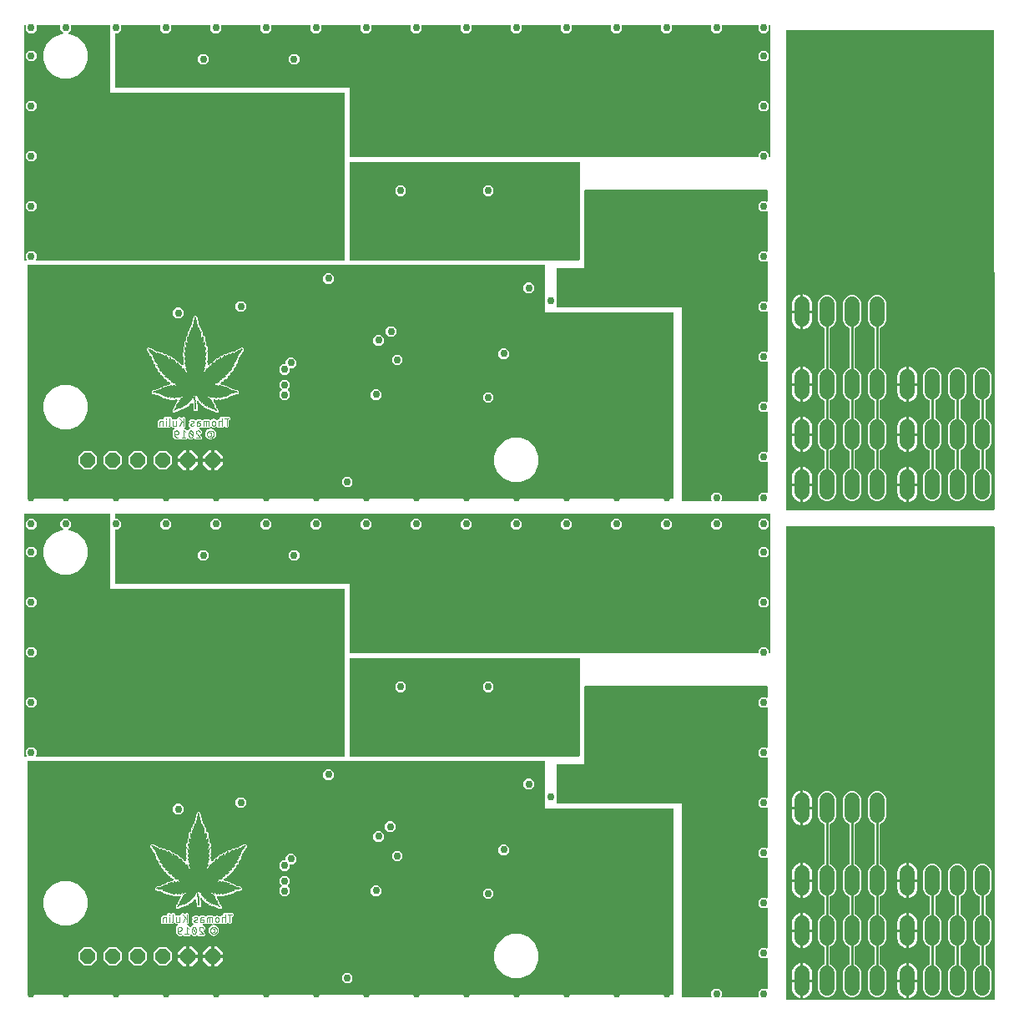
<source format=gbr>
G04 EAGLE Gerber RS-274X export*
G75*
%MOMM*%
%FSLAX34Y34*%
%LPD*%
%INBottom Copper*%
%IPPOS*%
%AMOC8*
5,1,8,0,0,1.08239X$1,22.5*%
G01*
%ADD10R,0.050800X0.025400*%
%ADD11R,0.076200X0.025400*%
%ADD12R,0.127000X0.025400*%
%ADD13R,0.177800X0.025400*%
%ADD14R,0.152400X0.025400*%
%ADD15R,0.203200X0.025400*%
%ADD16R,0.228600X0.025400*%
%ADD17R,0.101600X0.025400*%
%ADD18R,0.254000X0.025400*%
%ADD19R,0.381000X0.025400*%
%ADD20R,0.406400X0.025400*%
%ADD21R,0.025400X0.025400*%
%ADD22R,0.508000X0.025400*%
%ADD23R,0.482600X0.025400*%
%ADD24R,0.533400X0.025400*%
%ADD25R,0.635000X0.025400*%
%ADD26R,0.660400X0.025400*%
%ADD27R,0.711200X0.025400*%
%ADD28R,0.812800X0.025400*%
%ADD29R,0.838200X0.025400*%
%ADD30R,0.889000X0.025400*%
%ADD31R,0.939800X0.025400*%
%ADD32R,0.965200X0.025400*%
%ADD33R,0.914400X0.025400*%
%ADD34R,1.016000X0.025400*%
%ADD35R,0.990600X0.025400*%
%ADD36R,1.041400X0.025400*%
%ADD37R,1.066800X0.025400*%
%ADD38R,1.092200X0.025400*%
%ADD39R,1.168400X0.025400*%
%ADD40R,1.193800X0.025400*%
%ADD41R,1.143000X0.025400*%
%ADD42R,1.117600X0.025400*%
%ADD43R,0.279400X0.025400*%
%ADD44R,0.304800X0.025400*%
%ADD45R,2.616200X0.025400*%
%ADD46R,2.590800X0.025400*%
%ADD47R,2.971800X0.025400*%
%ADD48R,2.946400X0.025400*%
%ADD49R,3.200400X0.025400*%
%ADD50R,3.175000X0.025400*%
%ADD51R,3.276600X0.025400*%
%ADD52R,3.302000X0.025400*%
%ADD53R,3.352800X0.025400*%
%ADD54R,3.479800X0.025400*%
%ADD55R,3.530600X0.025400*%
%ADD56R,3.581400X0.025400*%
%ADD57R,3.556000X0.025400*%
%ADD58R,3.708400X0.025400*%
%ADD59R,3.733800X0.025400*%
%ADD60R,3.962400X0.025400*%
%ADD61R,3.860800X0.025400*%
%ADD62R,4.064000X0.025400*%
%ADD63R,4.216400X0.025400*%
%ADD64R,4.114800X0.025400*%
%ADD65R,8.458200X0.025400*%
%ADD66R,8.559800X0.025400*%
%ADD67R,8.509000X0.025400*%
%ADD68R,8.382000X0.025400*%
%ADD69R,8.153400X0.025400*%
%ADD70R,8.001000X0.025400*%
%ADD71R,7.696200X0.025400*%
%ADD72R,7.467600X0.025400*%
%ADD73R,7.289800X0.025400*%
%ADD74R,7.366000X0.025400*%
%ADD75R,7.340600X0.025400*%
%ADD76R,7.188200X0.025400*%
%ADD77R,7.010400X0.025400*%
%ADD78R,6.832600X0.025400*%
%ADD79R,6.883400X0.025400*%
%ADD80R,6.172200X0.025400*%
%ADD81R,6.223000X0.025400*%
%ADD82R,0.330200X0.025400*%
%ADD83R,5.562600X0.025400*%
%ADD84R,5.588000X0.025400*%
%ADD85R,5.613400X0.025400*%
%ADD86R,5.003800X0.025400*%
%ADD87R,0.609600X0.025400*%
%ADD88R,3.327400X0.025400*%
%ADD89R,3.454400X0.025400*%
%ADD90R,3.606800X0.025400*%
%ADD91R,3.835400X0.025400*%
%ADD92R,3.937000X0.025400*%
%ADD93R,4.038600X0.025400*%
%ADD94R,3.987800X0.025400*%
%ADD95R,4.292600X0.025400*%
%ADD96R,4.445000X0.025400*%
%ADD97R,4.546600X0.025400*%
%ADD98R,4.699000X0.025400*%
%ADD99R,4.749800X0.025400*%
%ADD100R,4.851400X0.025400*%
%ADD101R,4.724400X0.025400*%
%ADD102R,4.648200X0.025400*%
%ADD103R,4.800600X0.025400*%
%ADD104R,4.978400X0.025400*%
%ADD105R,5.105400X0.025400*%
%ADD106R,5.257800X0.025400*%
%ADD107R,5.359400X0.025400*%
%ADD108R,5.461000X0.025400*%
%ADD109R,5.308600X0.025400*%
%ADD110R,5.207000X0.025400*%
%ADD111R,5.765800X0.025400*%
%ADD112R,5.918200X0.025400*%
%ADD113R,5.969000X0.025400*%
%ADD114R,6.070600X0.025400*%
%ADD115R,6.121400X0.025400*%
%ADD116R,6.146800X0.025400*%
%ADD117R,5.842000X0.025400*%
%ADD118R,6.273800X0.025400*%
%ADD119R,6.426200X0.025400*%
%ADD120R,6.502400X0.025400*%
%ADD121R,6.578600X0.025400*%
%ADD122R,6.680200X0.025400*%
%ADD123R,6.731000X0.025400*%
%ADD124R,1.600200X0.025400*%
%ADD125R,2.413000X0.025400*%
%ADD126R,1.625600X0.025400*%
%ADD127R,2.336800X0.025400*%
%ADD128R,1.651000X0.025400*%
%ADD129R,2.286000X0.025400*%
%ADD130R,1.701800X0.025400*%
%ADD131R,2.311400X0.025400*%
%ADD132R,2.387600X0.025400*%
%ADD133R,1.752600X0.025400*%
%ADD134R,2.463800X0.025400*%
%ADD135R,1.778000X0.025400*%
%ADD136R,2.514600X0.025400*%
%ADD137R,1.803400X0.025400*%
%ADD138R,2.489200X0.025400*%
%ADD139R,1.854200X0.025400*%
%ADD140R,2.540000X0.025400*%
%ADD141R,2.565400X0.025400*%
%ADD142R,1.905000X0.025400*%
%ADD143R,1.955800X0.025400*%
%ADD144R,2.362200X0.025400*%
%ADD145R,2.159000X0.025400*%
%ADD146R,2.184400X0.025400*%
%ADD147R,2.209800X0.025400*%
%ADD148R,2.260600X0.025400*%
%ADD149R,2.235200X0.025400*%
%ADD150R,2.006600X0.025400*%
%ADD151R,2.032000X0.025400*%
%ADD152R,2.057400X0.025400*%
%ADD153R,2.133600X0.025400*%
%ADD154R,2.108200X0.025400*%
%ADD155R,1.981200X0.025400*%
%ADD156R,2.082800X0.025400*%
%ADD157R,1.828800X0.025400*%
%ADD158R,1.524000X0.025400*%
%ADD159R,1.549400X0.025400*%
%ADD160R,1.498600X0.025400*%
%ADD161R,1.473200X0.025400*%
%ADD162R,1.371600X0.025400*%
%ADD163R,0.863600X0.025400*%
%ADD164R,0.584200X0.025400*%
%ADD165R,0.558800X0.025400*%
%ADD166R,0.457200X0.025400*%
%ADD167R,0.431800X0.025400*%
%ADD168R,0.355600X0.025400*%
%ADD169R,1.447800X0.025400*%
%ADD170R,1.244600X0.025400*%
%ADD171R,1.270000X0.025400*%
%ADD172R,0.787400X0.025400*%
%ADD173C,0.076200*%
%ADD174P,1.649562X8X112.500000*%
%ADD175C,1.524000*%
%ADD176C,0.756400*%
%ADD177C,0.656400*%
%ADD178C,0.660400*%
%ADD179C,0.254000*%

G36*
X666770Y514227D02*
X666770Y514227D01*
X666789Y514225D01*
X666891Y514247D01*
X666993Y514264D01*
X667010Y514273D01*
X667030Y514277D01*
X667119Y514330D01*
X667210Y514379D01*
X667224Y514393D01*
X667241Y514403D01*
X667308Y514482D01*
X667380Y514557D01*
X667388Y514575D01*
X667401Y514590D01*
X667440Y514686D01*
X667483Y514780D01*
X667485Y514800D01*
X667493Y514818D01*
X667511Y514985D01*
X667511Y702310D01*
X667508Y702330D01*
X667510Y702349D01*
X667488Y702451D01*
X667472Y702553D01*
X667462Y702570D01*
X667458Y702590D01*
X667405Y702679D01*
X667356Y702770D01*
X667342Y702784D01*
X667332Y702801D01*
X667253Y702868D01*
X667178Y702940D01*
X667160Y702948D01*
X667145Y702961D01*
X667049Y703000D01*
X666955Y703043D01*
X666935Y703045D01*
X666917Y703053D01*
X666750Y703071D01*
X537336Y703071D01*
X537336Y749935D01*
X537333Y749955D01*
X537335Y749974D01*
X537313Y750076D01*
X537297Y750178D01*
X537287Y750195D01*
X537283Y750215D01*
X537230Y750304D01*
X537181Y750395D01*
X537167Y750409D01*
X537157Y750426D01*
X537078Y750493D01*
X537003Y750565D01*
X536985Y750573D01*
X536970Y750586D01*
X536874Y750625D01*
X536780Y750668D01*
X536760Y750670D01*
X536742Y750678D01*
X536575Y750696D01*
X12700Y750696D01*
X12680Y750693D01*
X12661Y750695D01*
X12559Y750673D01*
X12457Y750657D01*
X12440Y750647D01*
X12420Y750643D01*
X12331Y750590D01*
X12240Y750541D01*
X12226Y750527D01*
X12209Y750517D01*
X12142Y750438D01*
X12071Y750363D01*
X12062Y750345D01*
X12049Y750330D01*
X12010Y750234D01*
X11967Y750140D01*
X11965Y750120D01*
X11957Y750102D01*
X11939Y749935D01*
X11939Y514985D01*
X11942Y514965D01*
X11940Y514946D01*
X11962Y514844D01*
X11979Y514742D01*
X11988Y514725D01*
X11992Y514705D01*
X12045Y514616D01*
X12094Y514525D01*
X12108Y514511D01*
X12118Y514494D01*
X12197Y514427D01*
X12272Y514356D01*
X12290Y514347D01*
X12305Y514334D01*
X12401Y514295D01*
X12495Y514252D01*
X12515Y514250D01*
X12533Y514242D01*
X12700Y514224D01*
X666750Y514224D01*
X666770Y514227D01*
G37*
G36*
X666770Y11307D02*
X666770Y11307D01*
X666789Y11305D01*
X666891Y11327D01*
X666993Y11344D01*
X667010Y11353D01*
X667030Y11357D01*
X667119Y11410D01*
X667210Y11459D01*
X667224Y11473D01*
X667241Y11483D01*
X667308Y11562D01*
X667380Y11637D01*
X667388Y11655D01*
X667401Y11670D01*
X667440Y11766D01*
X667483Y11860D01*
X667485Y11880D01*
X667493Y11898D01*
X667511Y12065D01*
X667511Y199390D01*
X667508Y199410D01*
X667510Y199429D01*
X667488Y199531D01*
X667472Y199633D01*
X667462Y199650D01*
X667458Y199670D01*
X667405Y199759D01*
X667356Y199850D01*
X667342Y199864D01*
X667332Y199881D01*
X667253Y199948D01*
X667178Y200020D01*
X667160Y200028D01*
X667145Y200041D01*
X667049Y200080D01*
X666955Y200123D01*
X666935Y200125D01*
X666917Y200133D01*
X666750Y200151D01*
X537336Y200151D01*
X537336Y247015D01*
X537333Y247035D01*
X537335Y247054D01*
X537313Y247156D01*
X537297Y247258D01*
X537287Y247275D01*
X537283Y247295D01*
X537230Y247384D01*
X537181Y247475D01*
X537167Y247489D01*
X537157Y247506D01*
X537078Y247573D01*
X537003Y247645D01*
X536985Y247653D01*
X536970Y247666D01*
X536874Y247705D01*
X536780Y247748D01*
X536760Y247750D01*
X536742Y247758D01*
X536575Y247776D01*
X12700Y247776D01*
X12680Y247773D01*
X12661Y247775D01*
X12559Y247753D01*
X12457Y247737D01*
X12440Y247727D01*
X12420Y247723D01*
X12331Y247670D01*
X12240Y247621D01*
X12226Y247607D01*
X12209Y247597D01*
X12142Y247518D01*
X12071Y247443D01*
X12062Y247425D01*
X12049Y247410D01*
X12010Y247314D01*
X11967Y247220D01*
X11965Y247200D01*
X11957Y247182D01*
X11939Y247015D01*
X11939Y12065D01*
X11942Y12045D01*
X11940Y12026D01*
X11962Y11924D01*
X11979Y11822D01*
X11988Y11805D01*
X11992Y11785D01*
X12045Y11696D01*
X12094Y11605D01*
X12108Y11591D01*
X12118Y11574D01*
X12197Y11507D01*
X12272Y11436D01*
X12290Y11427D01*
X12305Y11414D01*
X12401Y11375D01*
X12495Y11332D01*
X12515Y11330D01*
X12533Y11322D01*
X12700Y11304D01*
X666750Y11304D01*
X666770Y11307D01*
G37*
G36*
X992403Y502297D02*
X992403Y502297D01*
X992468Y502299D01*
X992512Y502317D01*
X992558Y502325D01*
X992615Y502359D01*
X992676Y502384D01*
X992711Y502416D01*
X992752Y502440D01*
X992793Y502491D01*
X992842Y502535D01*
X992863Y502577D01*
X992893Y502614D01*
X992914Y502676D01*
X992944Y502735D01*
X992952Y502789D01*
X992965Y502826D01*
X992964Y502866D01*
X992972Y502920D01*
X992725Y988060D01*
X992713Y988125D01*
X992711Y988191D01*
X992694Y988234D01*
X992685Y988281D01*
X992652Y988338D01*
X992627Y988398D01*
X992595Y988433D01*
X992571Y988474D01*
X992520Y988516D01*
X992476Y988564D01*
X992433Y988586D01*
X992397Y988616D01*
X992335Y988637D01*
X992276Y988667D01*
X992222Y988675D01*
X992184Y988687D01*
X992145Y988686D01*
X992091Y988694D01*
X782320Y988694D01*
X782255Y988683D01*
X782189Y988681D01*
X782146Y988663D01*
X782099Y988655D01*
X782042Y988621D01*
X781982Y988596D01*
X781947Y988565D01*
X781906Y988540D01*
X781865Y988489D01*
X781816Y988445D01*
X781794Y988403D01*
X781765Y988366D01*
X781744Y988304D01*
X781713Y988245D01*
X781705Y988191D01*
X781693Y988154D01*
X781694Y988114D01*
X781686Y988060D01*
X781686Y502920D01*
X781697Y502855D01*
X781699Y502789D01*
X781717Y502746D01*
X781725Y502699D01*
X781759Y502642D01*
X781784Y502582D01*
X781815Y502547D01*
X781840Y502506D01*
X781891Y502465D01*
X781935Y502416D01*
X781977Y502394D01*
X782014Y502365D01*
X782076Y502344D01*
X782135Y502313D01*
X782189Y502305D01*
X782226Y502293D01*
X782266Y502294D01*
X782320Y502286D01*
X992338Y502286D01*
X992403Y502297D01*
G37*
G36*
X992655Y6171D02*
X992655Y6171D01*
X992721Y6173D01*
X992765Y6191D01*
X992811Y6199D01*
X992868Y6233D01*
X992929Y6258D01*
X992964Y6290D01*
X993004Y6314D01*
X993046Y6365D01*
X993094Y6409D01*
X993116Y6451D01*
X993146Y6488D01*
X993167Y6550D01*
X993197Y6609D01*
X993205Y6663D01*
X993217Y6700D01*
X993216Y6740D01*
X993224Y6794D01*
X992981Y485140D01*
X992969Y485205D01*
X992967Y485271D01*
X992950Y485314D01*
X992941Y485361D01*
X992908Y485418D01*
X992883Y485478D01*
X992851Y485513D01*
X992827Y485554D01*
X992776Y485596D01*
X992732Y485644D01*
X992689Y485666D01*
X992653Y485696D01*
X992590Y485717D01*
X992532Y485747D01*
X992477Y485755D01*
X992440Y485767D01*
X992401Y485766D01*
X992347Y485774D01*
X782320Y485774D01*
X782255Y485763D01*
X782189Y485761D01*
X782146Y485743D01*
X782099Y485735D01*
X782042Y485701D01*
X781982Y485676D01*
X781947Y485645D01*
X781906Y485620D01*
X781865Y485569D01*
X781816Y485525D01*
X781794Y485483D01*
X781765Y485446D01*
X781744Y485384D01*
X781713Y485325D01*
X781705Y485271D01*
X781693Y485234D01*
X781694Y485194D01*
X781686Y485140D01*
X781686Y6794D01*
X781697Y6729D01*
X781699Y6663D01*
X781717Y6620D01*
X781725Y6573D01*
X781759Y6516D01*
X781784Y6456D01*
X781815Y6421D01*
X781840Y6380D01*
X781891Y6338D01*
X781935Y6290D01*
X781977Y6268D01*
X782014Y6239D01*
X782076Y6218D01*
X782135Y6187D01*
X782189Y6179D01*
X782226Y6167D01*
X782266Y6168D01*
X782320Y6160D01*
X992590Y6160D01*
X992655Y6171D01*
G37*
G36*
X752777Y357382D02*
X752777Y357382D01*
X752796Y357380D01*
X752898Y357402D01*
X753000Y357419D01*
X753017Y357428D01*
X753037Y357432D01*
X753126Y357485D01*
X753217Y357534D01*
X753231Y357548D01*
X753248Y357558D01*
X753315Y357637D01*
X753387Y357712D01*
X753395Y357730D01*
X753408Y357745D01*
X753447Y357841D01*
X753490Y357935D01*
X753492Y357955D01*
X753500Y357973D01*
X753518Y358140D01*
X753518Y360338D01*
X756627Y363447D01*
X761023Y363447D01*
X764132Y360338D01*
X764132Y358140D01*
X764135Y358120D01*
X764133Y358101D01*
X764155Y357999D01*
X764171Y357897D01*
X764181Y357880D01*
X764185Y357860D01*
X764238Y357771D01*
X764287Y357680D01*
X764301Y357666D01*
X764311Y357649D01*
X764390Y357582D01*
X764465Y357511D01*
X764483Y357502D01*
X764498Y357489D01*
X764594Y357450D01*
X764688Y357407D01*
X764708Y357405D01*
X764726Y357397D01*
X764893Y357379D01*
X765175Y357379D01*
X765195Y357382D01*
X765214Y357380D01*
X765316Y357402D01*
X765418Y357419D01*
X765435Y357428D01*
X765455Y357432D01*
X765544Y357485D01*
X765635Y357534D01*
X765649Y357548D01*
X765666Y357558D01*
X765733Y357637D01*
X765805Y357712D01*
X765813Y357730D01*
X765826Y357745D01*
X765865Y357841D01*
X765908Y357935D01*
X765910Y357955D01*
X765918Y357973D01*
X765936Y358140D01*
X765936Y497840D01*
X765933Y497860D01*
X765935Y497879D01*
X765913Y497981D01*
X765897Y498083D01*
X765887Y498100D01*
X765883Y498120D01*
X765830Y498209D01*
X765781Y498300D01*
X765767Y498314D01*
X765757Y498331D01*
X765678Y498398D01*
X765603Y498470D01*
X765585Y498478D01*
X765570Y498491D01*
X765474Y498530D01*
X765380Y498573D01*
X765360Y498575D01*
X765342Y498583D01*
X765175Y498601D01*
X101600Y498601D01*
X101580Y498598D01*
X101561Y498600D01*
X101459Y498578D01*
X101357Y498562D01*
X101340Y498552D01*
X101320Y498548D01*
X101231Y498495D01*
X101140Y498446D01*
X101126Y498432D01*
X101109Y498422D01*
X101042Y498343D01*
X100971Y498268D01*
X100962Y498250D01*
X100949Y498235D01*
X100910Y498139D01*
X100867Y498045D01*
X100865Y498025D01*
X100857Y498007D01*
X100839Y497840D01*
X100839Y494383D01*
X100841Y494372D01*
X100840Y494364D01*
X100841Y494357D01*
X100840Y494344D01*
X100862Y494242D01*
X100879Y494140D01*
X100888Y494123D01*
X100892Y494103D01*
X100945Y494014D01*
X100994Y493923D01*
X101008Y493909D01*
X101018Y493892D01*
X101097Y493825D01*
X101172Y493753D01*
X101190Y493745D01*
X101205Y493732D01*
X101301Y493693D01*
X101395Y493650D01*
X101415Y493648D01*
X101433Y493640D01*
X101600Y493622D01*
X103798Y493622D01*
X106907Y490513D01*
X106907Y486117D01*
X103798Y483008D01*
X101600Y483008D01*
X101580Y483005D01*
X101561Y483007D01*
X101459Y482985D01*
X101357Y482969D01*
X101340Y482959D01*
X101320Y482955D01*
X101231Y482902D01*
X101140Y482853D01*
X101126Y482839D01*
X101109Y482829D01*
X101042Y482750D01*
X100971Y482675D01*
X100962Y482657D01*
X100949Y482642D01*
X100910Y482546D01*
X100867Y482452D01*
X100865Y482432D01*
X100857Y482414D01*
X100839Y482247D01*
X100839Y427990D01*
X100842Y427970D01*
X100840Y427951D01*
X100862Y427849D01*
X100879Y427747D01*
X100888Y427730D01*
X100892Y427710D01*
X100945Y427621D01*
X100994Y427530D01*
X101008Y427516D01*
X101018Y427499D01*
X101097Y427432D01*
X101172Y427361D01*
X101190Y427352D01*
X101205Y427339D01*
X101301Y427300D01*
X101395Y427257D01*
X101415Y427255D01*
X101433Y427247D01*
X101600Y427229D01*
X338964Y427229D01*
X338964Y358140D01*
X338967Y358120D01*
X338965Y358101D01*
X338987Y357999D01*
X339004Y357897D01*
X339013Y357880D01*
X339017Y357860D01*
X339070Y357771D01*
X339119Y357680D01*
X339133Y357666D01*
X339143Y357649D01*
X339222Y357582D01*
X339297Y357511D01*
X339315Y357502D01*
X339330Y357489D01*
X339426Y357450D01*
X339520Y357407D01*
X339540Y357405D01*
X339558Y357397D01*
X339725Y357379D01*
X752757Y357379D01*
X752777Y357382D01*
G37*
G36*
X752777Y860302D02*
X752777Y860302D01*
X752796Y860300D01*
X752898Y860322D01*
X753000Y860339D01*
X753017Y860348D01*
X753037Y860352D01*
X753126Y860405D01*
X753217Y860454D01*
X753231Y860468D01*
X753248Y860478D01*
X753315Y860557D01*
X753387Y860632D01*
X753395Y860650D01*
X753408Y860665D01*
X753447Y860761D01*
X753490Y860855D01*
X753492Y860875D01*
X753500Y860893D01*
X753518Y861060D01*
X753518Y863258D01*
X756627Y866367D01*
X761023Y866367D01*
X764132Y863258D01*
X764132Y861060D01*
X764135Y861040D01*
X764133Y861021D01*
X764155Y860919D01*
X764171Y860817D01*
X764181Y860800D01*
X764185Y860780D01*
X764238Y860691D01*
X764287Y860600D01*
X764301Y860586D01*
X764311Y860569D01*
X764390Y860502D01*
X764465Y860431D01*
X764483Y860422D01*
X764498Y860409D01*
X764594Y860370D01*
X764688Y860327D01*
X764708Y860325D01*
X764726Y860317D01*
X764893Y860299D01*
X765175Y860299D01*
X765195Y860302D01*
X765214Y860300D01*
X765316Y860322D01*
X765418Y860339D01*
X765435Y860348D01*
X765455Y860352D01*
X765544Y860405D01*
X765635Y860454D01*
X765649Y860468D01*
X765666Y860478D01*
X765733Y860557D01*
X765805Y860632D01*
X765813Y860650D01*
X765826Y860665D01*
X765865Y860761D01*
X765908Y860855D01*
X765910Y860875D01*
X765918Y860893D01*
X765936Y861060D01*
X765936Y993396D01*
X765933Y993416D01*
X765935Y993435D01*
X765913Y993537D01*
X765897Y993639D01*
X765887Y993656D01*
X765883Y993676D01*
X765830Y993765D01*
X765781Y993856D01*
X765767Y993870D01*
X765757Y993887D01*
X765678Y993954D01*
X765603Y994026D01*
X765585Y994034D01*
X765570Y994047D01*
X765474Y994086D01*
X765380Y994129D01*
X765360Y994131D01*
X765342Y994139D01*
X765175Y994157D01*
X764893Y994157D01*
X764873Y994154D01*
X764854Y994156D01*
X764752Y994134D01*
X764650Y994118D01*
X764633Y994108D01*
X764613Y994104D01*
X764524Y994051D01*
X764433Y994002D01*
X764419Y993988D01*
X764402Y993978D01*
X764335Y993899D01*
X764263Y993824D01*
X764255Y993806D01*
X764242Y993791D01*
X764203Y993695D01*
X764160Y993601D01*
X764158Y993581D01*
X764150Y993563D01*
X764132Y993396D01*
X764132Y989037D01*
X761023Y985928D01*
X756627Y985928D01*
X753518Y989037D01*
X753518Y993396D01*
X753515Y993416D01*
X753517Y993435D01*
X753495Y993537D01*
X753479Y993639D01*
X753469Y993656D01*
X753465Y993676D01*
X753412Y993765D01*
X753363Y993856D01*
X753349Y993870D01*
X753339Y993887D01*
X753260Y993954D01*
X753185Y994026D01*
X753167Y994034D01*
X753152Y994047D01*
X753056Y994086D01*
X752962Y994129D01*
X752942Y994131D01*
X752924Y994139D01*
X752757Y994157D01*
X717268Y994157D01*
X717248Y994154D01*
X717229Y994156D01*
X717127Y994134D01*
X717025Y994118D01*
X717008Y994108D01*
X716988Y994104D01*
X716899Y994051D01*
X716808Y994002D01*
X716794Y993988D01*
X716777Y993978D01*
X716710Y993899D01*
X716638Y993824D01*
X716630Y993806D01*
X716617Y993791D01*
X716578Y993695D01*
X716535Y993601D01*
X716533Y993581D01*
X716525Y993563D01*
X716507Y993396D01*
X716507Y989037D01*
X713398Y985928D01*
X709002Y985928D01*
X705893Y989037D01*
X705893Y993396D01*
X705890Y993416D01*
X705892Y993435D01*
X705870Y993537D01*
X705854Y993639D01*
X705844Y993656D01*
X705840Y993676D01*
X705787Y993765D01*
X705738Y993856D01*
X705724Y993870D01*
X705714Y993887D01*
X705635Y993954D01*
X705560Y994026D01*
X705542Y994034D01*
X705527Y994047D01*
X705431Y994086D01*
X705337Y994129D01*
X705317Y994131D01*
X705299Y994139D01*
X705132Y994157D01*
X666468Y994157D01*
X666448Y994154D01*
X666429Y994156D01*
X666327Y994134D01*
X666225Y994118D01*
X666208Y994108D01*
X666188Y994104D01*
X666099Y994051D01*
X666008Y994002D01*
X665994Y993988D01*
X665977Y993978D01*
X665910Y993899D01*
X665838Y993824D01*
X665830Y993806D01*
X665817Y993791D01*
X665778Y993695D01*
X665735Y993601D01*
X665733Y993581D01*
X665725Y993563D01*
X665707Y993396D01*
X665707Y989037D01*
X662598Y985928D01*
X658202Y985928D01*
X655093Y989037D01*
X655093Y993396D01*
X655090Y993416D01*
X655092Y993435D01*
X655070Y993537D01*
X655054Y993639D01*
X655044Y993656D01*
X655040Y993676D01*
X654987Y993765D01*
X654938Y993856D01*
X654924Y993870D01*
X654914Y993887D01*
X654835Y993954D01*
X654760Y994026D01*
X654742Y994034D01*
X654727Y994047D01*
X654631Y994086D01*
X654537Y994129D01*
X654517Y994131D01*
X654499Y994139D01*
X654332Y994157D01*
X615668Y994157D01*
X615648Y994154D01*
X615629Y994156D01*
X615527Y994134D01*
X615425Y994118D01*
X615408Y994108D01*
X615388Y994104D01*
X615299Y994051D01*
X615208Y994002D01*
X615194Y993988D01*
X615177Y993978D01*
X615110Y993899D01*
X615038Y993824D01*
X615030Y993806D01*
X615017Y993791D01*
X614978Y993695D01*
X614935Y993601D01*
X614933Y993581D01*
X614925Y993563D01*
X614907Y993396D01*
X614907Y989037D01*
X611798Y985928D01*
X607402Y985928D01*
X604293Y989037D01*
X604293Y993396D01*
X604290Y993416D01*
X604292Y993435D01*
X604270Y993537D01*
X604254Y993639D01*
X604244Y993656D01*
X604240Y993676D01*
X604187Y993765D01*
X604138Y993856D01*
X604124Y993870D01*
X604114Y993887D01*
X604035Y993954D01*
X603960Y994026D01*
X603942Y994034D01*
X603927Y994047D01*
X603831Y994086D01*
X603737Y994129D01*
X603717Y994131D01*
X603699Y994139D01*
X603532Y994157D01*
X564868Y994157D01*
X564848Y994154D01*
X564829Y994156D01*
X564727Y994134D01*
X564625Y994118D01*
X564608Y994108D01*
X564588Y994104D01*
X564499Y994051D01*
X564408Y994002D01*
X564394Y993988D01*
X564377Y993978D01*
X564310Y993899D01*
X564238Y993824D01*
X564230Y993806D01*
X564217Y993791D01*
X564178Y993695D01*
X564135Y993601D01*
X564133Y993581D01*
X564125Y993563D01*
X564107Y993396D01*
X564107Y989037D01*
X560998Y985928D01*
X556602Y985928D01*
X553493Y989037D01*
X553493Y993396D01*
X553490Y993416D01*
X553492Y993435D01*
X553470Y993537D01*
X553454Y993639D01*
X553444Y993656D01*
X553440Y993676D01*
X553387Y993765D01*
X553338Y993856D01*
X553324Y993870D01*
X553314Y993887D01*
X553235Y993954D01*
X553160Y994026D01*
X553142Y994034D01*
X553127Y994047D01*
X553031Y994086D01*
X552937Y994129D01*
X552917Y994131D01*
X552899Y994139D01*
X552732Y994157D01*
X514068Y994157D01*
X514048Y994154D01*
X514029Y994156D01*
X513927Y994134D01*
X513825Y994118D01*
X513808Y994108D01*
X513788Y994104D01*
X513699Y994051D01*
X513608Y994002D01*
X513594Y993988D01*
X513577Y993978D01*
X513510Y993899D01*
X513438Y993824D01*
X513430Y993806D01*
X513417Y993791D01*
X513378Y993695D01*
X513335Y993601D01*
X513333Y993581D01*
X513325Y993563D01*
X513307Y993396D01*
X513307Y989037D01*
X510198Y985928D01*
X505802Y985928D01*
X502693Y989037D01*
X502693Y993396D01*
X502690Y993416D01*
X502692Y993435D01*
X502670Y993537D01*
X502654Y993639D01*
X502644Y993656D01*
X502640Y993676D01*
X502587Y993765D01*
X502538Y993856D01*
X502524Y993870D01*
X502514Y993887D01*
X502435Y993954D01*
X502360Y994026D01*
X502342Y994034D01*
X502327Y994047D01*
X502231Y994086D01*
X502137Y994129D01*
X502117Y994131D01*
X502099Y994139D01*
X501932Y994157D01*
X463268Y994157D01*
X463248Y994154D01*
X463229Y994156D01*
X463127Y994134D01*
X463025Y994118D01*
X463008Y994108D01*
X462988Y994104D01*
X462899Y994051D01*
X462808Y994002D01*
X462794Y993988D01*
X462777Y993978D01*
X462710Y993899D01*
X462638Y993824D01*
X462630Y993806D01*
X462617Y993791D01*
X462578Y993695D01*
X462535Y993601D01*
X462533Y993581D01*
X462525Y993563D01*
X462507Y993396D01*
X462507Y989037D01*
X459398Y985928D01*
X455002Y985928D01*
X451893Y989037D01*
X451893Y993396D01*
X451890Y993416D01*
X451892Y993435D01*
X451870Y993537D01*
X451854Y993639D01*
X451844Y993656D01*
X451840Y993676D01*
X451787Y993765D01*
X451738Y993856D01*
X451724Y993870D01*
X451714Y993887D01*
X451635Y993954D01*
X451560Y994026D01*
X451542Y994034D01*
X451527Y994047D01*
X451431Y994086D01*
X451337Y994129D01*
X451317Y994131D01*
X451299Y994139D01*
X451132Y994157D01*
X412468Y994157D01*
X412448Y994154D01*
X412429Y994156D01*
X412327Y994134D01*
X412225Y994118D01*
X412208Y994108D01*
X412188Y994104D01*
X412099Y994051D01*
X412008Y994002D01*
X411994Y993988D01*
X411977Y993978D01*
X411910Y993899D01*
X411838Y993824D01*
X411830Y993806D01*
X411817Y993791D01*
X411778Y993695D01*
X411735Y993601D01*
X411733Y993581D01*
X411725Y993563D01*
X411707Y993396D01*
X411707Y989037D01*
X408598Y985928D01*
X404202Y985928D01*
X401093Y989037D01*
X401093Y993396D01*
X401090Y993416D01*
X401092Y993435D01*
X401070Y993537D01*
X401054Y993639D01*
X401044Y993656D01*
X401040Y993676D01*
X400987Y993765D01*
X400938Y993856D01*
X400924Y993870D01*
X400914Y993887D01*
X400835Y993954D01*
X400760Y994026D01*
X400742Y994034D01*
X400727Y994047D01*
X400631Y994086D01*
X400537Y994129D01*
X400517Y994131D01*
X400499Y994139D01*
X400332Y994157D01*
X361668Y994157D01*
X361648Y994154D01*
X361629Y994156D01*
X361527Y994134D01*
X361425Y994118D01*
X361408Y994108D01*
X361388Y994104D01*
X361299Y994051D01*
X361208Y994002D01*
X361194Y993988D01*
X361177Y993978D01*
X361110Y993899D01*
X361038Y993824D01*
X361030Y993806D01*
X361017Y993791D01*
X360978Y993695D01*
X360935Y993601D01*
X360933Y993581D01*
X360925Y993563D01*
X360907Y993396D01*
X360907Y989037D01*
X357798Y985928D01*
X353402Y985928D01*
X350293Y989037D01*
X350293Y993396D01*
X350290Y993416D01*
X350292Y993435D01*
X350270Y993537D01*
X350254Y993639D01*
X350244Y993656D01*
X350240Y993676D01*
X350187Y993765D01*
X350138Y993856D01*
X350124Y993870D01*
X350114Y993887D01*
X350035Y993954D01*
X349960Y994026D01*
X349942Y994034D01*
X349927Y994047D01*
X349831Y994086D01*
X349737Y994129D01*
X349717Y994131D01*
X349699Y994139D01*
X349532Y994157D01*
X310868Y994157D01*
X310848Y994154D01*
X310829Y994156D01*
X310727Y994134D01*
X310625Y994118D01*
X310608Y994108D01*
X310588Y994104D01*
X310499Y994051D01*
X310408Y994002D01*
X310394Y993988D01*
X310377Y993978D01*
X310310Y993899D01*
X310238Y993824D01*
X310230Y993806D01*
X310217Y993791D01*
X310178Y993695D01*
X310135Y993601D01*
X310133Y993581D01*
X310125Y993563D01*
X310107Y993396D01*
X310107Y989037D01*
X306998Y985928D01*
X302602Y985928D01*
X299493Y989037D01*
X299493Y993396D01*
X299490Y993416D01*
X299492Y993435D01*
X299470Y993537D01*
X299454Y993639D01*
X299444Y993656D01*
X299440Y993676D01*
X299387Y993765D01*
X299338Y993856D01*
X299324Y993870D01*
X299314Y993887D01*
X299235Y993954D01*
X299160Y994026D01*
X299142Y994034D01*
X299127Y994047D01*
X299031Y994086D01*
X298937Y994129D01*
X298917Y994131D01*
X298899Y994139D01*
X298732Y994157D01*
X260068Y994157D01*
X260048Y994154D01*
X260029Y994156D01*
X259927Y994134D01*
X259825Y994118D01*
X259808Y994108D01*
X259788Y994104D01*
X259699Y994051D01*
X259608Y994002D01*
X259594Y993988D01*
X259577Y993978D01*
X259510Y993899D01*
X259438Y993824D01*
X259430Y993806D01*
X259417Y993791D01*
X259378Y993695D01*
X259335Y993601D01*
X259333Y993581D01*
X259325Y993563D01*
X259307Y993396D01*
X259307Y989037D01*
X256198Y985928D01*
X251802Y985928D01*
X248693Y989037D01*
X248693Y993396D01*
X248690Y993416D01*
X248692Y993435D01*
X248670Y993537D01*
X248654Y993639D01*
X248644Y993656D01*
X248640Y993676D01*
X248587Y993765D01*
X248538Y993856D01*
X248524Y993870D01*
X248514Y993887D01*
X248435Y993954D01*
X248360Y994026D01*
X248342Y994034D01*
X248327Y994047D01*
X248231Y994086D01*
X248137Y994129D01*
X248117Y994131D01*
X248099Y994139D01*
X247932Y994157D01*
X209268Y994157D01*
X209248Y994154D01*
X209229Y994156D01*
X209127Y994134D01*
X209025Y994118D01*
X209008Y994108D01*
X208988Y994104D01*
X208899Y994051D01*
X208808Y994002D01*
X208794Y993988D01*
X208777Y993978D01*
X208710Y993899D01*
X208638Y993824D01*
X208630Y993806D01*
X208617Y993791D01*
X208578Y993695D01*
X208535Y993601D01*
X208533Y993581D01*
X208525Y993563D01*
X208507Y993396D01*
X208507Y989037D01*
X205398Y985928D01*
X201002Y985928D01*
X197893Y989037D01*
X197893Y993396D01*
X197890Y993416D01*
X197892Y993435D01*
X197870Y993537D01*
X197854Y993639D01*
X197844Y993656D01*
X197840Y993676D01*
X197787Y993765D01*
X197738Y993856D01*
X197724Y993870D01*
X197714Y993887D01*
X197635Y993954D01*
X197560Y994026D01*
X197542Y994034D01*
X197527Y994047D01*
X197431Y994086D01*
X197337Y994129D01*
X197317Y994131D01*
X197299Y994139D01*
X197132Y994157D01*
X158468Y994157D01*
X158448Y994154D01*
X158429Y994156D01*
X158327Y994134D01*
X158225Y994118D01*
X158208Y994108D01*
X158188Y994104D01*
X158099Y994051D01*
X158008Y994002D01*
X157994Y993988D01*
X157977Y993978D01*
X157910Y993899D01*
X157838Y993824D01*
X157830Y993806D01*
X157817Y993791D01*
X157778Y993695D01*
X157735Y993601D01*
X157733Y993581D01*
X157725Y993563D01*
X157707Y993396D01*
X157707Y989037D01*
X154598Y985928D01*
X150202Y985928D01*
X147093Y989037D01*
X147093Y993396D01*
X147090Y993416D01*
X147092Y993435D01*
X147070Y993537D01*
X147054Y993639D01*
X147044Y993656D01*
X147040Y993676D01*
X146987Y993765D01*
X146938Y993856D01*
X146924Y993870D01*
X146914Y993887D01*
X146835Y993954D01*
X146760Y994026D01*
X146742Y994034D01*
X146727Y994047D01*
X146631Y994086D01*
X146537Y994129D01*
X146517Y994131D01*
X146499Y994139D01*
X146332Y994157D01*
X107668Y994157D01*
X107648Y994154D01*
X107629Y994156D01*
X107527Y994134D01*
X107425Y994118D01*
X107408Y994108D01*
X107388Y994104D01*
X107299Y994051D01*
X107208Y994002D01*
X107194Y993988D01*
X107177Y993978D01*
X107110Y993899D01*
X107038Y993824D01*
X107030Y993806D01*
X107017Y993791D01*
X106978Y993695D01*
X106935Y993601D01*
X106933Y993581D01*
X106925Y993563D01*
X106907Y993396D01*
X106907Y989037D01*
X103798Y985928D01*
X101600Y985928D01*
X101580Y985925D01*
X101561Y985927D01*
X101459Y985905D01*
X101357Y985889D01*
X101340Y985879D01*
X101320Y985875D01*
X101231Y985822D01*
X101140Y985773D01*
X101126Y985759D01*
X101109Y985749D01*
X101042Y985670D01*
X100971Y985595D01*
X100962Y985577D01*
X100949Y985562D01*
X100910Y985466D01*
X100867Y985372D01*
X100865Y985352D01*
X100857Y985334D01*
X100839Y985167D01*
X100839Y930910D01*
X100842Y930890D01*
X100840Y930871D01*
X100862Y930769D01*
X100879Y930667D01*
X100888Y930650D01*
X100892Y930630D01*
X100945Y930541D01*
X100994Y930450D01*
X101008Y930436D01*
X101018Y930419D01*
X101097Y930352D01*
X101172Y930281D01*
X101190Y930272D01*
X101205Y930259D01*
X101301Y930220D01*
X101395Y930177D01*
X101415Y930175D01*
X101433Y930167D01*
X101600Y930149D01*
X338964Y930149D01*
X338964Y861060D01*
X338967Y861040D01*
X338965Y861021D01*
X338987Y860919D01*
X339004Y860817D01*
X339013Y860800D01*
X339017Y860780D01*
X339070Y860691D01*
X339119Y860600D01*
X339133Y860586D01*
X339143Y860569D01*
X339222Y860502D01*
X339297Y860431D01*
X339315Y860422D01*
X339330Y860409D01*
X339426Y860370D01*
X339520Y860327D01*
X339540Y860325D01*
X339558Y860317D01*
X339725Y860299D01*
X752757Y860299D01*
X752777Y860302D01*
G37*
G36*
X10539Y252615D02*
X10539Y252615D01*
X10611Y252617D01*
X10660Y252635D01*
X10711Y252644D01*
X10775Y252677D01*
X10842Y252702D01*
X10883Y252734D01*
X10929Y252759D01*
X10978Y252811D01*
X11034Y252855D01*
X11062Y252899D01*
X11098Y252937D01*
X11128Y253002D01*
X11167Y253062D01*
X11180Y253113D01*
X11202Y253160D01*
X11210Y253231D01*
X11227Y253301D01*
X11223Y253353D01*
X11229Y253404D01*
X11214Y253475D01*
X11208Y253546D01*
X11188Y253594D01*
X11177Y253645D01*
X11140Y253706D01*
X11112Y253772D01*
X11067Y253828D01*
X11050Y253856D01*
X11033Y253871D01*
X11007Y253903D01*
X10568Y254342D01*
X10568Y258738D01*
X13677Y261847D01*
X18073Y261847D01*
X21182Y258738D01*
X21182Y254342D01*
X20743Y253903D01*
X20701Y253845D01*
X20652Y253793D01*
X20630Y253746D01*
X20600Y253704D01*
X20579Y253635D01*
X20548Y253570D01*
X20543Y253518D01*
X20527Y253468D01*
X20529Y253397D01*
X20521Y253326D01*
X20532Y253275D01*
X20534Y253223D01*
X20558Y253155D01*
X20573Y253085D01*
X20600Y253041D01*
X20618Y252992D01*
X20663Y252936D01*
X20700Y252874D01*
X20739Y252840D01*
X20772Y252800D01*
X20832Y252761D01*
X20887Y252714D01*
X20935Y252695D01*
X20979Y252667D01*
X21048Y252649D01*
X21115Y252622D01*
X21186Y252614D01*
X21217Y252606D01*
X21240Y252608D01*
X21281Y252604D01*
X333375Y252604D01*
X333395Y252607D01*
X333414Y252605D01*
X333516Y252627D01*
X333618Y252644D01*
X333635Y252653D01*
X333655Y252657D01*
X333744Y252710D01*
X333835Y252759D01*
X333849Y252773D01*
X333866Y252783D01*
X333933Y252862D01*
X334005Y252937D01*
X334013Y252955D01*
X334026Y252970D01*
X334065Y253066D01*
X334108Y253160D01*
X334110Y253180D01*
X334118Y253198D01*
X334136Y253365D01*
X334136Y421640D01*
X334133Y421660D01*
X334135Y421679D01*
X334113Y421781D01*
X334097Y421883D01*
X334087Y421900D01*
X334083Y421920D01*
X334030Y422009D01*
X333981Y422100D01*
X333967Y422114D01*
X333957Y422131D01*
X333878Y422198D01*
X333803Y422270D01*
X333785Y422278D01*
X333770Y422291D01*
X333674Y422330D01*
X333580Y422373D01*
X333560Y422375D01*
X333542Y422383D01*
X333375Y422401D01*
X96011Y422401D01*
X96011Y497840D01*
X96008Y497860D01*
X96010Y497879D01*
X95988Y497981D01*
X95972Y498083D01*
X95962Y498100D01*
X95958Y498120D01*
X95905Y498209D01*
X95856Y498300D01*
X95842Y498314D01*
X95832Y498331D01*
X95753Y498398D01*
X95678Y498470D01*
X95660Y498478D01*
X95645Y498491D01*
X95549Y498530D01*
X95455Y498573D01*
X95435Y498575D01*
X95417Y498583D01*
X95250Y498601D01*
X9525Y498601D01*
X9505Y498598D01*
X9486Y498600D01*
X9384Y498578D01*
X9282Y498562D01*
X9265Y498552D01*
X9245Y498548D01*
X9156Y498495D01*
X9065Y498446D01*
X9051Y498432D01*
X9034Y498422D01*
X8967Y498343D01*
X8896Y498268D01*
X8887Y498250D01*
X8874Y498235D01*
X8835Y498139D01*
X8792Y498045D01*
X8790Y498025D01*
X8782Y498007D01*
X8764Y497840D01*
X8764Y253365D01*
X8767Y253345D01*
X8765Y253326D01*
X8787Y253224D01*
X8804Y253122D01*
X8813Y253105D01*
X8817Y253085D01*
X8870Y252996D01*
X8919Y252905D01*
X8933Y252891D01*
X8943Y252874D01*
X9022Y252807D01*
X9097Y252736D01*
X9115Y252727D01*
X9130Y252714D01*
X9226Y252675D01*
X9320Y252632D01*
X9340Y252630D01*
X9358Y252622D01*
X9525Y252604D01*
X10469Y252604D01*
X10539Y252615D01*
G37*
G36*
X10539Y755535D02*
X10539Y755535D01*
X10611Y755537D01*
X10660Y755555D01*
X10711Y755564D01*
X10775Y755597D01*
X10842Y755622D01*
X10883Y755654D01*
X10929Y755679D01*
X10978Y755731D01*
X11034Y755775D01*
X11062Y755819D01*
X11098Y755857D01*
X11128Y755922D01*
X11167Y755982D01*
X11180Y756033D01*
X11202Y756080D01*
X11210Y756151D01*
X11227Y756221D01*
X11223Y756273D01*
X11229Y756324D01*
X11214Y756395D01*
X11208Y756466D01*
X11188Y756514D01*
X11177Y756565D01*
X11140Y756626D01*
X11112Y756692D01*
X11067Y756748D01*
X11050Y756776D01*
X11033Y756791D01*
X11007Y756823D01*
X10568Y757262D01*
X10568Y761658D01*
X13677Y764767D01*
X18073Y764767D01*
X21182Y761658D01*
X21182Y757262D01*
X20743Y756823D01*
X20701Y756765D01*
X20652Y756713D01*
X20630Y756666D01*
X20600Y756624D01*
X20579Y756555D01*
X20548Y756490D01*
X20543Y756438D01*
X20527Y756388D01*
X20529Y756317D01*
X20521Y756246D01*
X20532Y756195D01*
X20534Y756143D01*
X20558Y756075D01*
X20573Y756005D01*
X20600Y755961D01*
X20618Y755912D01*
X20663Y755856D01*
X20700Y755794D01*
X20739Y755760D01*
X20772Y755720D01*
X20832Y755681D01*
X20887Y755634D01*
X20935Y755615D01*
X20979Y755587D01*
X21048Y755569D01*
X21115Y755542D01*
X21186Y755534D01*
X21217Y755526D01*
X21240Y755528D01*
X21281Y755524D01*
X333375Y755524D01*
X333395Y755527D01*
X333414Y755525D01*
X333516Y755547D01*
X333618Y755564D01*
X333635Y755573D01*
X333655Y755577D01*
X333744Y755630D01*
X333835Y755679D01*
X333849Y755693D01*
X333866Y755703D01*
X333933Y755782D01*
X334005Y755857D01*
X334013Y755875D01*
X334026Y755890D01*
X334065Y755986D01*
X334108Y756080D01*
X334110Y756100D01*
X334118Y756118D01*
X334136Y756285D01*
X334136Y924560D01*
X334133Y924580D01*
X334135Y924599D01*
X334113Y924701D01*
X334097Y924803D01*
X334087Y924820D01*
X334083Y924840D01*
X334030Y924929D01*
X333981Y925020D01*
X333967Y925034D01*
X333957Y925051D01*
X333878Y925118D01*
X333803Y925190D01*
X333785Y925198D01*
X333770Y925211D01*
X333674Y925250D01*
X333580Y925293D01*
X333560Y925295D01*
X333542Y925303D01*
X333375Y925321D01*
X96011Y925321D01*
X96011Y993396D01*
X96008Y993416D01*
X96010Y993435D01*
X95988Y993537D01*
X95972Y993639D01*
X95962Y993656D01*
X95958Y993676D01*
X95905Y993765D01*
X95856Y993856D01*
X95842Y993870D01*
X95832Y993887D01*
X95753Y993954D01*
X95678Y994026D01*
X95660Y994034D01*
X95645Y994047D01*
X95549Y994086D01*
X95455Y994129D01*
X95435Y994131D01*
X95417Y994139D01*
X95250Y994157D01*
X56868Y994157D01*
X56848Y994154D01*
X56829Y994156D01*
X56727Y994134D01*
X56625Y994118D01*
X56608Y994108D01*
X56588Y994104D01*
X56499Y994051D01*
X56408Y994002D01*
X56394Y993988D01*
X56377Y993978D01*
X56310Y993899D01*
X56238Y993824D01*
X56230Y993806D01*
X56217Y993791D01*
X56178Y993695D01*
X56135Y993601D01*
X56133Y993581D01*
X56125Y993563D01*
X56107Y993396D01*
X56107Y989037D01*
X53509Y986439D01*
X53467Y986381D01*
X53418Y986329D01*
X53396Y986282D01*
X53366Y986240D01*
X53344Y986171D01*
X53314Y986106D01*
X53309Y986054D01*
X53293Y986004D01*
X53295Y985933D01*
X53287Y985862D01*
X53298Y985811D01*
X53300Y985759D01*
X53324Y985691D01*
X53339Y985621D01*
X53366Y985576D01*
X53384Y985528D01*
X53429Y985472D01*
X53466Y985410D01*
X53505Y985376D01*
X53538Y985336D01*
X53598Y985297D01*
X53653Y985250D01*
X53701Y985231D01*
X53745Y985203D01*
X53814Y985185D01*
X53881Y985158D01*
X53952Y985150D01*
X53983Y985142D01*
X54006Y985144D01*
X54047Y985140D01*
X55271Y985140D01*
X63534Y981717D01*
X69857Y975394D01*
X73280Y967131D01*
X73280Y958189D01*
X69857Y949926D01*
X63534Y943603D01*
X55271Y940180D01*
X46329Y940180D01*
X38066Y943603D01*
X31743Y949926D01*
X28320Y958189D01*
X28320Y967131D01*
X31743Y975394D01*
X38066Y981717D01*
X46329Y985140D01*
X47553Y985140D01*
X47623Y985151D01*
X47695Y985153D01*
X47744Y985171D01*
X47795Y985179D01*
X47859Y985213D01*
X47926Y985238D01*
X47967Y985270D01*
X48013Y985295D01*
X48062Y985347D01*
X48118Y985391D01*
X48146Y985435D01*
X48182Y985473D01*
X48212Y985538D01*
X48251Y985598D01*
X48264Y985649D01*
X48286Y985696D01*
X48294Y985767D01*
X48311Y985837D01*
X48307Y985889D01*
X48313Y985940D01*
X48298Y986011D01*
X48292Y986082D01*
X48272Y986130D01*
X48261Y986181D01*
X48224Y986242D01*
X48196Y986308D01*
X48151Y986364D01*
X48134Y986392D01*
X48117Y986407D01*
X48091Y986439D01*
X45493Y989037D01*
X45493Y993396D01*
X45490Y993416D01*
X45492Y993435D01*
X45470Y993537D01*
X45454Y993639D01*
X45444Y993656D01*
X45440Y993676D01*
X45387Y993765D01*
X45338Y993856D01*
X45324Y993870D01*
X45314Y993887D01*
X45235Y993954D01*
X45160Y994026D01*
X45142Y994034D01*
X45127Y994047D01*
X45031Y994086D01*
X44937Y994129D01*
X44917Y994131D01*
X44899Y994139D01*
X44732Y994157D01*
X21943Y994157D01*
X21923Y994154D01*
X21904Y994156D01*
X21802Y994134D01*
X21700Y994118D01*
X21683Y994108D01*
X21663Y994104D01*
X21574Y994051D01*
X21483Y994002D01*
X21469Y993988D01*
X21452Y993978D01*
X21385Y993899D01*
X21313Y993824D01*
X21305Y993806D01*
X21292Y993791D01*
X21253Y993695D01*
X21210Y993601D01*
X21208Y993581D01*
X21200Y993563D01*
X21182Y993396D01*
X21182Y989037D01*
X18073Y985928D01*
X13677Y985928D01*
X10568Y989037D01*
X10568Y993396D01*
X10565Y993416D01*
X10567Y993435D01*
X10545Y993537D01*
X10529Y993639D01*
X10519Y993656D01*
X10515Y993676D01*
X10462Y993765D01*
X10413Y993856D01*
X10399Y993870D01*
X10389Y993887D01*
X10310Y993954D01*
X10235Y994026D01*
X10217Y994034D01*
X10202Y994047D01*
X10106Y994086D01*
X10012Y994129D01*
X9992Y994131D01*
X9974Y994139D01*
X9807Y994157D01*
X9525Y994157D01*
X9505Y994154D01*
X9486Y994156D01*
X9384Y994134D01*
X9282Y994118D01*
X9265Y994108D01*
X9245Y994104D01*
X9156Y994051D01*
X9065Y994002D01*
X9051Y993988D01*
X9034Y993978D01*
X8967Y993899D01*
X8896Y993824D01*
X8887Y993806D01*
X8874Y993791D01*
X8835Y993695D01*
X8792Y993601D01*
X8790Y993581D01*
X8782Y993563D01*
X8764Y993396D01*
X8764Y756285D01*
X8767Y756265D01*
X8765Y756246D01*
X8787Y756144D01*
X8804Y756042D01*
X8813Y756025D01*
X8817Y756005D01*
X8870Y755916D01*
X8919Y755825D01*
X8933Y755811D01*
X8943Y755794D01*
X9022Y755727D01*
X9097Y755656D01*
X9115Y755647D01*
X9130Y755634D01*
X9226Y755595D01*
X9320Y755552D01*
X9340Y755550D01*
X9358Y755542D01*
X9525Y755524D01*
X10469Y755524D01*
X10539Y755535D01*
G37*
G36*
X705864Y8140D02*
X705864Y8140D01*
X705936Y8142D01*
X705985Y8160D01*
X706036Y8169D01*
X706100Y8202D01*
X706167Y8227D01*
X706208Y8259D01*
X706254Y8284D01*
X706303Y8336D01*
X706359Y8380D01*
X706387Y8424D01*
X706423Y8462D01*
X706453Y8527D01*
X706492Y8587D01*
X706505Y8638D01*
X706527Y8685D01*
X706535Y8756D01*
X706552Y8826D01*
X706548Y8878D01*
X706554Y8929D01*
X706539Y9000D01*
X706533Y9071D01*
X706513Y9119D01*
X706502Y9170D01*
X706465Y9231D01*
X706437Y9297D01*
X706392Y9353D01*
X706375Y9381D01*
X706358Y9396D01*
X706332Y9428D01*
X705893Y9867D01*
X705893Y14263D01*
X709002Y17372D01*
X713398Y17372D01*
X716507Y14263D01*
X716507Y9867D01*
X716068Y9428D01*
X716026Y9370D01*
X715977Y9318D01*
X715955Y9271D01*
X715925Y9229D01*
X715904Y9160D01*
X715873Y9095D01*
X715868Y9043D01*
X715852Y8993D01*
X715854Y8922D01*
X715846Y8851D01*
X715857Y8800D01*
X715859Y8748D01*
X715883Y8680D01*
X715898Y8610D01*
X715925Y8566D01*
X715943Y8517D01*
X715988Y8461D01*
X716025Y8399D01*
X716064Y8365D01*
X716097Y8325D01*
X716157Y8286D01*
X716212Y8239D01*
X716260Y8220D01*
X716304Y8192D01*
X716373Y8174D01*
X716440Y8147D01*
X716511Y8139D01*
X716542Y8131D01*
X716565Y8133D01*
X716606Y8129D01*
X753419Y8129D01*
X753489Y8140D01*
X753561Y8142D01*
X753610Y8160D01*
X753661Y8169D01*
X753725Y8202D01*
X753792Y8227D01*
X753833Y8259D01*
X753879Y8284D01*
X753928Y8336D01*
X753984Y8380D01*
X754012Y8424D01*
X754048Y8462D01*
X754078Y8527D01*
X754117Y8587D01*
X754130Y8638D01*
X754152Y8685D01*
X754160Y8756D01*
X754177Y8826D01*
X754173Y8878D01*
X754179Y8929D01*
X754164Y9000D01*
X754158Y9071D01*
X754138Y9119D01*
X754127Y9170D01*
X754090Y9231D01*
X754062Y9297D01*
X754017Y9353D01*
X754000Y9381D01*
X753983Y9396D01*
X753957Y9428D01*
X753518Y9867D01*
X753518Y14263D01*
X756627Y17372D01*
X761023Y17372D01*
X761462Y16933D01*
X761520Y16891D01*
X761572Y16842D01*
X761619Y16820D01*
X761661Y16790D01*
X761730Y16769D01*
X761795Y16738D01*
X761847Y16733D01*
X761897Y16717D01*
X761968Y16719D01*
X762039Y16711D01*
X762090Y16722D01*
X762142Y16724D01*
X762210Y16748D01*
X762280Y16763D01*
X762324Y16790D01*
X762373Y16808D01*
X762429Y16853D01*
X762491Y16890D01*
X762525Y16929D01*
X762565Y16962D01*
X762604Y17022D01*
X762651Y17077D01*
X762670Y17125D01*
X762698Y17169D01*
X762716Y17238D01*
X762743Y17305D01*
X762751Y17376D01*
X762759Y17407D01*
X762757Y17430D01*
X762761Y17471D01*
X762761Y47934D01*
X762750Y48004D01*
X762748Y48076D01*
X762730Y48125D01*
X762722Y48176D01*
X762688Y48240D01*
X762663Y48307D01*
X762631Y48348D01*
X762606Y48394D01*
X762555Y48443D01*
X762510Y48499D01*
X762466Y48527D01*
X762428Y48563D01*
X762363Y48593D01*
X762303Y48632D01*
X762252Y48645D01*
X762205Y48667D01*
X762134Y48675D01*
X762064Y48692D01*
X762012Y48688D01*
X761961Y48694D01*
X761890Y48679D01*
X761819Y48673D01*
X761771Y48653D01*
X761720Y48642D01*
X761659Y48605D01*
X761593Y48577D01*
X761537Y48532D01*
X761509Y48515D01*
X761494Y48498D01*
X761462Y48472D01*
X761023Y48033D01*
X756627Y48033D01*
X753518Y51142D01*
X753518Y55538D01*
X756627Y58647D01*
X761023Y58647D01*
X761462Y58208D01*
X761520Y58166D01*
X761572Y58117D01*
X761619Y58095D01*
X761661Y58065D01*
X761730Y58044D01*
X761795Y58013D01*
X761847Y58008D01*
X761897Y57992D01*
X761968Y57994D01*
X762039Y57986D01*
X762090Y57997D01*
X762142Y57999D01*
X762210Y58023D01*
X762280Y58038D01*
X762324Y58065D01*
X762373Y58083D01*
X762429Y58128D01*
X762491Y58165D01*
X762525Y58204D01*
X762565Y58237D01*
X762604Y58297D01*
X762651Y58352D01*
X762670Y58400D01*
X762698Y58444D01*
X762716Y58513D01*
X762743Y58580D01*
X762751Y58651D01*
X762759Y58682D01*
X762757Y58705D01*
X762761Y58746D01*
X762761Y98734D01*
X762759Y98747D01*
X762760Y98757D01*
X762750Y98806D01*
X762748Y98876D01*
X762730Y98925D01*
X762722Y98976D01*
X762688Y99040D01*
X762663Y99107D01*
X762631Y99148D01*
X762606Y99194D01*
X762555Y99243D01*
X762510Y99299D01*
X762466Y99327D01*
X762428Y99363D01*
X762363Y99393D01*
X762303Y99432D01*
X762252Y99445D01*
X762205Y99467D01*
X762134Y99475D01*
X762064Y99492D01*
X762012Y99488D01*
X761961Y99494D01*
X761890Y99479D01*
X761819Y99473D01*
X761771Y99453D01*
X761720Y99442D01*
X761659Y99405D01*
X761593Y99377D01*
X761537Y99332D01*
X761509Y99315D01*
X761494Y99298D01*
X761462Y99272D01*
X761023Y98833D01*
X756627Y98833D01*
X753518Y101942D01*
X753518Y106338D01*
X756627Y109447D01*
X761023Y109447D01*
X761462Y109008D01*
X761520Y108966D01*
X761572Y108917D01*
X761619Y108895D01*
X761661Y108865D01*
X761730Y108844D01*
X761795Y108813D01*
X761847Y108808D01*
X761897Y108792D01*
X761968Y108794D01*
X762039Y108786D01*
X762090Y108797D01*
X762142Y108799D01*
X762210Y108823D01*
X762280Y108838D01*
X762324Y108865D01*
X762373Y108883D01*
X762429Y108928D01*
X762491Y108965D01*
X762525Y109004D01*
X762565Y109037D01*
X762604Y109097D01*
X762651Y109152D01*
X762670Y109200D01*
X762698Y109244D01*
X762716Y109313D01*
X762743Y109380D01*
X762751Y109451D01*
X762759Y109482D01*
X762757Y109505D01*
X762761Y109546D01*
X762761Y149534D01*
X762750Y149604D01*
X762748Y149676D01*
X762730Y149725D01*
X762722Y149776D01*
X762688Y149840D01*
X762663Y149907D01*
X762631Y149948D01*
X762606Y149994D01*
X762555Y150043D01*
X762510Y150099D01*
X762466Y150127D01*
X762428Y150163D01*
X762363Y150193D01*
X762303Y150232D01*
X762252Y150245D01*
X762205Y150267D01*
X762134Y150275D01*
X762064Y150292D01*
X762012Y150288D01*
X761961Y150294D01*
X761890Y150279D01*
X761819Y150273D01*
X761771Y150253D01*
X761720Y150242D01*
X761659Y150205D01*
X761593Y150177D01*
X761537Y150132D01*
X761509Y150115D01*
X761494Y150098D01*
X761462Y150072D01*
X761023Y149633D01*
X756627Y149633D01*
X753518Y152742D01*
X753518Y157138D01*
X756627Y160247D01*
X761023Y160247D01*
X761462Y159808D01*
X761520Y159766D01*
X761572Y159717D01*
X761619Y159695D01*
X761661Y159665D01*
X761730Y159644D01*
X761795Y159613D01*
X761847Y159608D01*
X761897Y159592D01*
X761968Y159594D01*
X762039Y159586D01*
X762090Y159597D01*
X762142Y159599D01*
X762210Y159623D01*
X762280Y159638D01*
X762324Y159665D01*
X762373Y159683D01*
X762429Y159728D01*
X762491Y159765D01*
X762525Y159804D01*
X762565Y159837D01*
X762604Y159897D01*
X762651Y159952D01*
X762670Y160000D01*
X762698Y160044D01*
X762716Y160113D01*
X762743Y160180D01*
X762751Y160251D01*
X762759Y160282D01*
X762757Y160305D01*
X762761Y160346D01*
X762761Y200334D01*
X762750Y200404D01*
X762748Y200476D01*
X762730Y200525D01*
X762722Y200576D01*
X762688Y200640D01*
X762663Y200707D01*
X762631Y200748D01*
X762606Y200794D01*
X762555Y200843D01*
X762510Y200899D01*
X762466Y200927D01*
X762428Y200963D01*
X762363Y200993D01*
X762303Y201032D01*
X762252Y201045D01*
X762205Y201067D01*
X762134Y201075D01*
X762064Y201092D01*
X762012Y201088D01*
X761961Y201094D01*
X761890Y201079D01*
X761819Y201073D01*
X761771Y201053D01*
X761720Y201042D01*
X761659Y201005D01*
X761593Y200977D01*
X761537Y200932D01*
X761509Y200915D01*
X761494Y200898D01*
X761462Y200872D01*
X761023Y200433D01*
X756627Y200433D01*
X753518Y203542D01*
X753518Y207938D01*
X756627Y211047D01*
X761023Y211047D01*
X761462Y210608D01*
X761520Y210566D01*
X761572Y210517D01*
X761619Y210495D01*
X761661Y210465D01*
X761730Y210444D01*
X761795Y210413D01*
X761847Y210408D01*
X761897Y210392D01*
X761968Y210394D01*
X762039Y210386D01*
X762090Y210397D01*
X762142Y210399D01*
X762210Y210423D01*
X762280Y210438D01*
X762324Y210465D01*
X762373Y210483D01*
X762429Y210528D01*
X762491Y210565D01*
X762525Y210604D01*
X762565Y210637D01*
X762604Y210697D01*
X762651Y210752D01*
X762670Y210800D01*
X762698Y210844D01*
X762716Y210913D01*
X762743Y210980D01*
X762751Y211051D01*
X762759Y211082D01*
X762757Y211105D01*
X762761Y211146D01*
X762761Y251134D01*
X762750Y251204D01*
X762748Y251276D01*
X762730Y251325D01*
X762722Y251376D01*
X762688Y251440D01*
X762663Y251507D01*
X762631Y251548D01*
X762606Y251594D01*
X762555Y251643D01*
X762510Y251699D01*
X762466Y251727D01*
X762428Y251763D01*
X762363Y251793D01*
X762303Y251832D01*
X762252Y251845D01*
X762205Y251867D01*
X762134Y251875D01*
X762064Y251892D01*
X762012Y251888D01*
X761961Y251894D01*
X761890Y251879D01*
X761819Y251873D01*
X761771Y251853D01*
X761720Y251842D01*
X761659Y251805D01*
X761593Y251777D01*
X761537Y251732D01*
X761509Y251715D01*
X761494Y251698D01*
X761462Y251672D01*
X761023Y251233D01*
X756627Y251233D01*
X753518Y254342D01*
X753518Y258738D01*
X756627Y261847D01*
X761023Y261847D01*
X761462Y261408D01*
X761520Y261366D01*
X761572Y261317D01*
X761619Y261295D01*
X761661Y261265D01*
X761730Y261244D01*
X761795Y261213D01*
X761847Y261208D01*
X761897Y261192D01*
X761968Y261194D01*
X762039Y261186D01*
X762090Y261197D01*
X762142Y261199D01*
X762210Y261223D01*
X762280Y261238D01*
X762324Y261265D01*
X762373Y261283D01*
X762429Y261328D01*
X762491Y261365D01*
X762525Y261404D01*
X762565Y261437D01*
X762604Y261497D01*
X762651Y261552D01*
X762670Y261600D01*
X762698Y261644D01*
X762716Y261713D01*
X762743Y261780D01*
X762751Y261851D01*
X762759Y261882D01*
X762757Y261905D01*
X762761Y261946D01*
X762761Y301934D01*
X762750Y302004D01*
X762748Y302076D01*
X762730Y302125D01*
X762722Y302176D01*
X762688Y302240D01*
X762663Y302307D01*
X762631Y302348D01*
X762606Y302394D01*
X762555Y302443D01*
X762510Y302499D01*
X762466Y302527D01*
X762428Y302563D01*
X762363Y302593D01*
X762303Y302632D01*
X762252Y302645D01*
X762205Y302667D01*
X762134Y302675D01*
X762064Y302692D01*
X762012Y302688D01*
X761961Y302694D01*
X761890Y302679D01*
X761819Y302673D01*
X761771Y302653D01*
X761720Y302642D01*
X761659Y302605D01*
X761593Y302577D01*
X761537Y302532D01*
X761509Y302515D01*
X761494Y302498D01*
X761462Y302472D01*
X761023Y302033D01*
X756627Y302033D01*
X753518Y305142D01*
X753518Y309538D01*
X756627Y312647D01*
X761023Y312647D01*
X761462Y312208D01*
X761520Y312166D01*
X761572Y312117D01*
X761619Y312095D01*
X761661Y312065D01*
X761730Y312044D01*
X761795Y312013D01*
X761847Y312008D01*
X761897Y311992D01*
X761968Y311994D01*
X762039Y311986D01*
X762090Y311997D01*
X762142Y311999D01*
X762210Y312023D01*
X762280Y312038D01*
X762324Y312065D01*
X762373Y312083D01*
X762429Y312128D01*
X762491Y312165D01*
X762525Y312204D01*
X762565Y312237D01*
X762604Y312297D01*
X762651Y312352D01*
X762670Y312400D01*
X762698Y312444D01*
X762716Y312513D01*
X762743Y312580D01*
X762751Y312651D01*
X762759Y312682D01*
X762757Y312705D01*
X762761Y312746D01*
X762761Y323215D01*
X762758Y323235D01*
X762760Y323254D01*
X762738Y323356D01*
X762722Y323458D01*
X762712Y323475D01*
X762708Y323495D01*
X762655Y323584D01*
X762606Y323675D01*
X762592Y323689D01*
X762582Y323706D01*
X762503Y323773D01*
X762428Y323845D01*
X762410Y323853D01*
X762395Y323866D01*
X762299Y323905D01*
X762205Y323948D01*
X762185Y323950D01*
X762167Y323958D01*
X762000Y323976D01*
X577850Y323976D01*
X577830Y323973D01*
X577811Y323975D01*
X577709Y323953D01*
X577607Y323937D01*
X577590Y323927D01*
X577570Y323923D01*
X577481Y323870D01*
X577390Y323821D01*
X577376Y323807D01*
X577359Y323797D01*
X577292Y323718D01*
X577221Y323643D01*
X577212Y323625D01*
X577199Y323610D01*
X577160Y323514D01*
X577117Y323420D01*
X577115Y323400D01*
X577107Y323382D01*
X577089Y323215D01*
X577089Y244601D01*
X549275Y244601D01*
X549255Y244598D01*
X549236Y244600D01*
X549134Y244578D01*
X549032Y244562D01*
X549015Y244552D01*
X548995Y244548D01*
X548906Y244495D01*
X548815Y244446D01*
X548801Y244432D01*
X548784Y244422D01*
X548717Y244343D01*
X548646Y244268D01*
X548637Y244250D01*
X548624Y244235D01*
X548585Y244139D01*
X548542Y244045D01*
X548540Y244025D01*
X548532Y244007D01*
X548514Y243840D01*
X548514Y205740D01*
X548517Y205720D01*
X548515Y205701D01*
X548537Y205599D01*
X548554Y205497D01*
X548563Y205480D01*
X548567Y205460D01*
X548620Y205371D01*
X548669Y205280D01*
X548683Y205266D01*
X548693Y205249D01*
X548772Y205182D01*
X548847Y205111D01*
X548865Y205102D01*
X548880Y205089D01*
X548976Y205050D01*
X549070Y205007D01*
X549090Y205005D01*
X549108Y204997D01*
X549275Y204979D01*
X675514Y204979D01*
X675514Y8890D01*
X675517Y8870D01*
X675515Y8851D01*
X675537Y8749D01*
X675554Y8647D01*
X675563Y8630D01*
X675567Y8610D01*
X675620Y8521D01*
X675669Y8430D01*
X675683Y8416D01*
X675693Y8399D01*
X675772Y8332D01*
X675847Y8261D01*
X675865Y8252D01*
X675880Y8239D01*
X675976Y8200D01*
X676070Y8157D01*
X676090Y8155D01*
X676108Y8147D01*
X676275Y8129D01*
X705794Y8129D01*
X705864Y8140D01*
G37*
G36*
X705864Y511060D02*
X705864Y511060D01*
X705936Y511062D01*
X705985Y511080D01*
X706036Y511089D01*
X706100Y511122D01*
X706167Y511147D01*
X706208Y511179D01*
X706254Y511204D01*
X706303Y511256D01*
X706359Y511300D01*
X706387Y511344D01*
X706423Y511382D01*
X706453Y511447D01*
X706492Y511507D01*
X706505Y511558D01*
X706527Y511605D01*
X706535Y511676D01*
X706552Y511746D01*
X706548Y511798D01*
X706554Y511849D01*
X706539Y511920D01*
X706533Y511991D01*
X706513Y512039D01*
X706502Y512090D01*
X706465Y512151D01*
X706437Y512217D01*
X706392Y512273D01*
X706375Y512301D01*
X706358Y512316D01*
X706332Y512348D01*
X705893Y512787D01*
X705893Y517183D01*
X709002Y520292D01*
X713398Y520292D01*
X716507Y517183D01*
X716507Y512787D01*
X716068Y512348D01*
X716026Y512290D01*
X715977Y512238D01*
X715955Y512191D01*
X715925Y512149D01*
X715904Y512080D01*
X715873Y512015D01*
X715868Y511963D01*
X715852Y511913D01*
X715854Y511842D01*
X715846Y511771D01*
X715857Y511720D01*
X715859Y511668D01*
X715883Y511600D01*
X715898Y511530D01*
X715925Y511486D01*
X715943Y511437D01*
X715988Y511381D01*
X716025Y511319D01*
X716064Y511285D01*
X716097Y511245D01*
X716157Y511206D01*
X716212Y511159D01*
X716260Y511140D01*
X716304Y511112D01*
X716373Y511094D01*
X716440Y511067D01*
X716511Y511059D01*
X716542Y511051D01*
X716565Y511053D01*
X716606Y511049D01*
X753419Y511049D01*
X753489Y511060D01*
X753561Y511062D01*
X753610Y511080D01*
X753661Y511089D01*
X753725Y511122D01*
X753792Y511147D01*
X753833Y511179D01*
X753879Y511204D01*
X753928Y511256D01*
X753984Y511300D01*
X754012Y511344D01*
X754048Y511382D01*
X754078Y511447D01*
X754117Y511507D01*
X754130Y511558D01*
X754152Y511605D01*
X754160Y511676D01*
X754177Y511746D01*
X754173Y511798D01*
X754179Y511849D01*
X754164Y511920D01*
X754158Y511991D01*
X754138Y512039D01*
X754127Y512090D01*
X754090Y512151D01*
X754062Y512217D01*
X754017Y512273D01*
X754000Y512301D01*
X753983Y512316D01*
X753957Y512348D01*
X753518Y512787D01*
X753518Y517183D01*
X756627Y520292D01*
X761023Y520292D01*
X761462Y519853D01*
X761520Y519811D01*
X761572Y519762D01*
X761619Y519740D01*
X761661Y519710D01*
X761730Y519689D01*
X761795Y519658D01*
X761847Y519653D01*
X761897Y519637D01*
X761968Y519639D01*
X762039Y519631D01*
X762090Y519642D01*
X762142Y519644D01*
X762210Y519668D01*
X762280Y519683D01*
X762324Y519710D01*
X762373Y519728D01*
X762429Y519773D01*
X762491Y519810D01*
X762525Y519849D01*
X762565Y519882D01*
X762604Y519942D01*
X762651Y519997D01*
X762670Y520045D01*
X762698Y520089D01*
X762716Y520158D01*
X762743Y520225D01*
X762751Y520296D01*
X762759Y520327D01*
X762757Y520350D01*
X762761Y520391D01*
X762761Y550854D01*
X762750Y550924D01*
X762748Y550996D01*
X762730Y551045D01*
X762722Y551096D01*
X762688Y551160D01*
X762663Y551227D01*
X762631Y551268D01*
X762606Y551314D01*
X762555Y551363D01*
X762510Y551419D01*
X762466Y551447D01*
X762428Y551483D01*
X762363Y551513D01*
X762303Y551552D01*
X762252Y551565D01*
X762205Y551587D01*
X762134Y551595D01*
X762064Y551612D01*
X762012Y551608D01*
X761961Y551614D01*
X761890Y551599D01*
X761819Y551593D01*
X761771Y551573D01*
X761720Y551562D01*
X761659Y551525D01*
X761593Y551497D01*
X761537Y551452D01*
X761509Y551435D01*
X761494Y551418D01*
X761462Y551392D01*
X761023Y550953D01*
X756627Y550953D01*
X753518Y554062D01*
X753518Y558458D01*
X756627Y561567D01*
X761023Y561567D01*
X761462Y561128D01*
X761520Y561086D01*
X761572Y561037D01*
X761619Y561015D01*
X761661Y560985D01*
X761730Y560964D01*
X761795Y560933D01*
X761847Y560928D01*
X761897Y560912D01*
X761968Y560914D01*
X762039Y560906D01*
X762090Y560917D01*
X762142Y560919D01*
X762210Y560943D01*
X762280Y560958D01*
X762324Y560985D01*
X762373Y561003D01*
X762429Y561048D01*
X762491Y561085D01*
X762525Y561124D01*
X762565Y561157D01*
X762604Y561217D01*
X762651Y561272D01*
X762670Y561320D01*
X762698Y561364D01*
X762716Y561433D01*
X762743Y561500D01*
X762751Y561571D01*
X762759Y561602D01*
X762757Y561625D01*
X762761Y561666D01*
X762761Y601654D01*
X762759Y601667D01*
X762760Y601677D01*
X762750Y601726D01*
X762748Y601796D01*
X762730Y601845D01*
X762722Y601896D01*
X762688Y601960D01*
X762663Y602027D01*
X762631Y602068D01*
X762606Y602114D01*
X762555Y602163D01*
X762510Y602219D01*
X762466Y602247D01*
X762428Y602283D01*
X762363Y602313D01*
X762303Y602352D01*
X762252Y602365D01*
X762205Y602387D01*
X762134Y602395D01*
X762064Y602412D01*
X762012Y602408D01*
X761961Y602414D01*
X761890Y602399D01*
X761819Y602393D01*
X761771Y602373D01*
X761720Y602362D01*
X761659Y602325D01*
X761593Y602297D01*
X761537Y602252D01*
X761509Y602235D01*
X761494Y602218D01*
X761462Y602192D01*
X761023Y601753D01*
X756627Y601753D01*
X753518Y604862D01*
X753518Y609258D01*
X756627Y612367D01*
X761023Y612367D01*
X761462Y611928D01*
X761520Y611886D01*
X761572Y611837D01*
X761619Y611815D01*
X761661Y611785D01*
X761730Y611764D01*
X761795Y611733D01*
X761847Y611728D01*
X761897Y611712D01*
X761968Y611714D01*
X762039Y611706D01*
X762090Y611717D01*
X762142Y611719D01*
X762210Y611743D01*
X762280Y611758D01*
X762324Y611785D01*
X762373Y611803D01*
X762429Y611848D01*
X762491Y611885D01*
X762525Y611924D01*
X762565Y611957D01*
X762604Y612017D01*
X762651Y612072D01*
X762670Y612120D01*
X762698Y612164D01*
X762716Y612233D01*
X762743Y612300D01*
X762751Y612371D01*
X762759Y612402D01*
X762757Y612425D01*
X762761Y612466D01*
X762761Y652454D01*
X762750Y652524D01*
X762748Y652596D01*
X762730Y652645D01*
X762722Y652696D01*
X762688Y652760D01*
X762663Y652827D01*
X762631Y652868D01*
X762606Y652914D01*
X762555Y652963D01*
X762510Y653019D01*
X762466Y653047D01*
X762428Y653083D01*
X762363Y653113D01*
X762303Y653152D01*
X762252Y653165D01*
X762205Y653187D01*
X762134Y653195D01*
X762064Y653212D01*
X762012Y653208D01*
X761961Y653214D01*
X761890Y653199D01*
X761819Y653193D01*
X761771Y653173D01*
X761720Y653162D01*
X761659Y653125D01*
X761593Y653097D01*
X761537Y653052D01*
X761509Y653035D01*
X761494Y653018D01*
X761462Y652992D01*
X761023Y652553D01*
X756627Y652553D01*
X753518Y655662D01*
X753518Y660058D01*
X756627Y663167D01*
X761023Y663167D01*
X761462Y662728D01*
X761520Y662686D01*
X761572Y662637D01*
X761619Y662615D01*
X761661Y662585D01*
X761730Y662564D01*
X761795Y662533D01*
X761847Y662528D01*
X761897Y662512D01*
X761968Y662514D01*
X762039Y662506D01*
X762090Y662517D01*
X762142Y662519D01*
X762210Y662543D01*
X762280Y662558D01*
X762324Y662585D01*
X762373Y662603D01*
X762429Y662648D01*
X762491Y662685D01*
X762525Y662724D01*
X762565Y662757D01*
X762604Y662817D01*
X762651Y662872D01*
X762670Y662920D01*
X762698Y662964D01*
X762716Y663033D01*
X762743Y663100D01*
X762751Y663171D01*
X762759Y663202D01*
X762757Y663225D01*
X762761Y663266D01*
X762761Y703254D01*
X762750Y703324D01*
X762748Y703396D01*
X762730Y703445D01*
X762722Y703496D01*
X762688Y703560D01*
X762663Y703627D01*
X762631Y703668D01*
X762606Y703714D01*
X762555Y703763D01*
X762510Y703819D01*
X762466Y703847D01*
X762428Y703883D01*
X762363Y703913D01*
X762303Y703952D01*
X762252Y703965D01*
X762205Y703987D01*
X762134Y703995D01*
X762064Y704012D01*
X762012Y704008D01*
X761961Y704014D01*
X761890Y703999D01*
X761819Y703993D01*
X761771Y703973D01*
X761720Y703962D01*
X761659Y703925D01*
X761593Y703897D01*
X761537Y703852D01*
X761509Y703835D01*
X761494Y703818D01*
X761462Y703792D01*
X761023Y703353D01*
X756627Y703353D01*
X753518Y706462D01*
X753518Y710858D01*
X756627Y713967D01*
X761023Y713967D01*
X761462Y713528D01*
X761520Y713486D01*
X761572Y713437D01*
X761619Y713415D01*
X761661Y713385D01*
X761730Y713364D01*
X761795Y713333D01*
X761847Y713328D01*
X761897Y713312D01*
X761968Y713314D01*
X762039Y713306D01*
X762090Y713317D01*
X762142Y713319D01*
X762210Y713343D01*
X762280Y713358D01*
X762324Y713385D01*
X762373Y713403D01*
X762429Y713448D01*
X762491Y713485D01*
X762525Y713524D01*
X762565Y713557D01*
X762604Y713617D01*
X762651Y713672D01*
X762670Y713720D01*
X762698Y713764D01*
X762716Y713833D01*
X762743Y713900D01*
X762751Y713971D01*
X762759Y714002D01*
X762757Y714025D01*
X762761Y714066D01*
X762761Y754054D01*
X762750Y754124D01*
X762748Y754196D01*
X762730Y754245D01*
X762722Y754296D01*
X762688Y754360D01*
X762663Y754427D01*
X762631Y754468D01*
X762606Y754514D01*
X762555Y754563D01*
X762510Y754619D01*
X762466Y754647D01*
X762428Y754683D01*
X762363Y754713D01*
X762303Y754752D01*
X762252Y754765D01*
X762205Y754787D01*
X762134Y754795D01*
X762064Y754812D01*
X762012Y754808D01*
X761961Y754814D01*
X761890Y754799D01*
X761819Y754793D01*
X761771Y754773D01*
X761720Y754762D01*
X761659Y754725D01*
X761593Y754697D01*
X761537Y754652D01*
X761509Y754635D01*
X761494Y754618D01*
X761462Y754592D01*
X761023Y754153D01*
X756627Y754153D01*
X753518Y757262D01*
X753518Y761658D01*
X756627Y764767D01*
X761023Y764767D01*
X761462Y764328D01*
X761520Y764286D01*
X761572Y764237D01*
X761619Y764215D01*
X761661Y764185D01*
X761730Y764164D01*
X761795Y764133D01*
X761847Y764128D01*
X761897Y764112D01*
X761968Y764114D01*
X762039Y764106D01*
X762090Y764117D01*
X762142Y764119D01*
X762210Y764143D01*
X762280Y764158D01*
X762324Y764185D01*
X762373Y764203D01*
X762429Y764248D01*
X762491Y764285D01*
X762525Y764324D01*
X762565Y764357D01*
X762604Y764417D01*
X762651Y764472D01*
X762670Y764520D01*
X762698Y764564D01*
X762716Y764633D01*
X762743Y764700D01*
X762751Y764771D01*
X762759Y764802D01*
X762757Y764825D01*
X762761Y764866D01*
X762761Y804854D01*
X762750Y804924D01*
X762748Y804996D01*
X762730Y805045D01*
X762722Y805096D01*
X762688Y805160D01*
X762663Y805227D01*
X762631Y805268D01*
X762606Y805314D01*
X762555Y805363D01*
X762510Y805419D01*
X762466Y805447D01*
X762428Y805483D01*
X762363Y805513D01*
X762303Y805552D01*
X762252Y805565D01*
X762205Y805587D01*
X762134Y805595D01*
X762064Y805612D01*
X762012Y805608D01*
X761961Y805614D01*
X761890Y805599D01*
X761819Y805593D01*
X761771Y805573D01*
X761720Y805562D01*
X761659Y805525D01*
X761593Y805497D01*
X761537Y805452D01*
X761509Y805435D01*
X761494Y805418D01*
X761462Y805392D01*
X761023Y804953D01*
X756627Y804953D01*
X753518Y808062D01*
X753518Y812458D01*
X756627Y815567D01*
X761023Y815567D01*
X761462Y815128D01*
X761520Y815086D01*
X761572Y815037D01*
X761619Y815015D01*
X761661Y814985D01*
X761730Y814964D01*
X761795Y814933D01*
X761847Y814928D01*
X761897Y814912D01*
X761968Y814914D01*
X762039Y814906D01*
X762090Y814917D01*
X762142Y814919D01*
X762210Y814943D01*
X762280Y814958D01*
X762324Y814985D01*
X762373Y815003D01*
X762429Y815048D01*
X762491Y815085D01*
X762525Y815124D01*
X762565Y815157D01*
X762604Y815217D01*
X762651Y815272D01*
X762670Y815320D01*
X762698Y815364D01*
X762716Y815433D01*
X762743Y815500D01*
X762751Y815571D01*
X762759Y815602D01*
X762757Y815625D01*
X762761Y815666D01*
X762761Y826135D01*
X762758Y826155D01*
X762760Y826174D01*
X762738Y826276D01*
X762722Y826378D01*
X762712Y826395D01*
X762708Y826415D01*
X762655Y826504D01*
X762606Y826595D01*
X762592Y826609D01*
X762582Y826626D01*
X762503Y826693D01*
X762428Y826765D01*
X762410Y826773D01*
X762395Y826786D01*
X762299Y826825D01*
X762205Y826868D01*
X762185Y826870D01*
X762167Y826878D01*
X762000Y826896D01*
X577850Y826896D01*
X577830Y826893D01*
X577811Y826895D01*
X577709Y826873D01*
X577607Y826857D01*
X577590Y826847D01*
X577570Y826843D01*
X577481Y826790D01*
X577390Y826741D01*
X577376Y826727D01*
X577359Y826717D01*
X577292Y826638D01*
X577221Y826563D01*
X577212Y826545D01*
X577199Y826530D01*
X577160Y826434D01*
X577117Y826340D01*
X577115Y826320D01*
X577107Y826302D01*
X577089Y826135D01*
X577089Y747521D01*
X549275Y747521D01*
X549255Y747518D01*
X549236Y747520D01*
X549134Y747498D01*
X549032Y747482D01*
X549015Y747472D01*
X548995Y747468D01*
X548906Y747415D01*
X548815Y747366D01*
X548801Y747352D01*
X548784Y747342D01*
X548717Y747263D01*
X548646Y747188D01*
X548637Y747170D01*
X548624Y747155D01*
X548585Y747059D01*
X548542Y746965D01*
X548540Y746945D01*
X548532Y746927D01*
X548514Y746760D01*
X548514Y708660D01*
X548517Y708640D01*
X548515Y708621D01*
X548537Y708519D01*
X548554Y708417D01*
X548563Y708400D01*
X548567Y708380D01*
X548620Y708291D01*
X548669Y708200D01*
X548683Y708186D01*
X548693Y708169D01*
X548772Y708102D01*
X548847Y708031D01*
X548865Y708022D01*
X548880Y708009D01*
X548976Y707970D01*
X549070Y707927D01*
X549090Y707925D01*
X549108Y707917D01*
X549275Y707899D01*
X675514Y707899D01*
X675514Y511810D01*
X675517Y511790D01*
X675515Y511771D01*
X675537Y511669D01*
X675554Y511567D01*
X675563Y511550D01*
X675567Y511530D01*
X675620Y511441D01*
X675669Y511350D01*
X675683Y511336D01*
X675693Y511319D01*
X675772Y511252D01*
X675847Y511181D01*
X675865Y511172D01*
X675880Y511159D01*
X675976Y511120D01*
X676070Y511077D01*
X676090Y511075D01*
X676108Y511067D01*
X676275Y511049D01*
X705794Y511049D01*
X705864Y511060D01*
G37*
G36*
X571520Y252607D02*
X571520Y252607D01*
X571539Y252605D01*
X571641Y252627D01*
X571743Y252644D01*
X571760Y252653D01*
X571780Y252657D01*
X571869Y252710D01*
X571960Y252759D01*
X571974Y252773D01*
X571991Y252783D01*
X572058Y252862D01*
X572130Y252937D01*
X572138Y252955D01*
X572151Y252970D01*
X572190Y253066D01*
X572233Y253160D01*
X572235Y253180D01*
X572243Y253198D01*
X572261Y253365D01*
X572261Y351790D01*
X572258Y351810D01*
X572260Y351829D01*
X572238Y351931D01*
X572222Y352033D01*
X572212Y352050D01*
X572208Y352070D01*
X572155Y352159D01*
X572106Y352250D01*
X572092Y352264D01*
X572082Y352281D01*
X572003Y352348D01*
X571928Y352420D01*
X571910Y352428D01*
X571895Y352441D01*
X571799Y352480D01*
X571705Y352523D01*
X571685Y352525D01*
X571667Y352533D01*
X571500Y352551D01*
X339725Y352551D01*
X339705Y352548D01*
X339686Y352550D01*
X339584Y352528D01*
X339482Y352512D01*
X339465Y352502D01*
X339445Y352498D01*
X339356Y352445D01*
X339265Y352396D01*
X339251Y352382D01*
X339234Y352372D01*
X339167Y352293D01*
X339096Y352218D01*
X339087Y352200D01*
X339074Y352185D01*
X339035Y352089D01*
X338992Y351995D01*
X338990Y351975D01*
X338982Y351957D01*
X338964Y351790D01*
X338964Y253365D01*
X338967Y253345D01*
X338965Y253326D01*
X338987Y253224D01*
X339004Y253122D01*
X339013Y253105D01*
X339017Y253085D01*
X339070Y252996D01*
X339119Y252905D01*
X339133Y252891D01*
X339143Y252874D01*
X339222Y252807D01*
X339297Y252736D01*
X339315Y252727D01*
X339330Y252714D01*
X339426Y252675D01*
X339520Y252632D01*
X339540Y252630D01*
X339558Y252622D01*
X339725Y252604D01*
X571500Y252604D01*
X571520Y252607D01*
G37*
G36*
X571520Y755527D02*
X571520Y755527D01*
X571539Y755525D01*
X571641Y755547D01*
X571743Y755564D01*
X571760Y755573D01*
X571780Y755577D01*
X571869Y755630D01*
X571960Y755679D01*
X571974Y755693D01*
X571991Y755703D01*
X572058Y755782D01*
X572130Y755857D01*
X572138Y755875D01*
X572151Y755890D01*
X572190Y755986D01*
X572233Y756080D01*
X572235Y756100D01*
X572243Y756118D01*
X572261Y756285D01*
X572261Y854710D01*
X572258Y854730D01*
X572260Y854749D01*
X572238Y854851D01*
X572222Y854953D01*
X572212Y854970D01*
X572208Y854990D01*
X572155Y855079D01*
X572106Y855170D01*
X572092Y855184D01*
X572082Y855201D01*
X572003Y855268D01*
X571928Y855340D01*
X571910Y855348D01*
X571895Y855361D01*
X571799Y855400D01*
X571705Y855443D01*
X571685Y855445D01*
X571667Y855453D01*
X571500Y855471D01*
X339725Y855471D01*
X339705Y855468D01*
X339686Y855470D01*
X339584Y855448D01*
X339482Y855432D01*
X339465Y855422D01*
X339445Y855418D01*
X339356Y855365D01*
X339265Y855316D01*
X339251Y855302D01*
X339234Y855292D01*
X339167Y855213D01*
X339096Y855138D01*
X339087Y855120D01*
X339074Y855105D01*
X339035Y855009D01*
X338992Y854915D01*
X338990Y854895D01*
X338982Y854877D01*
X338964Y854710D01*
X338964Y756285D01*
X338967Y756265D01*
X338965Y756246D01*
X338987Y756144D01*
X339004Y756042D01*
X339013Y756025D01*
X339017Y756005D01*
X339070Y755916D01*
X339119Y755825D01*
X339133Y755811D01*
X339143Y755794D01*
X339222Y755727D01*
X339297Y755656D01*
X339315Y755647D01*
X339330Y755634D01*
X339426Y755595D01*
X339520Y755552D01*
X339540Y755550D01*
X339558Y755542D01*
X339725Y755524D01*
X571500Y755524D01*
X571520Y755527D01*
G37*
%LPC*%
G36*
X163325Y98170D02*
X163325Y98170D01*
X162432Y99063D01*
X162432Y100835D01*
X162463Y100866D01*
X162516Y100940D01*
X162576Y101009D01*
X162588Y101039D01*
X162607Y101065D01*
X162634Y101152D01*
X162668Y101237D01*
X162672Y101278D01*
X162679Y101300D01*
X162678Y101333D01*
X162679Y101335D01*
X162971Y101628D01*
X163024Y101702D01*
X163084Y101771D01*
X163096Y101801D01*
X163115Y101827D01*
X163142Y101914D01*
X163176Y101999D01*
X163180Y102040D01*
X163187Y102062D01*
X163186Y102095D01*
X163187Y102097D01*
X163479Y102390D01*
X163532Y102464D01*
X163592Y102533D01*
X163604Y102563D01*
X163623Y102589D01*
X163650Y102676D01*
X163684Y102761D01*
X163688Y102802D01*
X163695Y102824D01*
X163694Y102857D01*
X163695Y102859D01*
X164241Y103406D01*
X164294Y103480D01*
X164354Y103549D01*
X164366Y103579D01*
X164385Y103605D01*
X164412Y103692D01*
X164446Y103777D01*
X164450Y103818D01*
X164457Y103840D01*
X164456Y103873D01*
X164464Y103944D01*
X164464Y104645D01*
X164749Y104930D01*
X164802Y105004D01*
X164862Y105073D01*
X164874Y105103D01*
X164893Y105129D01*
X164920Y105216D01*
X164954Y105301D01*
X164958Y105342D01*
X164965Y105364D01*
X164964Y105397D01*
X164965Y105399D01*
X165003Y105438D01*
X165056Y105512D01*
X165116Y105581D01*
X165128Y105611D01*
X165147Y105637D01*
X165174Y105724D01*
X165208Y105809D01*
X165212Y105850D01*
X165219Y105872D01*
X165218Y105905D01*
X165226Y105976D01*
X165226Y106169D01*
X165511Y106454D01*
X165564Y106528D01*
X165624Y106597D01*
X165636Y106627D01*
X165655Y106653D01*
X165682Y106740D01*
X165716Y106825D01*
X165720Y106866D01*
X165727Y106888D01*
X165726Y106921D01*
X165727Y106923D01*
X166019Y107216D01*
X166072Y107290D01*
X166132Y107359D01*
X166144Y107389D01*
X166163Y107415D01*
X166190Y107502D01*
X166224Y107587D01*
X166228Y107628D01*
X166235Y107650D01*
X166234Y107683D01*
X166242Y107754D01*
X166242Y108455D01*
X167035Y109248D01*
X167088Y109322D01*
X167148Y109391D01*
X167160Y109421D01*
X167179Y109447D01*
X167206Y109534D01*
X167240Y109619D01*
X167244Y109660D01*
X167251Y109682D01*
X167250Y109715D01*
X167258Y109786D01*
X167258Y109979D01*
X167289Y110010D01*
X167358Y110079D01*
X167400Y110137D01*
X167450Y110189D01*
X167472Y110236D01*
X167502Y110278D01*
X167523Y110347D01*
X167553Y110412D01*
X167559Y110464D01*
X167574Y110513D01*
X167572Y110585D01*
X167580Y110656D01*
X167569Y110707D01*
X167568Y110759D01*
X167543Y110827D01*
X167528Y110897D01*
X167501Y110942D01*
X167484Y110990D01*
X167439Y111046D01*
X167402Y111108D01*
X167362Y111142D01*
X167330Y111182D01*
X167270Y111221D01*
X167215Y111268D01*
X167167Y111287D01*
X167123Y111315D01*
X167053Y111333D01*
X166987Y111360D01*
X166916Y111368D01*
X166885Y111376D01*
X166861Y111374D01*
X166820Y111378D01*
X166174Y111378D01*
X166084Y111364D01*
X165993Y111356D01*
X165963Y111344D01*
X165931Y111339D01*
X165851Y111296D01*
X165766Y111260D01*
X165734Y111234D01*
X165714Y111223D01*
X165692Y111200D01*
X165636Y111155D01*
X165605Y111124D01*
X162817Y111124D01*
X162786Y111155D01*
X162712Y111208D01*
X162643Y111268D01*
X162613Y111280D01*
X162587Y111299D01*
X162500Y111326D01*
X162415Y111360D01*
X162374Y111364D01*
X162352Y111371D01*
X162319Y111370D01*
X162248Y111378D01*
X162110Y111378D01*
X162020Y111364D01*
X161929Y111356D01*
X161899Y111344D01*
X161867Y111339D01*
X161787Y111296D01*
X161702Y111260D01*
X161670Y111234D01*
X161650Y111223D01*
X161628Y111200D01*
X161572Y111155D01*
X161541Y111124D01*
X159769Y111124D01*
X159230Y111663D01*
X159156Y111716D01*
X159087Y111776D01*
X159057Y111788D01*
X159031Y111807D01*
X158944Y111834D01*
X158859Y111868D01*
X158818Y111872D01*
X158796Y111879D01*
X158763Y111878D01*
X158692Y111886D01*
X156721Y111886D01*
X156182Y112425D01*
X156108Y112478D01*
X156039Y112538D01*
X156009Y112550D01*
X155983Y112569D01*
X155896Y112596D01*
X155811Y112630D01*
X155770Y112634D01*
X155748Y112641D01*
X155715Y112640D01*
X155644Y112648D01*
X153673Y112648D01*
X152880Y113441D01*
X152806Y113494D01*
X152737Y113554D01*
X152707Y113566D01*
X152681Y113585D01*
X152594Y113612D01*
X152509Y113646D01*
X152468Y113650D01*
X152446Y113657D01*
X152413Y113656D01*
X152342Y113664D01*
X151641Y113664D01*
X151610Y113695D01*
X151536Y113748D01*
X151467Y113808D01*
X151437Y113820D01*
X151411Y113839D01*
X151324Y113866D01*
X151239Y113900D01*
X151198Y113904D01*
X151176Y113911D01*
X151143Y113910D01*
X151072Y113918D01*
X150879Y113918D01*
X150340Y114457D01*
X150266Y114510D01*
X150197Y114570D01*
X150167Y114582D01*
X150141Y114601D01*
X150054Y114628D01*
X149969Y114662D01*
X149928Y114666D01*
X149906Y114673D01*
X149873Y114672D01*
X149802Y114680D01*
X149101Y114680D01*
X149070Y114711D01*
X148996Y114764D01*
X148927Y114824D01*
X148897Y114836D01*
X148871Y114855D01*
X148784Y114882D01*
X148699Y114916D01*
X148658Y114920D01*
X148636Y114927D01*
X148603Y114926D01*
X148601Y114927D01*
X148054Y115473D01*
X147980Y115526D01*
X147911Y115586D01*
X147881Y115598D01*
X147855Y115617D01*
X147768Y115644D01*
X147683Y115678D01*
X147642Y115682D01*
X147620Y115689D01*
X147587Y115688D01*
X147516Y115696D01*
X147069Y115696D01*
X147038Y115727D01*
X146964Y115780D01*
X146895Y115840D01*
X146865Y115852D01*
X146839Y115871D01*
X146752Y115898D01*
X146667Y115932D01*
X146626Y115936D01*
X146604Y115943D01*
X146571Y115942D01*
X146500Y115950D01*
X145799Y115950D01*
X145768Y115981D01*
X145694Y116034D01*
X145625Y116094D01*
X145595Y116106D01*
X145569Y116125D01*
X145482Y116152D01*
X145397Y116186D01*
X145356Y116190D01*
X145334Y116197D01*
X145301Y116196D01*
X145230Y116204D01*
X144783Y116204D01*
X144752Y116235D01*
X144678Y116288D01*
X144609Y116348D01*
X144579Y116360D01*
X144553Y116379D01*
X144466Y116406D01*
X144381Y116440D01*
X144340Y116444D01*
X144318Y116451D01*
X144285Y116450D01*
X144214Y116458D01*
X143259Y116458D01*
X143228Y116489D01*
X143154Y116542D01*
X143085Y116602D01*
X143055Y116614D01*
X143029Y116633D01*
X142942Y116660D01*
X142857Y116694D01*
X142816Y116698D01*
X142794Y116705D01*
X142761Y116704D01*
X142759Y116705D01*
X142720Y116743D01*
X142646Y116796D01*
X142577Y116856D01*
X142547Y116868D01*
X142521Y116887D01*
X142434Y116914D01*
X142349Y116948D01*
X142308Y116952D01*
X142286Y116959D01*
X142253Y116958D01*
X142251Y116959D01*
X141350Y117859D01*
X141350Y119377D01*
X142509Y120536D01*
X142526Y120538D01*
X142617Y120546D01*
X142647Y120558D01*
X142679Y120563D01*
X142760Y120606D01*
X142843Y120642D01*
X142876Y120668D01*
X142896Y120679D01*
X142918Y120702D01*
X142974Y120747D01*
X143005Y120778D01*
X143706Y120778D01*
X143796Y120792D01*
X143887Y120800D01*
X143917Y120812D01*
X143949Y120817D01*
X144030Y120860D01*
X144113Y120896D01*
X144146Y120922D01*
X144166Y120933D01*
X144188Y120956D01*
X144244Y121001D01*
X144275Y121032D01*
X144468Y121032D01*
X144558Y121046D01*
X144649Y121054D01*
X144679Y121066D01*
X144711Y121071D01*
X144792Y121114D01*
X144875Y121150D01*
X144908Y121176D01*
X144928Y121187D01*
X144950Y121210D01*
X145006Y121255D01*
X145037Y121286D01*
X145992Y121286D01*
X146082Y121300D01*
X146173Y121308D01*
X146203Y121320D01*
X146235Y121325D01*
X146316Y121368D01*
X146399Y121404D01*
X146432Y121430D01*
X146452Y121441D01*
X146474Y121464D01*
X146530Y121509D01*
X146561Y121540D01*
X147008Y121540D01*
X147098Y121554D01*
X147189Y121562D01*
X147219Y121574D01*
X147251Y121579D01*
X147332Y121622D01*
X147415Y121658D01*
X147448Y121684D01*
X147468Y121695D01*
X147490Y121718D01*
X147546Y121763D01*
X148339Y122556D01*
X148532Y122556D01*
X148622Y122570D01*
X148713Y122578D01*
X148743Y122590D01*
X148775Y122595D01*
X148856Y122638D01*
X148939Y122674D01*
X148972Y122700D01*
X148992Y122711D01*
X149014Y122734D01*
X149070Y122779D01*
X149101Y122810D01*
X149548Y122810D01*
X149638Y122824D01*
X149729Y122832D01*
X149759Y122844D01*
X149791Y122849D01*
X149872Y122892D01*
X149955Y122928D01*
X149988Y122954D01*
X150008Y122965D01*
X150030Y122988D01*
X150086Y123033D01*
X150879Y123826D01*
X152088Y123826D01*
X152178Y123840D01*
X152269Y123848D01*
X152299Y123860D01*
X152331Y123865D01*
X152412Y123908D01*
X152495Y123944D01*
X152528Y123970D01*
X152548Y123981D01*
X152570Y124004D01*
X152626Y124049D01*
X153673Y125096D01*
X155644Y125096D01*
X155734Y125110D01*
X155825Y125118D01*
X155855Y125130D01*
X155887Y125135D01*
X155968Y125178D01*
X156051Y125214D01*
X156084Y125240D01*
X156104Y125251D01*
X156126Y125274D01*
X156182Y125319D01*
X156721Y125858D01*
X158438Y125858D01*
X158528Y125872D01*
X158619Y125880D01*
X158649Y125892D01*
X158681Y125897D01*
X158762Y125940D01*
X158845Y125976D01*
X158878Y126002D01*
X158898Y126013D01*
X158920Y126036D01*
X158976Y126081D01*
X159527Y126631D01*
X159597Y126633D01*
X159646Y126651D01*
X159697Y126659D01*
X159760Y126693D01*
X159828Y126718D01*
X159868Y126750D01*
X159914Y126775D01*
X159964Y126826D01*
X160020Y126871D01*
X160048Y126915D01*
X160084Y126953D01*
X160114Y127018D01*
X160153Y127078D01*
X160165Y127129D01*
X160187Y127176D01*
X160195Y127247D01*
X160213Y127317D01*
X160209Y127369D01*
X160214Y127420D01*
X160199Y127491D01*
X160194Y127562D01*
X160173Y127610D01*
X160162Y127661D01*
X160125Y127722D01*
X160097Y127788D01*
X160052Y127844D01*
X160036Y127872D01*
X160018Y127887D01*
X159992Y127919D01*
X159892Y128019D01*
X159892Y128212D01*
X159878Y128302D01*
X159870Y128393D01*
X159858Y128423D01*
X159853Y128455D01*
X159810Y128536D01*
X159774Y128619D01*
X159748Y128652D01*
X159737Y128672D01*
X159714Y128694D01*
X159669Y128750D01*
X159484Y128935D01*
X159410Y128988D01*
X159341Y129048D01*
X159311Y129060D01*
X159285Y129079D01*
X159198Y129106D01*
X159113Y129140D01*
X159072Y129144D01*
X159050Y129151D01*
X159017Y129150D01*
X158946Y129158D01*
X158753Y129158D01*
X158722Y129189D01*
X158648Y129242D01*
X158579Y129302D01*
X158549Y129314D01*
X158523Y129333D01*
X158436Y129360D01*
X158351Y129394D01*
X158310Y129398D01*
X158288Y129405D01*
X158255Y129404D01*
X158253Y129405D01*
X158214Y129443D01*
X158140Y129496D01*
X158071Y129556D01*
X158041Y129568D01*
X158015Y129587D01*
X157928Y129614D01*
X157843Y129648D01*
X157802Y129652D01*
X157780Y129659D01*
X157747Y129658D01*
X157745Y129659D01*
X156844Y130559D01*
X156844Y130683D01*
X156841Y130703D01*
X156843Y130722D01*
X156821Y130824D01*
X156805Y130926D01*
X156795Y130943D01*
X156791Y130963D01*
X156738Y131052D01*
X156689Y131143D01*
X156675Y131157D01*
X156665Y131174D01*
X156586Y131241D01*
X156511Y131313D01*
X156493Y131321D01*
X156478Y131334D01*
X156382Y131373D01*
X156288Y131416D01*
X156268Y131418D01*
X156250Y131426D01*
X156230Y131428D01*
X156182Y131475D01*
X156108Y131528D01*
X156039Y131588D01*
X156009Y131600D01*
X155983Y131619D01*
X155896Y131646D01*
X155811Y131680D01*
X155770Y131684D01*
X155748Y131691D01*
X155715Y131690D01*
X155644Y131698D01*
X155451Y131698D01*
X155166Y131983D01*
X155092Y132036D01*
X155023Y132096D01*
X154993Y132108D01*
X154967Y132127D01*
X154880Y132154D01*
X154795Y132188D01*
X154754Y132192D01*
X154732Y132199D01*
X154699Y132198D01*
X154697Y132199D01*
X153320Y133576D01*
X153319Y133576D01*
X153034Y133861D01*
X153034Y134308D01*
X153020Y134398D01*
X153012Y134489D01*
X153000Y134519D01*
X152995Y134551D01*
X152952Y134632D01*
X152916Y134715D01*
X152890Y134748D01*
X152879Y134768D01*
X152856Y134790D01*
X152811Y134846D01*
X152626Y135031D01*
X152552Y135084D01*
X152483Y135144D01*
X152453Y135156D01*
X152427Y135175D01*
X152340Y135202D01*
X152255Y135236D01*
X152214Y135240D01*
X152192Y135247D01*
X152159Y135246D01*
X152157Y135247D01*
X152118Y135285D01*
X152044Y135338D01*
X151975Y135398D01*
X151945Y135410D01*
X151919Y135429D01*
X151832Y135456D01*
X151747Y135490D01*
X151706Y135494D01*
X151684Y135501D01*
X151651Y135500D01*
X151649Y135501D01*
X151356Y135793D01*
X151282Y135846D01*
X151213Y135906D01*
X151183Y135918D01*
X151157Y135937D01*
X151070Y135964D01*
X150985Y135998D01*
X150944Y136002D01*
X150922Y136009D01*
X150889Y136008D01*
X150887Y136009D01*
X149732Y137163D01*
X149732Y137864D01*
X149718Y137954D01*
X149710Y138045D01*
X149698Y138075D01*
X149693Y138107D01*
X149650Y138188D01*
X149614Y138271D01*
X149588Y138304D01*
X149577Y138324D01*
X149554Y138346D01*
X149509Y138402D01*
X147192Y140719D01*
X147192Y141928D01*
X147178Y142018D01*
X147170Y142109D01*
X147158Y142139D01*
X147153Y142171D01*
X147110Y142252D01*
X147074Y142335D01*
X147048Y142368D01*
X147037Y142388D01*
X147014Y142410D01*
X146969Y142466D01*
X146022Y143413D01*
X145948Y143466D01*
X145879Y143526D01*
X145849Y143538D01*
X145823Y143557D01*
X145736Y143584D01*
X145651Y143618D01*
X145610Y143622D01*
X145588Y143629D01*
X145555Y143628D01*
X145553Y143629D01*
X144652Y144529D01*
X144652Y146500D01*
X144638Y146590D01*
X144630Y146681D01*
X144618Y146711D01*
X144613Y146743D01*
X144570Y146824D01*
X144534Y146907D01*
X144508Y146940D01*
X144497Y146960D01*
X144474Y146982D01*
X144429Y147038D01*
X143922Y147546D01*
X143921Y147546D01*
X143624Y147843D01*
X143622Y147860D01*
X143614Y147951D01*
X143602Y147981D01*
X143597Y148013D01*
X143554Y148094D01*
X143518Y148177D01*
X143492Y148210D01*
X143481Y148230D01*
X143458Y148252D01*
X143413Y148308D01*
X142874Y148847D01*
X142874Y150056D01*
X142860Y150146D01*
X142852Y150237D01*
X142840Y150267D01*
X142835Y150299D01*
X142792Y150380D01*
X142756Y150463D01*
X142730Y150496D01*
X142719Y150516D01*
X142696Y150538D01*
X142651Y150594D01*
X142100Y151145D01*
X142098Y151162D01*
X142090Y151253D01*
X142078Y151283D01*
X142073Y151315D01*
X142030Y151396D01*
X141994Y151479D01*
X141968Y151512D01*
X141957Y151532D01*
X141934Y151554D01*
X141889Y151610D01*
X141846Y151653D01*
X141844Y151670D01*
X141836Y151761D01*
X141824Y151791D01*
X141819Y151823D01*
X141776Y151903D01*
X141740Y151988D01*
X141714Y152020D01*
X141703Y152040D01*
X141680Y152062D01*
X141635Y152118D01*
X141604Y152149D01*
X141604Y152342D01*
X141590Y152432D01*
X141582Y152523D01*
X141570Y152553D01*
X141565Y152585D01*
X141522Y152666D01*
X141486Y152749D01*
X141460Y152782D01*
X141449Y152802D01*
X141426Y152824D01*
X141381Y152880D01*
X141350Y152911D01*
X141350Y153866D01*
X141336Y153956D01*
X141328Y154047D01*
X141316Y154077D01*
X141311Y154109D01*
X141268Y154189D01*
X141232Y154273D01*
X141206Y154306D01*
X141195Y154326D01*
X141172Y154348D01*
X141127Y154404D01*
X140830Y154701D01*
X140828Y154718D01*
X140820Y154809D01*
X140808Y154839D01*
X140803Y154871D01*
X140760Y154951D01*
X140724Y155035D01*
X140698Y155068D01*
X140687Y155088D01*
X140664Y155110D01*
X140619Y155166D01*
X140322Y155463D01*
X140320Y155480D01*
X140312Y155571D01*
X140300Y155601D01*
X140295Y155633D01*
X140252Y155714D01*
X140216Y155797D01*
X140190Y155830D01*
X140179Y155850D01*
X140156Y155872D01*
X140111Y155928D01*
X139306Y156733D01*
X139304Y156750D01*
X139296Y156841D01*
X139284Y156871D01*
X139279Y156903D01*
X139236Y156984D01*
X139200Y157067D01*
X139174Y157100D01*
X139163Y157120D01*
X139140Y157142D01*
X139095Y157198D01*
X138841Y157452D01*
X138798Y157495D01*
X138796Y157512D01*
X138788Y157603D01*
X138776Y157633D01*
X138771Y157665D01*
X138728Y157746D01*
X138692Y157829D01*
X138666Y157862D01*
X138655Y157882D01*
X138632Y157904D01*
X138587Y157960D01*
X138036Y158511D01*
X138034Y158528D01*
X138026Y158619D01*
X138014Y158649D01*
X138009Y158681D01*
X137966Y158762D01*
X137930Y158845D01*
X137904Y158878D01*
X137893Y158898D01*
X137870Y158920D01*
X137825Y158976D01*
X137782Y159019D01*
X137780Y159036D01*
X137772Y159127D01*
X137760Y159157D01*
X137755Y159189D01*
X137712Y159270D01*
X137676Y159353D01*
X137650Y159386D01*
X137639Y159406D01*
X137616Y159428D01*
X137571Y159484D01*
X137063Y159992D01*
X137032Y160023D01*
X137032Y160216D01*
X137018Y160306D01*
X137010Y160397D01*
X136998Y160427D01*
X136993Y160459D01*
X136950Y160540D01*
X136914Y160623D01*
X136888Y160656D01*
X136877Y160676D01*
X136854Y160698D01*
X136809Y160754D01*
X136524Y161039D01*
X136524Y162811D01*
X137417Y163704D01*
X139189Y163704D01*
X139220Y163673D01*
X139294Y163620D01*
X139363Y163560D01*
X139393Y163548D01*
X139419Y163529D01*
X139506Y163502D01*
X139591Y163468D01*
X139632Y163464D01*
X139654Y163457D01*
X139687Y163458D01*
X139758Y163450D01*
X139951Y163450D01*
X139982Y163419D01*
X140056Y163366D01*
X140125Y163306D01*
X140155Y163294D01*
X140181Y163275D01*
X140268Y163248D01*
X140353Y163214D01*
X140394Y163210D01*
X140416Y163203D01*
X140449Y163204D01*
X140451Y163203D01*
X140490Y163165D01*
X140564Y163112D01*
X140633Y163052D01*
X140663Y163040D01*
X140689Y163021D01*
X140776Y162994D01*
X140861Y162960D01*
X140902Y162956D01*
X140924Y162949D01*
X140957Y162950D01*
X140959Y162949D01*
X140998Y162911D01*
X141072Y162858D01*
X141141Y162798D01*
X141171Y162786D01*
X141197Y162767D01*
X141284Y162740D01*
X141369Y162706D01*
X141410Y162702D01*
X141432Y162695D01*
X141465Y162696D01*
X141536Y162688D01*
X141729Y162688D01*
X142014Y162403D01*
X142088Y162349D01*
X142157Y162290D01*
X142187Y162278D01*
X142213Y162259D01*
X142300Y162232D01*
X142385Y162198D01*
X142426Y162194D01*
X142448Y162187D01*
X142481Y162188D01*
X142483Y162187D01*
X142522Y162149D01*
X142596Y162096D01*
X142665Y162036D01*
X142695Y162024D01*
X142721Y162005D01*
X142808Y161978D01*
X142893Y161944D01*
X142934Y161940D01*
X142956Y161933D01*
X142989Y161934D01*
X142991Y161933D01*
X143284Y161641D01*
X143358Y161588D01*
X143427Y161528D01*
X143457Y161516D01*
X143483Y161497D01*
X143570Y161470D01*
X143655Y161436D01*
X143696Y161432D01*
X143718Y161425D01*
X143751Y161426D01*
X143753Y161425D01*
X143792Y161387D01*
X143866Y161334D01*
X143935Y161274D01*
X143965Y161262D01*
X143991Y161243D01*
X144078Y161216D01*
X144163Y161182D01*
X144204Y161178D01*
X144226Y161171D01*
X144259Y161172D01*
X144261Y161171D01*
X144554Y160879D01*
X144628Y160826D01*
X144697Y160766D01*
X144727Y160754D01*
X144753Y160735D01*
X144840Y160708D01*
X144925Y160674D01*
X144966Y160670D01*
X144988Y160663D01*
X145021Y160664D01*
X145023Y160663D01*
X145062Y160625D01*
X145136Y160572D01*
X145205Y160512D01*
X145235Y160500D01*
X145261Y160481D01*
X145348Y160454D01*
X145433Y160420D01*
X145474Y160416D01*
X145496Y160409D01*
X145529Y160410D01*
X145531Y160409D01*
X145824Y160117D01*
X145898Y160064D01*
X145967Y160004D01*
X145997Y159992D01*
X146023Y159973D01*
X146110Y159946D01*
X146195Y159912D01*
X146236Y159908D01*
X146258Y159901D01*
X146291Y159902D01*
X146362Y159894D01*
X148079Y159894D01*
X148110Y159863D01*
X148184Y159810D01*
X148253Y159750D01*
X148283Y159738D01*
X148309Y159719D01*
X148396Y159692D01*
X148481Y159658D01*
X148522Y159654D01*
X148544Y159647D01*
X148577Y159648D01*
X148579Y159647D01*
X148618Y159609D01*
X148692Y159556D01*
X148761Y159496D01*
X148791Y159484D01*
X148817Y159465D01*
X148904Y159438D01*
X148989Y159404D01*
X149030Y159400D01*
X149052Y159393D01*
X149085Y159394D01*
X149156Y159386D01*
X149349Y159386D01*
X149634Y159101D01*
X149708Y159048D01*
X149777Y158988D01*
X149807Y158976D01*
X149833Y158957D01*
X149920Y158930D01*
X150005Y158896D01*
X150046Y158892D01*
X150068Y158885D01*
X150101Y158886D01*
X150172Y158878D01*
X151889Y158878D01*
X152174Y158593D01*
X152248Y158540D01*
X152317Y158480D01*
X152347Y158468D01*
X152373Y158449D01*
X152460Y158422D01*
X152545Y158388D01*
X152586Y158384D01*
X152608Y158377D01*
X152641Y158378D01*
X152643Y158377D01*
X152682Y158339D01*
X153190Y157831D01*
X153264Y157778D01*
X153333Y157718D01*
X153363Y157706D01*
X153389Y157687D01*
X153476Y157660D01*
X153561Y157626D01*
X153602Y157622D01*
X153624Y157615D01*
X153657Y157616D01*
X153659Y157615D01*
X153767Y157508D01*
X153783Y157496D01*
X153795Y157480D01*
X153883Y157424D01*
X153966Y157364D01*
X153986Y157358D01*
X154002Y157347D01*
X154103Y157322D01*
X154202Y157292D01*
X154222Y157292D01*
X154241Y157287D01*
X154344Y157295D01*
X154447Y157298D01*
X154466Y157305D01*
X154486Y157306D01*
X154581Y157347D01*
X154600Y157354D01*
X156461Y157354D01*
X156746Y157069D01*
X156820Y157016D01*
X156889Y156956D01*
X156919Y156944D01*
X156945Y156925D01*
X157032Y156898D01*
X157117Y156864D01*
X157158Y156860D01*
X157180Y156853D01*
X157213Y156854D01*
X157215Y156853D01*
X158339Y155730D01*
X158524Y155545D01*
X158598Y155492D01*
X158667Y155432D01*
X158697Y155420D01*
X158723Y155401D01*
X158810Y155374D01*
X158895Y155340D01*
X158936Y155336D01*
X158958Y155329D01*
X158991Y155330D01*
X159062Y155322D01*
X160525Y155322D01*
X160810Y155037D01*
X160884Y154984D01*
X160953Y154924D01*
X160983Y154912D01*
X161009Y154893D01*
X161096Y154866D01*
X161181Y154832D01*
X161222Y154828D01*
X161244Y154821D01*
X161277Y154822D01*
X161279Y154821D01*
X161826Y154275D01*
X162842Y153259D01*
X162916Y153206D01*
X162985Y153146D01*
X163015Y153134D01*
X163041Y153115D01*
X163128Y153088D01*
X163213Y153054D01*
X163254Y153050D01*
X163276Y153043D01*
X163309Y153044D01*
X163380Y153036D01*
X164589Y153036D01*
X165128Y152497D01*
X166256Y151369D01*
X166258Y151352D01*
X166266Y151261D01*
X166278Y151231D01*
X166283Y151199D01*
X166326Y151119D01*
X166362Y151034D01*
X166388Y151002D01*
X166399Y150982D01*
X166422Y150960D01*
X166467Y150904D01*
X166721Y150650D01*
X166777Y150593D01*
X166791Y150506D01*
X166801Y150489D01*
X166805Y150469D01*
X166858Y150380D01*
X166907Y150289D01*
X166921Y150275D01*
X166931Y150258D01*
X167010Y150191D01*
X167085Y150119D01*
X167103Y150111D01*
X167118Y150098D01*
X167214Y150059D01*
X167308Y150016D01*
X167328Y150014D01*
X167346Y150006D01*
X167513Y149988D01*
X168399Y149988D01*
X170066Y148321D01*
X170068Y148304D01*
X170076Y148213D01*
X170088Y148183D01*
X170093Y148151D01*
X170136Y148070D01*
X170172Y147987D01*
X170198Y147954D01*
X170209Y147934D01*
X170232Y147912D01*
X170277Y147856D01*
X170562Y147571D01*
X170562Y147447D01*
X170565Y147427D01*
X170563Y147408D01*
X170585Y147306D01*
X170601Y147204D01*
X170611Y147187D01*
X170615Y147167D01*
X170668Y147078D01*
X170717Y146987D01*
X170731Y146973D01*
X170741Y146956D01*
X170820Y146889D01*
X170895Y146817D01*
X170913Y146809D01*
X170928Y146796D01*
X171024Y146757D01*
X171118Y146714D01*
X171138Y146712D01*
X171156Y146704D01*
X171323Y146686D01*
X171701Y146686D01*
X172055Y146332D01*
X172113Y146290D01*
X172165Y146240D01*
X172212Y146218D01*
X172254Y146188D01*
X172323Y146167D01*
X172388Y146137D01*
X172440Y146131D01*
X172490Y146116D01*
X172561Y146118D01*
X172632Y146110D01*
X172683Y146121D01*
X172735Y146122D01*
X172803Y146147D01*
X172873Y146162D01*
X172918Y146189D01*
X172966Y146206D01*
X173022Y146251D01*
X173084Y146288D01*
X173118Y146328D01*
X173158Y146360D01*
X173197Y146420D01*
X173244Y146475D01*
X173263Y146523D01*
X173291Y146567D01*
X173309Y146636D01*
X173336Y146703D01*
X173344Y146774D01*
X173352Y146806D01*
X173350Y146829D01*
X173354Y146870D01*
X173354Y148841D01*
X173454Y148941D01*
X173466Y148957D01*
X173482Y148969D01*
X173538Y149057D01*
X173598Y149140D01*
X173604Y149160D01*
X173615Y149176D01*
X173640Y149277D01*
X173670Y149376D01*
X173670Y149396D01*
X173675Y149415D01*
X173667Y149518D01*
X173664Y149621D01*
X173657Y149640D01*
X173656Y149660D01*
X173615Y149755D01*
X173608Y149774D01*
X173608Y149802D01*
X173594Y149892D01*
X173586Y149983D01*
X173574Y150013D01*
X173569Y150045D01*
X173526Y150125D01*
X173490Y150210D01*
X173464Y150242D01*
X173453Y150262D01*
X173430Y150284D01*
X173385Y150340D01*
X173354Y150371D01*
X173354Y153414D01*
X173355Y153414D01*
X173411Y153501D01*
X173471Y153585D01*
X173477Y153604D01*
X173488Y153621D01*
X173513Y153721D01*
X173543Y153820D01*
X173543Y153840D01*
X173548Y153860D01*
X173540Y153963D01*
X173537Y154066D01*
X173530Y154085D01*
X173529Y154105D01*
X173488Y154200D01*
X173453Y154297D01*
X173440Y154313D01*
X173432Y154331D01*
X173354Y154429D01*
X173354Y154628D01*
X173340Y154718D01*
X173332Y154809D01*
X173320Y154839D01*
X173315Y154871D01*
X173272Y154951D01*
X173236Y155035D01*
X173210Y155068D01*
X173199Y155088D01*
X173176Y155110D01*
X173131Y155166D01*
X173100Y155197D01*
X173100Y155390D01*
X173086Y155480D01*
X173078Y155571D01*
X173066Y155601D01*
X173061Y155633D01*
X173018Y155713D01*
X172982Y155798D01*
X172956Y155830D01*
X172945Y155850D01*
X172922Y155872D01*
X172877Y155928D01*
X172846Y155959D01*
X172846Y158747D01*
X172877Y158778D01*
X172930Y158852D01*
X172990Y158921D01*
X173002Y158951D01*
X173021Y158977D01*
X173048Y159064D01*
X173082Y159149D01*
X173086Y159190D01*
X173093Y159212D01*
X173092Y159245D01*
X173093Y159247D01*
X173454Y159609D01*
X173466Y159625D01*
X173482Y159637D01*
X173538Y159725D01*
X173598Y159808D01*
X173604Y159828D01*
X173615Y159844D01*
X173640Y159945D01*
X173670Y160044D01*
X173670Y160064D01*
X173675Y160083D01*
X173667Y160186D01*
X173664Y160289D01*
X173657Y160308D01*
X173656Y160328D01*
X173615Y160423D01*
X173608Y160442D01*
X173608Y160470D01*
X173594Y160560D01*
X173586Y160651D01*
X173574Y160681D01*
X173569Y160713D01*
X173526Y160794D01*
X173490Y160877D01*
X173464Y160910D01*
X173453Y160930D01*
X173430Y160952D01*
X173385Y161008D01*
X173354Y161039D01*
X173354Y164589D01*
X174147Y165382D01*
X174200Y165456D01*
X174260Y165525D01*
X174272Y165555D01*
X174291Y165581D01*
X174318Y165668D01*
X174352Y165753D01*
X174356Y165794D01*
X174363Y165816D01*
X174362Y165849D01*
X174370Y165920D01*
X174370Y169669D01*
X175289Y170587D01*
X175376Y170601D01*
X175393Y170611D01*
X175413Y170615D01*
X175502Y170668D01*
X175593Y170717D01*
X175607Y170731D01*
X175624Y170741D01*
X175691Y170820D01*
X175763Y170895D01*
X175771Y170913D01*
X175784Y170928D01*
X175823Y171024D01*
X175866Y171118D01*
X175868Y171138D01*
X175876Y171156D01*
X175894Y171323D01*
X175894Y175003D01*
X176787Y175896D01*
X176911Y175896D01*
X176931Y175899D01*
X176950Y175897D01*
X177052Y175919D01*
X177154Y175935D01*
X177171Y175945D01*
X177191Y175949D01*
X177280Y176002D01*
X177371Y176051D01*
X177385Y176065D01*
X177402Y176075D01*
X177469Y176154D01*
X177541Y176229D01*
X177549Y176247D01*
X177562Y176262D01*
X177601Y176358D01*
X177644Y176452D01*
X177646Y176472D01*
X177654Y176490D01*
X177672Y176657D01*
X177672Y177543D01*
X177703Y177574D01*
X177756Y177648D01*
X177816Y177717D01*
X177828Y177747D01*
X177847Y177773D01*
X177874Y177860D01*
X177908Y177945D01*
X177912Y177986D01*
X177919Y178008D01*
X177918Y178041D01*
X177926Y178112D01*
X177926Y179067D01*
X177957Y179098D01*
X178010Y179172D01*
X178070Y179241D01*
X178082Y179271D01*
X178101Y179297D01*
X178128Y179384D01*
X178162Y179469D01*
X178166Y179510D01*
X178173Y179532D01*
X178172Y179565D01*
X178180Y179636D01*
X178180Y180083D01*
X179227Y181130D01*
X179280Y181204D01*
X179340Y181273D01*
X179352Y181303D01*
X179371Y181329D01*
X179398Y181416D01*
X179432Y181501D01*
X179436Y181542D01*
X179443Y181564D01*
X179442Y181597D01*
X179443Y181599D01*
X179481Y181638D01*
X179534Y181712D01*
X179594Y181781D01*
X179606Y181811D01*
X179625Y181837D01*
X179652Y181924D01*
X179686Y182009D01*
X179690Y182050D01*
X179697Y182072D01*
X179696Y182105D01*
X179704Y182176D01*
X179704Y182877D01*
X179735Y182908D01*
X179788Y182982D01*
X179848Y183051D01*
X179860Y183081D01*
X179879Y183107D01*
X179906Y183194D01*
X179940Y183279D01*
X179944Y183320D01*
X179951Y183342D01*
X179950Y183375D01*
X179958Y183446D01*
X179958Y183639D01*
X179989Y183670D01*
X180042Y183744D01*
X180102Y183813D01*
X180114Y183843D01*
X180133Y183869D01*
X180160Y183956D01*
X180194Y184041D01*
X180198Y184082D01*
X180205Y184104D01*
X180204Y184137D01*
X180205Y184139D01*
X180243Y184178D01*
X180296Y184252D01*
X180356Y184321D01*
X180368Y184351D01*
X180387Y184377D01*
X180414Y184464D01*
X180448Y184549D01*
X180452Y184590D01*
X180459Y184612D01*
X180458Y184645D01*
X180459Y184647D01*
X181513Y185702D01*
X181566Y185776D01*
X181626Y185845D01*
X181638Y185875D01*
X181657Y185901D01*
X181684Y185988D01*
X181718Y186073D01*
X181722Y186114D01*
X181729Y186136D01*
X181728Y186169D01*
X181736Y186240D01*
X181736Y186941D01*
X181767Y186972D01*
X181820Y187046D01*
X181880Y187115D01*
X181892Y187145D01*
X181911Y187171D01*
X181938Y187258D01*
X181972Y187343D01*
X181976Y187384D01*
X181983Y187406D01*
X181982Y187439D01*
X181990Y187510D01*
X181990Y187957D01*
X182021Y187988D01*
X182074Y188062D01*
X182134Y188131D01*
X182146Y188161D01*
X182165Y188187D01*
X182192Y188274D01*
X182226Y188359D01*
X182230Y188400D01*
X182237Y188422D01*
X182236Y188455D01*
X182244Y188526D01*
X182244Y189481D01*
X182275Y189512D01*
X182328Y189586D01*
X182388Y189655D01*
X182400Y189685D01*
X182419Y189711D01*
X182446Y189798D01*
X182480Y189883D01*
X182484Y189924D01*
X182491Y189946D01*
X182490Y189979D01*
X182498Y190050D01*
X182498Y190497D01*
X182529Y190528D01*
X182582Y190602D01*
X182642Y190671D01*
X182654Y190701D01*
X182673Y190727D01*
X182700Y190814D01*
X182734Y190899D01*
X182738Y190940D01*
X182745Y190962D01*
X182744Y190995D01*
X182752Y191066D01*
X182752Y191767D01*
X182783Y191798D01*
X182836Y191872D01*
X182896Y191941D01*
X182908Y191971D01*
X182927Y191997D01*
X182954Y192084D01*
X182988Y192169D01*
X182992Y192210D01*
X182999Y192232D01*
X182998Y192265D01*
X183006Y192336D01*
X183006Y192529D01*
X183037Y192560D01*
X183090Y192634D01*
X183150Y192703D01*
X183162Y192733D01*
X183181Y192759D01*
X183208Y192846D01*
X183242Y192931D01*
X183246Y192972D01*
X183253Y192994D01*
X183252Y193027D01*
X183260Y193098D01*
X183260Y193545D01*
X183291Y193576D01*
X183344Y193650D01*
X183404Y193719D01*
X183416Y193749D01*
X183435Y193775D01*
X183462Y193862D01*
X183496Y193947D01*
X183500Y193988D01*
X183507Y194010D01*
X183506Y194043D01*
X183514Y194114D01*
X183514Y194307D01*
X183545Y194338D01*
X183598Y194412D01*
X183658Y194481D01*
X183670Y194511D01*
X183689Y194537D01*
X183716Y194624D01*
X183750Y194709D01*
X183754Y194750D01*
X183761Y194772D01*
X183760Y194804D01*
X183761Y194807D01*
X183799Y194846D01*
X183852Y194920D01*
X183912Y194989D01*
X183924Y195019D01*
X183943Y195045D01*
X183970Y195132D01*
X184004Y195217D01*
X184008Y195258D01*
X184015Y195280D01*
X184014Y195313D01*
X184015Y195315D01*
X184915Y196216D01*
X186433Y196216D01*
X187338Y195311D01*
X187340Y195294D01*
X187348Y195203D01*
X187360Y195173D01*
X187365Y195141D01*
X187408Y195061D01*
X187444Y194976D01*
X187470Y194944D01*
X187481Y194924D01*
X187504Y194902D01*
X187549Y194846D01*
X187592Y194803D01*
X187594Y194786D01*
X187602Y194695D01*
X187614Y194665D01*
X187619Y194633D01*
X187662Y194552D01*
X187698Y194469D01*
X187724Y194436D01*
X187735Y194416D01*
X187758Y194394D01*
X187803Y194338D01*
X187834Y194307D01*
X187834Y194114D01*
X187848Y194024D01*
X187856Y193933D01*
X187868Y193903D01*
X187873Y193871D01*
X187916Y193790D01*
X187952Y193707D01*
X187978Y193674D01*
X187989Y193654D01*
X188012Y193632D01*
X188057Y193576D01*
X188088Y193545D01*
X188088Y193098D01*
X188102Y193008D01*
X188110Y192917D01*
X188122Y192887D01*
X188127Y192855D01*
X188170Y192774D01*
X188206Y192691D01*
X188232Y192658D01*
X188243Y192638D01*
X188266Y192616D01*
X188311Y192560D01*
X188342Y192529D01*
X188342Y192082D01*
X188356Y191992D01*
X188364Y191901D01*
X188376Y191871D01*
X188381Y191839D01*
X188424Y191758D01*
X188460Y191675D01*
X188486Y191642D01*
X188497Y191622D01*
X188520Y191600D01*
X188565Y191544D01*
X188596Y191513D01*
X188596Y191066D01*
X188610Y190976D01*
X188618Y190885D01*
X188630Y190855D01*
X188635Y190823D01*
X188678Y190742D01*
X188714Y190659D01*
X188740Y190626D01*
X188751Y190606D01*
X188774Y190584D01*
X188819Y190528D01*
X188850Y190497D01*
X188850Y190050D01*
X188864Y189960D01*
X188872Y189869D01*
X188884Y189839D01*
X188889Y189807D01*
X188932Y189726D01*
X188968Y189643D01*
X188994Y189610D01*
X189005Y189590D01*
X189028Y189568D01*
X189073Y189512D01*
X189104Y189481D01*
X189104Y188526D01*
X189118Y188436D01*
X189126Y188345D01*
X189138Y188315D01*
X189143Y188283D01*
X189186Y188203D01*
X189222Y188118D01*
X189248Y188086D01*
X189259Y188066D01*
X189282Y188044D01*
X189327Y187988D01*
X189358Y187957D01*
X189358Y187510D01*
X189372Y187420D01*
X189380Y187329D01*
X189392Y187299D01*
X189397Y187267D01*
X189440Y187187D01*
X189476Y187102D01*
X189502Y187070D01*
X189513Y187050D01*
X189536Y187028D01*
X189581Y186972D01*
X189612Y186941D01*
X189612Y186240D01*
X189626Y186150D01*
X189634Y186059D01*
X189646Y186029D01*
X189651Y185997D01*
X189694Y185916D01*
X189730Y185833D01*
X189756Y185800D01*
X189767Y185780D01*
X189790Y185758D01*
X189835Y185702D01*
X190882Y184655D01*
X190882Y184462D01*
X190896Y184372D01*
X190904Y184281D01*
X190916Y184251D01*
X190921Y184219D01*
X190964Y184138D01*
X191000Y184055D01*
X191026Y184022D01*
X191037Y184002D01*
X191060Y183980D01*
X191105Y183924D01*
X191148Y183881D01*
X191150Y183864D01*
X191158Y183773D01*
X191170Y183743D01*
X191175Y183711D01*
X191218Y183630D01*
X191254Y183547D01*
X191280Y183514D01*
X191291Y183494D01*
X191314Y183472D01*
X191359Y183416D01*
X191402Y183373D01*
X191404Y183356D01*
X191412Y183265D01*
X191424Y183235D01*
X191429Y183203D01*
X191472Y183122D01*
X191508Y183039D01*
X191534Y183006D01*
X191545Y182986D01*
X191568Y182964D01*
X191613Y182908D01*
X191644Y182877D01*
X191644Y182176D01*
X191658Y182086D01*
X191666Y181995D01*
X191678Y181965D01*
X191683Y181933D01*
X191726Y181852D01*
X191762Y181769D01*
X191788Y181736D01*
X191799Y181716D01*
X191822Y181694D01*
X191867Y181638D01*
X191910Y181595D01*
X191912Y181578D01*
X191920Y181487D01*
X191932Y181457D01*
X191937Y181425D01*
X191980Y181344D01*
X192016Y181261D01*
X192042Y181228D01*
X192053Y181208D01*
X192076Y181186D01*
X192121Y181130D01*
X193168Y180083D01*
X193168Y179636D01*
X193182Y179546D01*
X193190Y179455D01*
X193202Y179425D01*
X193207Y179393D01*
X193250Y179313D01*
X193286Y179228D01*
X193312Y179196D01*
X193323Y179176D01*
X193346Y179154D01*
X193391Y179098D01*
X193422Y179067D01*
X193422Y176657D01*
X193425Y176637D01*
X193423Y176618D01*
X193445Y176516D01*
X193461Y176414D01*
X193471Y176397D01*
X193475Y176377D01*
X193528Y176288D01*
X193577Y176197D01*
X193591Y176183D01*
X193601Y176166D01*
X193680Y176099D01*
X193755Y176027D01*
X193773Y176019D01*
X193788Y176006D01*
X193884Y175967D01*
X193978Y175924D01*
X193998Y175922D01*
X194016Y175914D01*
X194183Y175896D01*
X194561Y175896D01*
X195454Y175003D01*
X195454Y171323D01*
X195457Y171303D01*
X195455Y171284D01*
X195477Y171182D01*
X195493Y171080D01*
X195503Y171063D01*
X195507Y171043D01*
X195560Y170954D01*
X195609Y170863D01*
X195623Y170849D01*
X195633Y170832D01*
X195712Y170765D01*
X195787Y170693D01*
X195805Y170685D01*
X195820Y170672D01*
X195916Y170633D01*
X196010Y170590D01*
X196030Y170588D01*
X196048Y170580D01*
X196068Y170578D01*
X196978Y169669D01*
X196978Y165920D01*
X196992Y165830D01*
X197000Y165739D01*
X197012Y165709D01*
X197017Y165677D01*
X197060Y165596D01*
X197096Y165513D01*
X197122Y165480D01*
X197133Y165460D01*
X197156Y165438D01*
X197201Y165382D01*
X197994Y164589D01*
X197994Y161039D01*
X197963Y161008D01*
X197915Y160942D01*
X197910Y160937D01*
X197908Y160933D01*
X197850Y160865D01*
X197838Y160835D01*
X197819Y160809D01*
X197792Y160722D01*
X197758Y160637D01*
X197754Y160596D01*
X197747Y160574D01*
X197748Y160541D01*
X197740Y160470D01*
X197740Y160460D01*
X197733Y160450D01*
X197708Y160349D01*
X197678Y160251D01*
X197678Y160231D01*
X197673Y160211D01*
X197681Y160108D01*
X197684Y160005D01*
X197691Y159986D01*
X197692Y159966D01*
X197733Y159871D01*
X197768Y159774D01*
X197781Y159758D01*
X197789Y159740D01*
X197894Y159609D01*
X198260Y159243D01*
X198262Y159226D01*
X198270Y159135D01*
X198282Y159105D01*
X198287Y159073D01*
X198330Y158992D01*
X198366Y158909D01*
X198392Y158876D01*
X198403Y158856D01*
X198426Y158834D01*
X198471Y158778D01*
X198502Y158747D01*
X198502Y155959D01*
X198471Y155928D01*
X198418Y155854D01*
X198358Y155785D01*
X198346Y155755D01*
X198327Y155729D01*
X198300Y155642D01*
X198266Y155557D01*
X198262Y155516D01*
X198255Y155494D01*
X198256Y155461D01*
X198248Y155390D01*
X198248Y155197D01*
X198217Y155166D01*
X198164Y155092D01*
X198104Y155023D01*
X198092Y154993D01*
X198073Y154967D01*
X198046Y154880D01*
X198012Y154795D01*
X198008Y154754D01*
X198001Y154732D01*
X198002Y154699D01*
X197994Y154628D01*
X197994Y154434D01*
X197993Y154434D01*
X197937Y154346D01*
X197877Y154263D01*
X197871Y154244D01*
X197860Y154227D01*
X197835Y154126D01*
X197805Y154027D01*
X197805Y154007D01*
X197800Y153988D01*
X197808Y153885D01*
X197811Y153782D01*
X197818Y153763D01*
X197819Y153743D01*
X197860Y153648D01*
X197895Y153551D01*
X197908Y153535D01*
X197916Y153517D01*
X197994Y153419D01*
X197994Y150625D01*
X197963Y150594D01*
X197910Y150520D01*
X197850Y150451D01*
X197838Y150421D01*
X197819Y150395D01*
X197792Y150308D01*
X197758Y150223D01*
X197754Y150182D01*
X197747Y150160D01*
X197748Y150127D01*
X197740Y150056D01*
X197740Y149792D01*
X197733Y149782D01*
X197708Y149681D01*
X197678Y149582D01*
X197678Y149562D01*
X197673Y149543D01*
X197681Y149440D01*
X197684Y149337D01*
X197691Y149318D01*
X197692Y149298D01*
X197733Y149203D01*
X197768Y149106D01*
X197781Y149090D01*
X197789Y149072D01*
X197894Y148941D01*
X197994Y148841D01*
X197994Y146870D01*
X198005Y146799D01*
X198007Y146727D01*
X198025Y146678D01*
X198033Y146627D01*
X198067Y146564D01*
X198092Y146496D01*
X198124Y146456D01*
X198149Y146410D01*
X198201Y146360D01*
X198245Y146304D01*
X198289Y146276D01*
X198327Y146240D01*
X198392Y146210D01*
X198452Y146171D01*
X198503Y146159D01*
X198550Y146137D01*
X198621Y146129D01*
X198691Y146111D01*
X198743Y146115D01*
X198794Y146110D01*
X198865Y146125D01*
X198936Y146130D01*
X198984Y146151D01*
X199035Y146162D01*
X199096Y146199D01*
X199162Y146227D01*
X199218Y146272D01*
X199246Y146288D01*
X199261Y146306D01*
X199293Y146332D01*
X199647Y146686D01*
X199840Y146686D01*
X199930Y146700D01*
X200021Y146708D01*
X200051Y146720D01*
X200083Y146725D01*
X200164Y146768D01*
X200247Y146804D01*
X200280Y146830D01*
X200300Y146841D01*
X200322Y146864D01*
X200378Y146909D01*
X200563Y147094D01*
X200616Y147168D01*
X200676Y147237D01*
X200688Y147267D01*
X200707Y147293D01*
X200734Y147380D01*
X200768Y147465D01*
X200772Y147506D01*
X200779Y147528D01*
X200778Y147561D01*
X200779Y147563D01*
X200817Y147602D01*
X201071Y147856D01*
X201124Y147930D01*
X201184Y147999D01*
X201196Y148029D01*
X201215Y148055D01*
X201242Y148142D01*
X201276Y148227D01*
X201280Y148268D01*
X201287Y148290D01*
X201286Y148323D01*
X201287Y148325D01*
X202918Y149957D01*
X202949Y149988D01*
X203835Y149988D01*
X203855Y149991D01*
X203874Y149989D01*
X203976Y150011D01*
X204078Y150027D01*
X204095Y150037D01*
X204115Y150041D01*
X204204Y150094D01*
X204295Y150143D01*
X204309Y150157D01*
X204326Y150167D01*
X204393Y150246D01*
X204465Y150321D01*
X204473Y150339D01*
X204486Y150354D01*
X204525Y150450D01*
X204568Y150544D01*
X204570Y150564D01*
X204578Y150582D01*
X204580Y150602D01*
X204881Y150904D01*
X204934Y150978D01*
X204994Y151047D01*
X205006Y151077D01*
X205025Y151103D01*
X205052Y151190D01*
X205086Y151275D01*
X205090Y151316D01*
X205097Y151338D01*
X205096Y151371D01*
X205097Y151373D01*
X206220Y152497D01*
X206759Y153036D01*
X207968Y153036D01*
X208058Y153050D01*
X208149Y153058D01*
X208179Y153070D01*
X208211Y153075D01*
X208292Y153118D01*
X208375Y153154D01*
X208408Y153180D01*
X208428Y153191D01*
X208450Y153214D01*
X208506Y153259D01*
X209522Y154275D01*
X210327Y155080D01*
X210344Y155082D01*
X210435Y155090D01*
X210465Y155102D01*
X210497Y155107D01*
X210578Y155150D01*
X210661Y155186D01*
X210694Y155212D01*
X210714Y155223D01*
X210736Y155246D01*
X210792Y155291D01*
X210823Y155322D01*
X212286Y155322D01*
X212376Y155336D01*
X212467Y155344D01*
X212497Y155356D01*
X212529Y155361D01*
X212610Y155404D01*
X212693Y155440D01*
X212726Y155466D01*
X212746Y155477D01*
X212768Y155500D01*
X212824Y155545D01*
X213078Y155799D01*
X214137Y156858D01*
X214154Y156860D01*
X214245Y156868D01*
X214275Y156880D01*
X214307Y156885D01*
X214388Y156928D01*
X214471Y156964D01*
X214504Y156990D01*
X214524Y157001D01*
X214546Y157024D01*
X214602Y157069D01*
X214887Y157354D01*
X216730Y157354D01*
X216740Y157347D01*
X216841Y157322D01*
X216939Y157292D01*
X216959Y157292D01*
X216979Y157287D01*
X217082Y157295D01*
X217185Y157298D01*
X217204Y157305D01*
X217224Y157306D01*
X217319Y157347D01*
X217416Y157382D01*
X217432Y157395D01*
X217450Y157403D01*
X217581Y157508D01*
X217947Y157874D01*
X217964Y157876D01*
X218055Y157884D01*
X218085Y157896D01*
X218117Y157901D01*
X218197Y157944D01*
X218282Y157980D01*
X218314Y158006D01*
X218334Y158017D01*
X218356Y158040D01*
X218412Y158085D01*
X218455Y158128D01*
X218472Y158130D01*
X218563Y158138D01*
X218593Y158150D01*
X218625Y158155D01*
X218706Y158198D01*
X218789Y158234D01*
X218822Y158260D01*
X218842Y158271D01*
X218864Y158294D01*
X218920Y158339D01*
X219459Y158878D01*
X221176Y158878D01*
X221266Y158892D01*
X221357Y158900D01*
X221387Y158912D01*
X221419Y158917D01*
X221500Y158960D01*
X221583Y158996D01*
X221616Y159022D01*
X221636Y159033D01*
X221658Y159056D01*
X221714Y159101D01*
X221999Y159386D01*
X222192Y159386D01*
X222282Y159400D01*
X222373Y159408D01*
X222403Y159420D01*
X222435Y159425D01*
X222516Y159468D01*
X222599Y159504D01*
X222632Y159530D01*
X222652Y159541D01*
X222674Y159564D01*
X222730Y159609D01*
X222761Y159640D01*
X222954Y159640D01*
X223044Y159654D01*
X223135Y159662D01*
X223165Y159674D01*
X223197Y159679D01*
X223277Y159722D01*
X223362Y159758D01*
X223394Y159784D01*
X223414Y159795D01*
X223436Y159818D01*
X223492Y159863D01*
X223523Y159894D01*
X224986Y159894D01*
X225076Y159908D01*
X225167Y159916D01*
X225197Y159928D01*
X225229Y159933D01*
X225310Y159976D01*
X225393Y160012D01*
X225426Y160038D01*
X225446Y160049D01*
X225468Y160072D01*
X225524Y160117D01*
X225567Y160160D01*
X225584Y160162D01*
X225675Y160170D01*
X225705Y160182D01*
X225737Y160187D01*
X225818Y160230D01*
X225901Y160266D01*
X225934Y160292D01*
X225954Y160303D01*
X225976Y160326D01*
X226032Y160371D01*
X226329Y160668D01*
X226346Y160670D01*
X226437Y160678D01*
X226467Y160690D01*
X226499Y160695D01*
X226580Y160738D01*
X226663Y160774D01*
X226696Y160800D01*
X226716Y160811D01*
X226738Y160834D01*
X226794Y160879D01*
X227091Y161176D01*
X227108Y161178D01*
X227199Y161186D01*
X227229Y161198D01*
X227261Y161203D01*
X227342Y161246D01*
X227425Y161282D01*
X227458Y161308D01*
X227478Y161319D01*
X227500Y161342D01*
X227556Y161387D01*
X227599Y161430D01*
X227616Y161432D01*
X227707Y161440D01*
X227737Y161452D01*
X227769Y161457D01*
X227850Y161500D01*
X227933Y161536D01*
X227966Y161562D01*
X227986Y161573D01*
X228008Y161596D01*
X228064Y161641D01*
X228361Y161938D01*
X228378Y161940D01*
X228469Y161948D01*
X228499Y161960D01*
X228531Y161965D01*
X228611Y162008D01*
X228696Y162044D01*
X228728Y162070D01*
X228748Y162081D01*
X228770Y162104D01*
X228826Y162149D01*
X228869Y162192D01*
X228886Y162194D01*
X228977Y162202D01*
X229007Y162214D01*
X229039Y162219D01*
X229120Y162262D01*
X229203Y162298D01*
X229236Y162324D01*
X229256Y162335D01*
X229278Y162358D01*
X229334Y162403D01*
X229619Y162688D01*
X229812Y162688D01*
X229902Y162702D01*
X229993Y162710D01*
X230023Y162722D01*
X230055Y162727D01*
X230136Y162770D01*
X230219Y162806D01*
X230252Y162832D01*
X230272Y162843D01*
X230294Y162866D01*
X230350Y162911D01*
X230635Y163196D01*
X230828Y163196D01*
X230918Y163210D01*
X231009Y163218D01*
X231039Y163230D01*
X231071Y163235D01*
X231152Y163278D01*
X231235Y163314D01*
X231268Y163340D01*
X231288Y163351D01*
X231310Y163374D01*
X231366Y163419D01*
X231409Y163462D01*
X231426Y163464D01*
X231517Y163472D01*
X231547Y163484D01*
X231579Y163489D01*
X231660Y163532D01*
X231743Y163568D01*
X231776Y163594D01*
X231796Y163605D01*
X231818Y163628D01*
X231874Y163673D01*
X231905Y163704D01*
X233931Y163704D01*
X234824Y162811D01*
X234824Y161039D01*
X234793Y161008D01*
X234745Y160942D01*
X234740Y160937D01*
X234738Y160933D01*
X234680Y160865D01*
X234668Y160835D01*
X234649Y160809D01*
X234622Y160722D01*
X234588Y160637D01*
X234584Y160596D01*
X234577Y160574D01*
X234578Y160541D01*
X234577Y160539D01*
X234285Y160246D01*
X234237Y160180D01*
X234233Y160176D01*
X234231Y160172D01*
X234172Y160103D01*
X234160Y160073D01*
X234141Y160047D01*
X234114Y159960D01*
X234080Y159875D01*
X234076Y159834D01*
X234069Y159812D01*
X234070Y159779D01*
X234069Y159777D01*
X234031Y159738D01*
X233978Y159664D01*
X233918Y159595D01*
X233906Y159565D01*
X233887Y159539D01*
X233860Y159452D01*
X233826Y159367D01*
X233822Y159326D01*
X233815Y159304D01*
X233816Y159271D01*
X233815Y159269D01*
X233523Y158976D01*
X233470Y158902D01*
X233410Y158833D01*
X233398Y158803D01*
X233379Y158777D01*
X233352Y158690D01*
X233318Y158605D01*
X233314Y158564D01*
X233307Y158542D01*
X233308Y158509D01*
X233307Y158507D01*
X233015Y158214D01*
X232962Y158140D01*
X232902Y158071D01*
X232890Y158041D01*
X232871Y158015D01*
X232844Y157928D01*
X232810Y157843D01*
X232806Y157802D01*
X232799Y157780D01*
X232800Y157747D01*
X232799Y157745D01*
X232507Y157452D01*
X232453Y157378D01*
X232394Y157309D01*
X232382Y157279D01*
X232363Y157253D01*
X232336Y157166D01*
X232302Y157081D01*
X232298Y157040D01*
X232291Y157018D01*
X232292Y156985D01*
X232291Y156983D01*
X231745Y156436D01*
X231692Y156362D01*
X231632Y156293D01*
X231620Y156263D01*
X231601Y156237D01*
X231574Y156150D01*
X231540Y156065D01*
X231536Y156024D01*
X231529Y156002D01*
X231530Y155969D01*
X231529Y155967D01*
X231237Y155674D01*
X230729Y155166D01*
X230676Y155092D01*
X230616Y155023D01*
X230604Y154993D01*
X230585Y154967D01*
X230558Y154880D01*
X230524Y154795D01*
X230520Y154754D01*
X230513Y154732D01*
X230514Y154699D01*
X230513Y154697D01*
X230221Y154404D01*
X230168Y154330D01*
X230108Y154261D01*
X230096Y154231D01*
X230077Y154205D01*
X230050Y154118D01*
X230016Y154033D01*
X230012Y153992D01*
X230005Y153970D01*
X230006Y153937D01*
X229998Y153866D01*
X229998Y152657D01*
X229967Y152626D01*
X229914Y152552D01*
X229854Y152483D01*
X229842Y152453D01*
X229823Y152427D01*
X229796Y152340D01*
X229762Y152255D01*
X229758Y152214D01*
X229751Y152192D01*
X229752Y152159D01*
X229751Y152157D01*
X229713Y152118D01*
X229660Y152044D01*
X229600Y151975D01*
X229588Y151945D01*
X229569Y151919D01*
X229542Y151832D01*
X229508Y151747D01*
X229504Y151706D01*
X229497Y151684D01*
X229498Y151651D01*
X229497Y151649D01*
X229205Y151356D01*
X229152Y151282D01*
X229092Y151213D01*
X229080Y151183D01*
X229061Y151157D01*
X229034Y151070D01*
X229000Y150985D01*
X228996Y150944D01*
X228989Y150922D01*
X228990Y150889D01*
X228989Y150887D01*
X228697Y150594D01*
X228644Y150520D01*
X228584Y150451D01*
X228572Y150421D01*
X228553Y150395D01*
X228526Y150308D01*
X228492Y150223D01*
X228488Y150182D01*
X228481Y150160D01*
X228482Y150127D01*
X228474Y150056D01*
X228474Y148847D01*
X227935Y148308D01*
X227882Y148234D01*
X227822Y148165D01*
X227810Y148135D01*
X227791Y148109D01*
X227764Y148022D01*
X227730Y147937D01*
X227726Y147896D01*
X227719Y147874D01*
X227720Y147841D01*
X227719Y147839D01*
X227427Y147546D01*
X226919Y147038D01*
X226866Y146964D01*
X226806Y146895D01*
X226794Y146865D01*
X226775Y146839D01*
X226748Y146752D01*
X226714Y146667D01*
X226710Y146626D01*
X226703Y146604D01*
X226704Y146571D01*
X226696Y146500D01*
X226696Y144783D01*
X226665Y144752D01*
X226612Y144678D01*
X226552Y144609D01*
X226540Y144579D01*
X226521Y144553D01*
X226494Y144466D01*
X226460Y144381D01*
X226456Y144340D01*
X226449Y144318D01*
X226450Y144285D01*
X226449Y144283D01*
X225326Y143159D01*
X225283Y143116D01*
X225266Y143114D01*
X225175Y143106D01*
X225145Y143094D01*
X225113Y143089D01*
X225032Y143046D01*
X224949Y143010D01*
X224916Y142984D01*
X224896Y142973D01*
X224874Y142950D01*
X224818Y142905D01*
X224379Y142466D01*
X224326Y142392D01*
X224266Y142323D01*
X224254Y142293D01*
X224235Y142267D01*
X224208Y142180D01*
X224174Y142095D01*
X224170Y142054D01*
X224163Y142032D01*
X224164Y141999D01*
X224156Y141928D01*
X224156Y140719D01*
X222235Y138798D01*
X222218Y138796D01*
X222127Y138788D01*
X222097Y138776D01*
X222065Y138771D01*
X221985Y138728D01*
X221901Y138692D01*
X221868Y138666D01*
X221848Y138655D01*
X221826Y138632D01*
X221770Y138587D01*
X221585Y138402D01*
X221531Y138328D01*
X221472Y138259D01*
X221460Y138229D01*
X221441Y138203D01*
X221414Y138116D01*
X221380Y138031D01*
X221376Y137990D01*
X221369Y137968D01*
X221370Y137935D01*
X221362Y137864D01*
X221362Y136909D01*
X220457Y136004D01*
X220440Y136002D01*
X220349Y135994D01*
X220319Y135982D01*
X220287Y135977D01*
X220206Y135934D01*
X220123Y135898D01*
X220090Y135872D01*
X220070Y135861D01*
X220048Y135838D01*
X219992Y135793D01*
X219695Y135496D01*
X219678Y135494D01*
X219587Y135486D01*
X219557Y135474D01*
X219525Y135469D01*
X219444Y135426D01*
X219361Y135390D01*
X219328Y135364D01*
X219308Y135353D01*
X219286Y135330D01*
X219230Y135285D01*
X218919Y134975D01*
X218832Y134961D01*
X218815Y134951D01*
X218795Y134947D01*
X218706Y134894D01*
X218615Y134845D01*
X218601Y134831D01*
X218584Y134821D01*
X218517Y134742D01*
X218445Y134667D01*
X218437Y134649D01*
X218424Y134634D01*
X218385Y134538D01*
X218342Y134444D01*
X218340Y134424D01*
X218332Y134406D01*
X218314Y134239D01*
X218314Y133861D01*
X218029Y133576D01*
X216647Y132194D01*
X216630Y132192D01*
X216539Y132184D01*
X216509Y132172D01*
X216477Y132167D01*
X216396Y132124D01*
X216313Y132088D01*
X216280Y132062D01*
X216260Y132051D01*
X216238Y132028D01*
X216182Y131983D01*
X215897Y131698D01*
X215704Y131698D01*
X215614Y131684D01*
X215523Y131676D01*
X215493Y131664D01*
X215461Y131659D01*
X215380Y131616D01*
X215297Y131580D01*
X215264Y131554D01*
X215244Y131543D01*
X215222Y131520D01*
X215166Y131475D01*
X215109Y131419D01*
X215022Y131405D01*
X215005Y131395D01*
X214985Y131391D01*
X214896Y131338D01*
X214805Y131289D01*
X214791Y131275D01*
X214774Y131265D01*
X214707Y131186D01*
X214635Y131111D01*
X214627Y131093D01*
X214614Y131078D01*
X214575Y130982D01*
X214532Y130888D01*
X214530Y130868D01*
X214522Y130850D01*
X214504Y130683D01*
X214504Y130559D01*
X213599Y129654D01*
X213582Y129652D01*
X213491Y129644D01*
X213461Y129632D01*
X213429Y129627D01*
X213348Y129584D01*
X213265Y129548D01*
X213232Y129522D01*
X213212Y129511D01*
X213190Y129488D01*
X213134Y129443D01*
X213091Y129400D01*
X213074Y129398D01*
X212983Y129390D01*
X212953Y129378D01*
X212921Y129373D01*
X212840Y129330D01*
X212757Y129294D01*
X212724Y129268D01*
X212704Y129257D01*
X212682Y129234D01*
X212626Y129189D01*
X212595Y129158D01*
X212402Y129158D01*
X212312Y129144D01*
X212221Y129136D01*
X212191Y129124D01*
X212159Y129119D01*
X212078Y129076D01*
X211995Y129040D01*
X211962Y129014D01*
X211942Y129003D01*
X211920Y128980D01*
X211864Y128935D01*
X211679Y128750D01*
X211626Y128676D01*
X211566Y128607D01*
X211554Y128577D01*
X211535Y128551D01*
X211508Y128464D01*
X211474Y128379D01*
X211470Y128338D01*
X211463Y128316D01*
X211464Y128283D01*
X211456Y128212D01*
X211456Y128019D01*
X211356Y127919D01*
X211314Y127861D01*
X211264Y127809D01*
X211242Y127762D01*
X211212Y127720D01*
X211191Y127651D01*
X211161Y127586D01*
X211155Y127534D01*
X211140Y127484D01*
X211142Y127413D01*
X211134Y127342D01*
X211145Y127291D01*
X211146Y127239D01*
X211171Y127171D01*
X211186Y127101D01*
X211213Y127056D01*
X211230Y127008D01*
X211275Y126952D01*
X211312Y126890D01*
X211352Y126856D01*
X211384Y126816D01*
X211444Y126777D01*
X211499Y126730D01*
X211547Y126711D01*
X211591Y126683D01*
X211660Y126665D01*
X211727Y126638D01*
X211798Y126630D01*
X211830Y126622D01*
X212372Y126081D01*
X212446Y126028D01*
X212515Y125968D01*
X212545Y125956D01*
X212571Y125937D01*
X212658Y125910D01*
X212743Y125876D01*
X212784Y125872D01*
X212806Y125865D01*
X212839Y125866D01*
X212910Y125858D01*
X214881Y125858D01*
X215420Y125319D01*
X215494Y125266D01*
X215563Y125206D01*
X215593Y125194D01*
X215619Y125175D01*
X215706Y125148D01*
X215791Y125114D01*
X215832Y125110D01*
X215854Y125103D01*
X215887Y125104D01*
X215958Y125096D01*
X217929Y125096D01*
X218976Y124049D01*
X219050Y123996D01*
X219119Y123936D01*
X219149Y123924D01*
X219175Y123905D01*
X219262Y123878D01*
X219347Y123844D01*
X219388Y123840D01*
X219410Y123833D01*
X219443Y123834D01*
X219514Y123826D01*
X220469Y123826D01*
X221008Y123287D01*
X221082Y123234D01*
X221151Y123174D01*
X221181Y123162D01*
X221207Y123143D01*
X221294Y123116D01*
X221379Y123082D01*
X221420Y123078D01*
X221442Y123071D01*
X221475Y123072D01*
X221477Y123071D01*
X221516Y123033D01*
X221590Y122980D01*
X221659Y122920D01*
X221689Y122908D01*
X221715Y122889D01*
X221802Y122862D01*
X221887Y122828D01*
X221928Y122824D01*
X221950Y122817D01*
X221983Y122818D01*
X222054Y122810D01*
X222247Y122810D01*
X222278Y122779D01*
X222352Y122726D01*
X222421Y122666D01*
X222451Y122654D01*
X222477Y122635D01*
X222564Y122608D01*
X222649Y122574D01*
X222690Y122570D01*
X222712Y122563D01*
X222745Y122564D01*
X222816Y122556D01*
X223009Y122556D01*
X223802Y121763D01*
X223876Y121710D01*
X223945Y121650D01*
X223975Y121638D01*
X224001Y121619D01*
X224088Y121592D01*
X224173Y121558D01*
X224214Y121554D01*
X224236Y121547D01*
X224269Y121548D01*
X224340Y121540D01*
X224787Y121540D01*
X224818Y121509D01*
X224892Y121456D01*
X224961Y121396D01*
X224991Y121384D01*
X225017Y121365D01*
X225104Y121338D01*
X225189Y121304D01*
X225230Y121300D01*
X225252Y121293D01*
X225285Y121294D01*
X225356Y121286D01*
X226311Y121286D01*
X226342Y121255D01*
X226416Y121202D01*
X226485Y121142D01*
X226515Y121130D01*
X226541Y121111D01*
X226628Y121084D01*
X226713Y121050D01*
X226754Y121046D01*
X226776Y121039D01*
X226809Y121040D01*
X226880Y121032D01*
X227073Y121032D01*
X227104Y121001D01*
X227178Y120948D01*
X227247Y120888D01*
X227277Y120876D01*
X227303Y120857D01*
X227390Y120830D01*
X227475Y120796D01*
X227516Y120792D01*
X227538Y120785D01*
X227571Y120786D01*
X227642Y120778D01*
X228089Y120778D01*
X228120Y120747D01*
X228194Y120694D01*
X228263Y120634D01*
X228293Y120622D01*
X228319Y120603D01*
X228406Y120576D01*
X228491Y120542D01*
X228532Y120538D01*
X228554Y120531D01*
X228587Y120532D01*
X228658Y120524D01*
X228851Y120524D01*
X229998Y119377D01*
X229998Y117859D01*
X229093Y116954D01*
X229076Y116952D01*
X228985Y116944D01*
X228955Y116932D01*
X228923Y116927D01*
X228842Y116884D01*
X228759Y116848D01*
X228726Y116822D01*
X228706Y116811D01*
X228684Y116788D01*
X228628Y116743D01*
X228585Y116700D01*
X228568Y116698D01*
X228477Y116690D01*
X228447Y116678D01*
X228415Y116673D01*
X228334Y116630D01*
X228251Y116594D01*
X228218Y116568D01*
X228198Y116557D01*
X228176Y116534D01*
X228120Y116489D01*
X228089Y116458D01*
X227134Y116458D01*
X227044Y116444D01*
X226953Y116436D01*
X226923Y116424D01*
X226891Y116419D01*
X226810Y116376D01*
X226727Y116340D01*
X226694Y116314D01*
X226674Y116303D01*
X226652Y116280D01*
X226596Y116235D01*
X226565Y116204D01*
X226118Y116204D01*
X226028Y116190D01*
X225937Y116182D01*
X225907Y116170D01*
X225875Y116165D01*
X225794Y116122D01*
X225711Y116086D01*
X225678Y116060D01*
X225658Y116049D01*
X225636Y116026D01*
X225580Y115981D01*
X225549Y115950D01*
X224848Y115950D01*
X224758Y115936D01*
X224667Y115928D01*
X224637Y115916D01*
X224605Y115911D01*
X224524Y115868D01*
X224441Y115832D01*
X224408Y115806D01*
X224388Y115795D01*
X224366Y115772D01*
X224310Y115727D01*
X224279Y115696D01*
X223832Y115696D01*
X223742Y115682D01*
X223651Y115674D01*
X223621Y115662D01*
X223589Y115657D01*
X223508Y115614D01*
X223425Y115578D01*
X223392Y115552D01*
X223372Y115541D01*
X223350Y115518D01*
X223294Y115473D01*
X222743Y114922D01*
X222726Y114920D01*
X222635Y114912D01*
X222605Y114900D01*
X222573Y114895D01*
X222492Y114852D01*
X222409Y114816D01*
X222376Y114790D01*
X222356Y114779D01*
X222334Y114756D01*
X222278Y114711D01*
X222247Y114680D01*
X221546Y114680D01*
X221456Y114666D01*
X221365Y114658D01*
X221335Y114646D01*
X221303Y114641D01*
X221222Y114598D01*
X221139Y114562D01*
X221106Y114536D01*
X221086Y114525D01*
X221064Y114502D01*
X221008Y114457D01*
X220469Y113918D01*
X220022Y113918D01*
X219932Y113904D01*
X219841Y113896D01*
X219811Y113884D01*
X219779Y113879D01*
X219698Y113836D01*
X219615Y113800D01*
X219582Y113774D01*
X219562Y113763D01*
X219540Y113740D01*
X219484Y113695D01*
X219453Y113664D01*
X219006Y113664D01*
X218916Y113650D01*
X218825Y113642D01*
X218795Y113630D01*
X218763Y113625D01*
X218682Y113582D01*
X218599Y113546D01*
X218566Y113520D01*
X218546Y113509D01*
X218524Y113486D01*
X218468Y113441D01*
X217675Y112648D01*
X215704Y112648D01*
X215614Y112634D01*
X215523Y112626D01*
X215493Y112614D01*
X215461Y112609D01*
X215380Y112566D01*
X215297Y112530D01*
X215264Y112504D01*
X215244Y112493D01*
X215222Y112470D01*
X215166Y112425D01*
X214627Y111886D01*
X212656Y111886D01*
X212566Y111872D01*
X212475Y111864D01*
X212445Y111852D01*
X212413Y111847D01*
X212332Y111804D01*
X212249Y111768D01*
X212216Y111742D01*
X212196Y111731D01*
X212174Y111708D01*
X212118Y111663D01*
X211579Y111124D01*
X209807Y111124D01*
X209776Y111155D01*
X209702Y111208D01*
X209633Y111268D01*
X209603Y111280D01*
X209577Y111299D01*
X209490Y111326D01*
X209405Y111360D01*
X209364Y111364D01*
X209342Y111371D01*
X209309Y111370D01*
X209238Y111378D01*
X209100Y111378D01*
X209010Y111364D01*
X208919Y111356D01*
X208889Y111344D01*
X208857Y111339D01*
X208777Y111296D01*
X208692Y111260D01*
X208660Y111234D01*
X208640Y111223D01*
X208618Y111200D01*
X208562Y111155D01*
X208531Y111124D01*
X205743Y111124D01*
X205712Y111155D01*
X205638Y111208D01*
X205569Y111268D01*
X205539Y111280D01*
X205513Y111299D01*
X205426Y111326D01*
X205341Y111360D01*
X205300Y111364D01*
X205278Y111371D01*
X205245Y111370D01*
X205174Y111378D01*
X204782Y111378D01*
X204711Y111367D01*
X204639Y111365D01*
X204590Y111347D01*
X204539Y111339D01*
X204476Y111305D01*
X204408Y111280D01*
X204368Y111248D01*
X204322Y111223D01*
X204272Y111172D01*
X204216Y111127D01*
X204188Y111083D01*
X204152Y111045D01*
X204122Y110980D01*
X204083Y110920D01*
X204071Y110869D01*
X204049Y110822D01*
X204041Y110751D01*
X204023Y110681D01*
X204027Y110629D01*
X204022Y110578D01*
X204037Y110507D01*
X204042Y110436D01*
X204063Y110388D01*
X204074Y110337D01*
X204090Y110311D01*
X204090Y109786D01*
X204104Y109696D01*
X204112Y109605D01*
X204124Y109575D01*
X204129Y109543D01*
X204172Y109462D01*
X204208Y109379D01*
X204234Y109346D01*
X204245Y109326D01*
X204268Y109304D01*
X204313Y109248D01*
X205360Y108201D01*
X205360Y107500D01*
X205374Y107410D01*
X205382Y107319D01*
X205394Y107289D01*
X205399Y107257D01*
X205442Y107176D01*
X205478Y107093D01*
X205504Y107060D01*
X205515Y107040D01*
X205538Y107018D01*
X205583Y106962D01*
X206122Y106423D01*
X206122Y105976D01*
X206136Y105886D01*
X206144Y105795D01*
X206156Y105765D01*
X206161Y105733D01*
X206204Y105653D01*
X206240Y105568D01*
X206266Y105536D01*
X206277Y105516D01*
X206300Y105494D01*
X206345Y105438D01*
X206599Y105184D01*
X206642Y105141D01*
X206644Y105124D01*
X206652Y105033D01*
X206664Y105003D01*
X206669Y104971D01*
X206712Y104890D01*
X206748Y104807D01*
X206774Y104774D01*
X206785Y104754D01*
X206808Y104732D01*
X206853Y104676D01*
X206884Y104645D01*
X206884Y103944D01*
X206898Y103854D01*
X206906Y103763D01*
X206918Y103733D01*
X206923Y103701D01*
X206966Y103620D01*
X207002Y103537D01*
X207028Y103504D01*
X207039Y103484D01*
X207062Y103462D01*
X207107Y103406D01*
X207912Y102601D01*
X207914Y102584D01*
X207922Y102493D01*
X207934Y102463D01*
X207939Y102431D01*
X207982Y102350D01*
X208018Y102267D01*
X208044Y102234D01*
X208055Y102214D01*
X208078Y102192D01*
X208095Y102171D01*
X208099Y102163D01*
X208104Y102159D01*
X208123Y102136D01*
X208420Y101839D01*
X208422Y101822D01*
X208430Y101731D01*
X208442Y101701D01*
X208447Y101669D01*
X208490Y101588D01*
X208526Y101505D01*
X208552Y101472D01*
X208563Y101452D01*
X208586Y101430D01*
X208601Y101410D01*
X208607Y101402D01*
X208612Y101397D01*
X208631Y101374D01*
X208674Y101331D01*
X208676Y101314D01*
X208684Y101223D01*
X208696Y101193D01*
X208701Y101161D01*
X208744Y101080D01*
X208780Y100997D01*
X208806Y100964D01*
X208817Y100944D01*
X208840Y100922D01*
X208885Y100866D01*
X209170Y100581D01*
X209170Y99063D01*
X208277Y98170D01*
X206505Y98170D01*
X206474Y98201D01*
X206400Y98254D01*
X206331Y98314D01*
X206301Y98326D01*
X206275Y98345D01*
X206188Y98372D01*
X206103Y98406D01*
X206062Y98410D01*
X206040Y98417D01*
X206007Y98416D01*
X206005Y98417D01*
X205966Y98455D01*
X205892Y98508D01*
X205823Y98568D01*
X205793Y98580D01*
X205767Y98599D01*
X205680Y98626D01*
X205595Y98660D01*
X205554Y98664D01*
X205532Y98671D01*
X205499Y98670D01*
X205428Y98678D01*
X205235Y98678D01*
X204950Y98963D01*
X204876Y99016D01*
X204807Y99076D01*
X204777Y99088D01*
X204751Y99107D01*
X204664Y99134D01*
X204579Y99168D01*
X204538Y99172D01*
X204516Y99179D01*
X204483Y99178D01*
X204481Y99179D01*
X204442Y99217D01*
X204368Y99270D01*
X204299Y99330D01*
X204269Y99342D01*
X204243Y99361D01*
X204156Y99388D01*
X204071Y99422D01*
X204030Y99426D01*
X204008Y99433D01*
X203975Y99432D01*
X203973Y99433D01*
X203680Y99725D01*
X203606Y99778D01*
X203537Y99838D01*
X203507Y99850D01*
X203481Y99869D01*
X203394Y99896D01*
X203309Y99930D01*
X203268Y99934D01*
X203246Y99941D01*
X203213Y99940D01*
X203142Y99948D01*
X202187Y99948D01*
X201902Y100233D01*
X201828Y100286D01*
X201759Y100346D01*
X201729Y100358D01*
X201703Y100377D01*
X201616Y100404D01*
X201531Y100438D01*
X201490Y100442D01*
X201468Y100449D01*
X201435Y100448D01*
X201364Y100456D01*
X200663Y100456D01*
X200632Y100487D01*
X200558Y100540D01*
X200489Y100600D01*
X200459Y100612D01*
X200433Y100631D01*
X200346Y100658D01*
X200261Y100692D01*
X200220Y100696D01*
X200198Y100703D01*
X200165Y100702D01*
X200163Y100703D01*
X199870Y100995D01*
X199796Y101049D01*
X199727Y101108D01*
X199697Y101120D01*
X199671Y101139D01*
X199584Y101166D01*
X199499Y101200D01*
X199458Y101204D01*
X199436Y101211D01*
X199403Y101210D01*
X199332Y101218D01*
X198377Y101218D01*
X198092Y101503D01*
X197838Y101757D01*
X197764Y101810D01*
X197695Y101870D01*
X197665Y101882D01*
X197639Y101901D01*
X197552Y101928D01*
X197467Y101962D01*
X197426Y101966D01*
X197404Y101973D01*
X197371Y101972D01*
X197300Y101980D01*
X196853Y101980D01*
X196060Y102773D01*
X195986Y102826D01*
X195917Y102886D01*
X195887Y102898D01*
X195861Y102917D01*
X195774Y102944D01*
X195689Y102978D01*
X195648Y102982D01*
X195626Y102989D01*
X195593Y102988D01*
X195522Y102996D01*
X195075Y102996D01*
X195044Y103027D01*
X193774Y104297D01*
X193700Y104350D01*
X193631Y104410D01*
X193601Y104422D01*
X193575Y104441D01*
X193488Y104468D01*
X193403Y104502D01*
X193362Y104506D01*
X193340Y104513D01*
X193307Y104512D01*
X193305Y104513D01*
X191928Y105890D01*
X191927Y105890D01*
X191742Y106075D01*
X190726Y107091D01*
X189388Y108430D01*
X189387Y108430D01*
X189090Y108727D01*
X189088Y108744D01*
X189080Y108835D01*
X189068Y108865D01*
X189063Y108897D01*
X189020Y108977D01*
X188984Y109061D01*
X188958Y109094D01*
X188947Y109114D01*
X188924Y109136D01*
X188879Y109192D01*
X188625Y109446D01*
X188567Y109488D01*
X188515Y109538D01*
X188468Y109560D01*
X188426Y109590D01*
X188357Y109611D01*
X188292Y109641D01*
X188240Y109647D01*
X188190Y109662D01*
X188119Y109660D01*
X188048Y109668D01*
X187997Y109657D01*
X187945Y109656D01*
X187877Y109631D01*
X187807Y109616D01*
X187762Y109589D01*
X187714Y109572D01*
X187658Y109527D01*
X187596Y109490D01*
X187562Y109450D01*
X187522Y109418D01*
X187483Y109358D01*
X187436Y109303D01*
X187417Y109255D01*
X187389Y109211D01*
X187371Y109142D01*
X187344Y109075D01*
X187336Y109004D01*
X187328Y108972D01*
X187330Y108949D01*
X187326Y108908D01*
X187326Y108770D01*
X187340Y108680D01*
X187348Y108589D01*
X187360Y108559D01*
X187365Y108527D01*
X187408Y108447D01*
X187444Y108362D01*
X187470Y108330D01*
X187481Y108310D01*
X187504Y108288D01*
X187530Y108255D01*
X187531Y108253D01*
X187532Y108252D01*
X187549Y108232D01*
X187580Y108201D01*
X187580Y107246D01*
X187594Y107156D01*
X187602Y107065D01*
X187614Y107035D01*
X187619Y107003D01*
X187662Y106922D01*
X187698Y106839D01*
X187724Y106806D01*
X187735Y106786D01*
X187758Y106764D01*
X187782Y106734D01*
X187784Y106730D01*
X187786Y106728D01*
X187803Y106708D01*
X187834Y106677D01*
X187834Y100587D01*
X186941Y99694D01*
X184661Y99694D01*
X183768Y100587D01*
X183768Y104082D01*
X183754Y104172D01*
X183746Y104263D01*
X183734Y104293D01*
X183729Y104325D01*
X183686Y104405D01*
X183650Y104490D01*
X183624Y104522D01*
X183613Y104542D01*
X183590Y104564D01*
X183545Y104620D01*
X183514Y104651D01*
X183514Y107384D01*
X183500Y107474D01*
X183492Y107565D01*
X183480Y107595D01*
X183475Y107627D01*
X183432Y107708D01*
X183396Y107791D01*
X183370Y107824D01*
X183359Y107844D01*
X183336Y107866D01*
X183291Y107922D01*
X183037Y108176D01*
X183021Y108188D01*
X183009Y108204D01*
X182965Y108232D01*
X182927Y108268D01*
X182880Y108290D01*
X182838Y108320D01*
X182819Y108326D01*
X182802Y108337D01*
X182751Y108349D01*
X182704Y108371D01*
X182652Y108377D01*
X182602Y108392D01*
X182583Y108392D01*
X182563Y108397D01*
X182511Y108393D01*
X182460Y108398D01*
X182408Y108387D01*
X182357Y108386D01*
X182338Y108379D01*
X182318Y108378D01*
X182270Y108357D01*
X182219Y108346D01*
X182174Y108319D01*
X182126Y108301D01*
X182110Y108289D01*
X182092Y108281D01*
X182036Y108236D01*
X182008Y108220D01*
X181993Y108202D01*
X181961Y108176D01*
X181087Y107302D01*
X181070Y107300D01*
X180979Y107292D01*
X180949Y107280D01*
X180917Y107275D01*
X180836Y107232D01*
X180753Y107196D01*
X180720Y107170D01*
X180700Y107159D01*
X180678Y107136D01*
X180622Y107091D01*
X179675Y106144D01*
X179622Y106070D01*
X179562Y106001D01*
X179550Y105971D01*
X179531Y105945D01*
X179504Y105858D01*
X179470Y105773D01*
X179466Y105732D01*
X179459Y105710D01*
X179460Y105677D01*
X179459Y105675D01*
X178051Y104266D01*
X177858Y104266D01*
X177768Y104252D01*
X177677Y104244D01*
X177647Y104232D01*
X177615Y104227D01*
X177534Y104184D01*
X177451Y104148D01*
X177418Y104122D01*
X177398Y104111D01*
X177376Y104088D01*
X177320Y104043D01*
X176558Y103281D01*
X176304Y103027D01*
X176273Y102996D01*
X175826Y102996D01*
X175736Y102982D01*
X175645Y102974D01*
X175615Y102962D01*
X175583Y102957D01*
X175502Y102914D01*
X175419Y102878D01*
X175386Y102852D01*
X175366Y102841D01*
X175344Y102818D01*
X175288Y102773D01*
X174495Y101980D01*
X174048Y101980D01*
X173958Y101966D01*
X173867Y101958D01*
X173837Y101946D01*
X173805Y101941D01*
X173724Y101898D01*
X173641Y101862D01*
X173608Y101836D01*
X173588Y101825D01*
X173566Y101802D01*
X173510Y101757D01*
X173002Y101249D01*
X172971Y101218D01*
X172016Y101218D01*
X171926Y101204D01*
X171835Y101196D01*
X171805Y101184D01*
X171773Y101179D01*
X171693Y101136D01*
X171608Y101100D01*
X171576Y101074D01*
X171556Y101063D01*
X171534Y101040D01*
X171478Y100995D01*
X171224Y100741D01*
X171181Y100698D01*
X171164Y100696D01*
X171073Y100688D01*
X171043Y100676D01*
X171011Y100671D01*
X170930Y100628D01*
X170847Y100592D01*
X170814Y100566D01*
X170794Y100555D01*
X170772Y100532D01*
X170716Y100487D01*
X170685Y100456D01*
X170238Y100456D01*
X170148Y100442D01*
X170057Y100434D01*
X170027Y100422D01*
X169995Y100417D01*
X169914Y100374D01*
X169831Y100338D01*
X169798Y100312D01*
X169778Y100301D01*
X169756Y100278D01*
X169700Y100233D01*
X169657Y100190D01*
X169640Y100188D01*
X169549Y100180D01*
X169519Y100168D01*
X169487Y100163D01*
X169406Y100120D01*
X169323Y100084D01*
X169290Y100058D01*
X169270Y100047D01*
X169248Y100024D01*
X169192Y99979D01*
X169161Y99948D01*
X168206Y99948D01*
X168116Y99934D01*
X168025Y99926D01*
X167995Y99914D01*
X167963Y99909D01*
X167882Y99866D01*
X167799Y99830D01*
X167766Y99804D01*
X167746Y99793D01*
X167724Y99770D01*
X167668Y99725D01*
X167117Y99174D01*
X167100Y99172D01*
X167009Y99164D01*
X166979Y99152D01*
X166947Y99147D01*
X166866Y99104D01*
X166783Y99068D01*
X166750Y99042D01*
X166730Y99031D01*
X166708Y99008D01*
X166652Y98963D01*
X166609Y98920D01*
X166592Y98918D01*
X166501Y98910D01*
X166471Y98898D01*
X166439Y98893D01*
X166358Y98850D01*
X166275Y98814D01*
X166242Y98788D01*
X166222Y98777D01*
X166200Y98754D01*
X166144Y98709D01*
X166113Y98678D01*
X165920Y98678D01*
X165830Y98664D01*
X165739Y98656D01*
X165709Y98644D01*
X165677Y98639D01*
X165596Y98596D01*
X165513Y98560D01*
X165480Y98534D01*
X165460Y98523D01*
X165438Y98500D01*
X165382Y98455D01*
X165097Y98170D01*
X163325Y98170D01*
G37*
%LPD*%
%LPC*%
G36*
X160023Y601344D02*
X160023Y601344D01*
X159130Y602237D01*
X159130Y604009D01*
X159161Y604040D01*
X159214Y604114D01*
X159274Y604183D01*
X159286Y604213D01*
X159305Y604239D01*
X159332Y604326D01*
X159366Y604411D01*
X159370Y604452D01*
X159377Y604474D01*
X159376Y604507D01*
X159377Y604509D01*
X159669Y604802D01*
X159722Y604876D01*
X159782Y604945D01*
X159794Y604975D01*
X159813Y605001D01*
X159840Y605088D01*
X159874Y605173D01*
X159878Y605214D01*
X159885Y605236D01*
X159884Y605269D01*
X159885Y605271D01*
X160177Y605564D01*
X160230Y605638D01*
X160290Y605707D01*
X160302Y605737D01*
X160321Y605763D01*
X160348Y605850D01*
X160382Y605935D01*
X160386Y605976D01*
X160393Y605998D01*
X160392Y606031D01*
X160393Y606033D01*
X160939Y606580D01*
X160984Y606643D01*
X161009Y606668D01*
X161014Y606678D01*
X161052Y606723D01*
X161064Y606753D01*
X161083Y606779D01*
X161110Y606866D01*
X161144Y606951D01*
X161148Y606992D01*
X161155Y607014D01*
X161154Y607047D01*
X161162Y607118D01*
X161162Y607819D01*
X161447Y608104D01*
X161493Y608167D01*
X161515Y608191D01*
X161520Y608200D01*
X161560Y608247D01*
X161572Y608277D01*
X161591Y608303D01*
X161618Y608390D01*
X161652Y608475D01*
X161656Y608516D01*
X161663Y608538D01*
X161662Y608571D01*
X161663Y608573D01*
X161701Y608612D01*
X161754Y608686D01*
X161814Y608755D01*
X161826Y608785D01*
X161845Y608811D01*
X161872Y608898D01*
X161906Y608983D01*
X161910Y609024D01*
X161917Y609046D01*
X161916Y609079D01*
X161924Y609150D01*
X161924Y609343D01*
X162209Y609628D01*
X162255Y609691D01*
X162276Y609713D01*
X162280Y609722D01*
X162322Y609771D01*
X162334Y609801D01*
X162353Y609827D01*
X162380Y609914D01*
X162414Y609999D01*
X162418Y610040D01*
X162425Y610062D01*
X162424Y610095D01*
X162425Y610097D01*
X162717Y610390D01*
X162763Y610453D01*
X162783Y610474D01*
X162787Y610483D01*
X162830Y610533D01*
X162842Y610563D01*
X162861Y610589D01*
X162888Y610676D01*
X162922Y610761D01*
X162926Y610802D01*
X162933Y610824D01*
X162932Y610857D01*
X162940Y610928D01*
X162940Y611629D01*
X163733Y612422D01*
X163786Y612496D01*
X163846Y612565D01*
X163858Y612595D01*
X163877Y612621D01*
X163904Y612708D01*
X163938Y612793D01*
X163942Y612834D01*
X163949Y612856D01*
X163948Y612889D01*
X163956Y612960D01*
X163956Y613153D01*
X164056Y613253D01*
X164098Y613311D01*
X164148Y613363D01*
X164170Y613410D01*
X164200Y613452D01*
X164221Y613521D01*
X164251Y613586D01*
X164257Y613638D01*
X164272Y613688D01*
X164270Y613759D01*
X164278Y613830D01*
X164267Y613881D01*
X164266Y613933D01*
X164241Y614001D01*
X164226Y614071D01*
X164199Y614116D01*
X164182Y614164D01*
X164137Y614220D01*
X164100Y614282D01*
X164060Y614316D01*
X164028Y614356D01*
X163968Y614395D01*
X163913Y614442D01*
X163865Y614461D01*
X163821Y614489D01*
X163752Y614507D01*
X163685Y614534D01*
X163614Y614542D01*
X163582Y614550D01*
X163559Y614548D01*
X163518Y614552D01*
X162872Y614552D01*
X162782Y614538D01*
X162691Y614530D01*
X162661Y614518D01*
X162629Y614513D01*
X162549Y614470D01*
X162464Y614434D01*
X162432Y614408D01*
X162412Y614397D01*
X162390Y614374D01*
X162334Y614329D01*
X162303Y614298D01*
X159515Y614298D01*
X159484Y614329D01*
X159410Y614382D01*
X159341Y614442D01*
X159311Y614454D01*
X159285Y614473D01*
X159198Y614500D01*
X159113Y614534D01*
X159072Y614538D01*
X159050Y614545D01*
X159017Y614544D01*
X158946Y614552D01*
X158808Y614552D01*
X158718Y614538D01*
X158627Y614530D01*
X158597Y614518D01*
X158565Y614513D01*
X158485Y614470D01*
X158400Y614434D01*
X158368Y614408D01*
X158348Y614397D01*
X158326Y614374D01*
X158270Y614329D01*
X158239Y614298D01*
X156467Y614298D01*
X155928Y614837D01*
X155854Y614890D01*
X155785Y614950D01*
X155755Y614962D01*
X155729Y614981D01*
X155642Y615008D01*
X155557Y615042D01*
X155516Y615046D01*
X155494Y615053D01*
X155461Y615052D01*
X155390Y615060D01*
X153419Y615060D01*
X152880Y615599D01*
X152806Y615652D01*
X152737Y615712D01*
X152707Y615724D01*
X152681Y615743D01*
X152594Y615770D01*
X152509Y615804D01*
X152468Y615808D01*
X152446Y615815D01*
X152413Y615814D01*
X152342Y615822D01*
X150371Y615822D01*
X149578Y616615D01*
X149504Y616668D01*
X149435Y616728D01*
X149405Y616740D01*
X149379Y616759D01*
X149292Y616786D01*
X149207Y616820D01*
X149166Y616824D01*
X149144Y616831D01*
X149111Y616830D01*
X149040Y616838D01*
X148339Y616838D01*
X148308Y616869D01*
X148234Y616922D01*
X148165Y616982D01*
X148135Y616994D01*
X148109Y617013D01*
X148022Y617040D01*
X147937Y617074D01*
X147896Y617078D01*
X147874Y617085D01*
X147841Y617084D01*
X147770Y617092D01*
X147577Y617092D01*
X147038Y617631D01*
X146964Y617684D01*
X146895Y617744D01*
X146865Y617756D01*
X146839Y617775D01*
X146752Y617802D01*
X146667Y617836D01*
X146626Y617840D01*
X146604Y617847D01*
X146571Y617846D01*
X146500Y617854D01*
X145799Y617854D01*
X145768Y617885D01*
X145694Y617938D01*
X145625Y617998D01*
X145595Y618010D01*
X145569Y618029D01*
X145482Y618056D01*
X145397Y618090D01*
X145356Y618094D01*
X145334Y618101D01*
X145301Y618100D01*
X145299Y618101D01*
X144752Y618647D01*
X144678Y618700D01*
X144609Y618760D01*
X144579Y618772D01*
X144553Y618791D01*
X144466Y618818D01*
X144381Y618852D01*
X144340Y618856D01*
X144318Y618863D01*
X144285Y618862D01*
X144214Y618870D01*
X143767Y618870D01*
X143736Y618901D01*
X143662Y618954D01*
X143593Y619014D01*
X143563Y619026D01*
X143537Y619045D01*
X143450Y619072D01*
X143365Y619106D01*
X143324Y619110D01*
X143302Y619117D01*
X143269Y619116D01*
X143198Y619124D01*
X142497Y619124D01*
X142466Y619155D01*
X142392Y619208D01*
X142323Y619268D01*
X142293Y619280D01*
X142267Y619299D01*
X142180Y619326D01*
X142095Y619360D01*
X142054Y619364D01*
X142032Y619371D01*
X141999Y619370D01*
X141928Y619378D01*
X141481Y619378D01*
X141450Y619409D01*
X141376Y619462D01*
X141307Y619522D01*
X141277Y619534D01*
X141251Y619553D01*
X141164Y619580D01*
X141079Y619614D01*
X141038Y619618D01*
X141016Y619625D01*
X140983Y619624D01*
X140912Y619632D01*
X139957Y619632D01*
X139926Y619663D01*
X139852Y619716D01*
X139783Y619776D01*
X139753Y619788D01*
X139727Y619807D01*
X139640Y619834D01*
X139555Y619868D01*
X139514Y619872D01*
X139492Y619879D01*
X139459Y619878D01*
X139457Y619879D01*
X139418Y619917D01*
X139344Y619970D01*
X139275Y620030D01*
X139245Y620042D01*
X139219Y620061D01*
X139132Y620088D01*
X139047Y620122D01*
X139006Y620126D01*
X138984Y620133D01*
X138951Y620132D01*
X138949Y620133D01*
X138048Y621033D01*
X138048Y622551D01*
X139207Y623710D01*
X139224Y623712D01*
X139315Y623720D01*
X139345Y623732D01*
X139377Y623737D01*
X139458Y623780D01*
X139541Y623816D01*
X139574Y623842D01*
X139594Y623853D01*
X139616Y623876D01*
X139672Y623921D01*
X139703Y623952D01*
X140404Y623952D01*
X140494Y623966D01*
X140585Y623974D01*
X140615Y623986D01*
X140647Y623991D01*
X140728Y624034D01*
X140811Y624070D01*
X140844Y624096D01*
X140864Y624107D01*
X140886Y624130D01*
X140942Y624175D01*
X140973Y624206D01*
X141166Y624206D01*
X141256Y624220D01*
X141347Y624228D01*
X141377Y624240D01*
X141409Y624245D01*
X141490Y624288D01*
X141573Y624324D01*
X141606Y624350D01*
X141626Y624361D01*
X141648Y624384D01*
X141704Y624429D01*
X141735Y624460D01*
X142690Y624460D01*
X142780Y624474D01*
X142871Y624482D01*
X142901Y624494D01*
X142933Y624499D01*
X143014Y624542D01*
X143097Y624578D01*
X143130Y624604D01*
X143150Y624615D01*
X143172Y624638D01*
X143228Y624683D01*
X143259Y624714D01*
X143706Y624714D01*
X143796Y624728D01*
X143887Y624736D01*
X143917Y624748D01*
X143949Y624753D01*
X144030Y624796D01*
X144113Y624832D01*
X144146Y624858D01*
X144166Y624869D01*
X144188Y624892D01*
X144244Y624937D01*
X145037Y625730D01*
X145230Y625730D01*
X145320Y625744D01*
X145411Y625752D01*
X145441Y625764D01*
X145473Y625769D01*
X145554Y625812D01*
X145637Y625848D01*
X145670Y625874D01*
X145690Y625885D01*
X145712Y625908D01*
X145768Y625953D01*
X145799Y625984D01*
X146246Y625984D01*
X146336Y625998D01*
X146427Y626006D01*
X146457Y626018D01*
X146489Y626023D01*
X146570Y626066D01*
X146653Y626102D01*
X146686Y626128D01*
X146706Y626139D01*
X146728Y626162D01*
X146784Y626207D01*
X147577Y627000D01*
X148786Y627000D01*
X148876Y627014D01*
X148967Y627022D01*
X148997Y627034D01*
X149029Y627039D01*
X149110Y627082D01*
X149193Y627118D01*
X149226Y627144D01*
X149246Y627155D01*
X149268Y627178D01*
X149324Y627223D01*
X150371Y628270D01*
X152342Y628270D01*
X152432Y628284D01*
X152523Y628292D01*
X152553Y628304D01*
X152585Y628309D01*
X152666Y628352D01*
X152749Y628388D01*
X152782Y628414D01*
X152802Y628425D01*
X152824Y628448D01*
X152880Y628493D01*
X153419Y629032D01*
X155136Y629032D01*
X155226Y629046D01*
X155317Y629054D01*
X155347Y629066D01*
X155379Y629071D01*
X155460Y629114D01*
X155543Y629150D01*
X155576Y629176D01*
X155596Y629187D01*
X155618Y629210D01*
X155674Y629255D01*
X156225Y629805D01*
X156295Y629807D01*
X156344Y629825D01*
X156395Y629833D01*
X156458Y629867D01*
X156526Y629892D01*
X156566Y629924D01*
X156612Y629949D01*
X156662Y630000D01*
X156718Y630045D01*
X156746Y630089D01*
X156782Y630127D01*
X156812Y630192D01*
X156851Y630252D01*
X156863Y630303D01*
X156885Y630350D01*
X156893Y630421D01*
X156911Y630491D01*
X156907Y630543D01*
X156912Y630594D01*
X156897Y630665D01*
X156892Y630736D01*
X156871Y630784D01*
X156860Y630835D01*
X156823Y630896D01*
X156795Y630962D01*
X156750Y631018D01*
X156734Y631046D01*
X156716Y631061D01*
X156690Y631093D01*
X156590Y631193D01*
X156590Y631386D01*
X156576Y631476D01*
X156568Y631567D01*
X156556Y631597D01*
X156551Y631629D01*
X156508Y631710D01*
X156472Y631793D01*
X156446Y631826D01*
X156435Y631846D01*
X156412Y631868D01*
X156367Y631924D01*
X156182Y632109D01*
X156108Y632162D01*
X156039Y632222D01*
X156009Y632234D01*
X155983Y632253D01*
X155896Y632280D01*
X155811Y632314D01*
X155770Y632318D01*
X155748Y632325D01*
X155715Y632324D01*
X155644Y632332D01*
X155451Y632332D01*
X155420Y632363D01*
X155346Y632416D01*
X155277Y632476D01*
X155247Y632488D01*
X155221Y632507D01*
X155134Y632534D01*
X155049Y632568D01*
X155008Y632572D01*
X154986Y632579D01*
X154953Y632578D01*
X154951Y632579D01*
X154912Y632617D01*
X154838Y632670D01*
X154769Y632730D01*
X154739Y632742D01*
X154713Y632761D01*
X154626Y632788D01*
X154541Y632822D01*
X154500Y632826D01*
X154478Y632833D01*
X154445Y632832D01*
X154443Y632833D01*
X153542Y633733D01*
X153542Y633857D01*
X153539Y633877D01*
X153541Y633896D01*
X153519Y633998D01*
X153503Y634100D01*
X153493Y634117D01*
X153489Y634137D01*
X153436Y634226D01*
X153387Y634317D01*
X153373Y634331D01*
X153363Y634348D01*
X153284Y634415D01*
X153209Y634487D01*
X153191Y634495D01*
X153176Y634508D01*
X153080Y634547D01*
X152986Y634590D01*
X152966Y634592D01*
X152948Y634600D01*
X152928Y634602D01*
X152880Y634649D01*
X152806Y634702D01*
X152737Y634762D01*
X152707Y634774D01*
X152681Y634793D01*
X152594Y634820D01*
X152509Y634854D01*
X152468Y634858D01*
X152446Y634865D01*
X152413Y634864D01*
X152342Y634872D01*
X152149Y634872D01*
X151864Y635157D01*
X151790Y635210D01*
X151721Y635270D01*
X151691Y635282D01*
X151665Y635301D01*
X151578Y635328D01*
X151493Y635362D01*
X151452Y635366D01*
X151430Y635373D01*
X151397Y635372D01*
X151395Y635373D01*
X149732Y637035D01*
X149732Y637482D01*
X149718Y637572D01*
X149710Y637663D01*
X149698Y637693D01*
X149693Y637725D01*
X149650Y637806D01*
X149614Y637890D01*
X149588Y637922D01*
X149577Y637942D01*
X149554Y637964D01*
X149509Y638020D01*
X149324Y638205D01*
X149250Y638259D01*
X149181Y638318D01*
X149151Y638330D01*
X149125Y638349D01*
X149038Y638376D01*
X148953Y638410D01*
X148912Y638414D01*
X148890Y638421D01*
X148857Y638420D01*
X148855Y638421D01*
X148816Y638459D01*
X148742Y638512D01*
X148673Y638572D01*
X148643Y638584D01*
X148617Y638603D01*
X148530Y638630D01*
X148445Y638664D01*
X148404Y638668D01*
X148382Y638675D01*
X148349Y638674D01*
X148347Y638675D01*
X148054Y638967D01*
X147980Y639020D01*
X147911Y639080D01*
X147881Y639092D01*
X147855Y639111D01*
X147768Y639138D01*
X147683Y639172D01*
X147642Y639176D01*
X147620Y639183D01*
X147587Y639182D01*
X147585Y639183D01*
X146430Y640337D01*
X146430Y641038D01*
X146416Y641128D01*
X146408Y641219D01*
X146396Y641249D01*
X146391Y641281D01*
X146348Y641362D01*
X146312Y641445D01*
X146286Y641478D01*
X146275Y641498D01*
X146252Y641520D01*
X146207Y641576D01*
X143890Y643893D01*
X143890Y645102D01*
X143876Y645192D01*
X143868Y645283D01*
X143856Y645313D01*
X143851Y645345D01*
X143808Y645426D01*
X143772Y645509D01*
X143746Y645542D01*
X143735Y645562D01*
X143712Y645584D01*
X143667Y645640D01*
X142720Y646587D01*
X142646Y646640D01*
X142577Y646700D01*
X142547Y646712D01*
X142521Y646731D01*
X142434Y646758D01*
X142349Y646792D01*
X142308Y646796D01*
X142286Y646803D01*
X142253Y646802D01*
X142251Y646803D01*
X141350Y647703D01*
X141350Y649674D01*
X141336Y649764D01*
X141328Y649855D01*
X141316Y649885D01*
X141311Y649917D01*
X141268Y649998D01*
X141232Y650081D01*
X141206Y650114D01*
X141195Y650134D01*
X141172Y650156D01*
X141127Y650212D01*
X140620Y650720D01*
X140619Y650720D01*
X140322Y651017D01*
X140320Y651034D01*
X140312Y651125D01*
X140300Y651155D01*
X140295Y651187D01*
X140252Y651268D01*
X140216Y651351D01*
X140190Y651384D01*
X140179Y651404D01*
X140156Y651426D01*
X140111Y651482D01*
X139572Y652021D01*
X139572Y653230D01*
X139558Y653320D01*
X139550Y653411D01*
X139538Y653441D01*
X139533Y653473D01*
X139490Y653554D01*
X139454Y653637D01*
X139428Y653670D01*
X139417Y653690D01*
X139394Y653712D01*
X139349Y653768D01*
X138798Y654319D01*
X138796Y654336D01*
X138788Y654427D01*
X138776Y654457D01*
X138771Y654489D01*
X138728Y654570D01*
X138692Y654653D01*
X138666Y654686D01*
X138655Y654706D01*
X138632Y654728D01*
X138587Y654784D01*
X138544Y654827D01*
X138542Y654844D01*
X138534Y654935D01*
X138522Y654965D01*
X138517Y654997D01*
X138474Y655077D01*
X138438Y655162D01*
X138412Y655194D01*
X138401Y655214D01*
X138378Y655236D01*
X138333Y655292D01*
X138302Y655323D01*
X138302Y655516D01*
X138288Y655606D01*
X138280Y655697D01*
X138268Y655727D01*
X138263Y655759D01*
X138220Y655840D01*
X138184Y655923D01*
X138158Y655956D01*
X138147Y655976D01*
X138124Y655998D01*
X138079Y656054D01*
X138048Y656085D01*
X138048Y657040D01*
X138034Y657130D01*
X138026Y657221D01*
X138014Y657251D01*
X138009Y657283D01*
X137966Y657363D01*
X137930Y657447D01*
X137904Y657480D01*
X137893Y657500D01*
X137870Y657522D01*
X137825Y657578D01*
X137528Y657875D01*
X137526Y657892D01*
X137518Y657983D01*
X137506Y658013D01*
X137501Y658045D01*
X137458Y658126D01*
X137422Y658209D01*
X137396Y658242D01*
X137385Y658262D01*
X137362Y658284D01*
X137317Y658340D01*
X137020Y658637D01*
X137018Y658654D01*
X137010Y658745D01*
X136998Y658775D01*
X136993Y658807D01*
X136950Y658888D01*
X136914Y658971D01*
X136888Y659004D01*
X136877Y659024D01*
X136854Y659046D01*
X136809Y659102D01*
X136004Y659907D01*
X136002Y659924D01*
X135994Y660015D01*
X135982Y660045D01*
X135977Y660077D01*
X135934Y660158D01*
X135898Y660241D01*
X135872Y660274D01*
X135861Y660294D01*
X135838Y660316D01*
X135793Y660372D01*
X135496Y660669D01*
X135494Y660686D01*
X135486Y660777D01*
X135474Y660807D01*
X135469Y660839D01*
X135426Y660920D01*
X135390Y661003D01*
X135364Y661036D01*
X135353Y661056D01*
X135330Y661078D01*
X135285Y661134D01*
X134734Y661685D01*
X134732Y661702D01*
X134724Y661793D01*
X134712Y661823D01*
X134707Y661855D01*
X134664Y661936D01*
X134628Y662019D01*
X134602Y662052D01*
X134591Y662072D01*
X134568Y662094D01*
X134523Y662150D01*
X134480Y662193D01*
X134478Y662210D01*
X134470Y662301D01*
X134458Y662331D01*
X134453Y662363D01*
X134410Y662444D01*
X134374Y662527D01*
X134348Y662560D01*
X134337Y662580D01*
X134314Y662602D01*
X134269Y662658D01*
X133730Y663197D01*
X133730Y663390D01*
X133716Y663480D01*
X133708Y663571D01*
X133696Y663601D01*
X133691Y663633D01*
X133648Y663713D01*
X133612Y663797D01*
X133586Y663830D01*
X133575Y663850D01*
X133552Y663872D01*
X133507Y663928D01*
X133222Y664213D01*
X133222Y665985D01*
X134115Y666878D01*
X135887Y666878D01*
X135918Y666847D01*
X135992Y666794D01*
X136061Y666734D01*
X136091Y666722D01*
X136117Y666703D01*
X136204Y666676D01*
X136289Y666642D01*
X136330Y666638D01*
X136352Y666631D01*
X136385Y666632D01*
X136456Y666624D01*
X136649Y666624D01*
X136680Y666593D01*
X136754Y666540D01*
X136823Y666480D01*
X136853Y666468D01*
X136879Y666449D01*
X136966Y666422D01*
X137051Y666388D01*
X137092Y666384D01*
X137114Y666377D01*
X137147Y666378D01*
X137149Y666377D01*
X137188Y666339D01*
X137262Y666286D01*
X137331Y666226D01*
X137361Y666214D01*
X137387Y666195D01*
X137474Y666168D01*
X137559Y666134D01*
X137600Y666130D01*
X137622Y666123D01*
X137655Y666124D01*
X137657Y666123D01*
X137696Y666085D01*
X137770Y666032D01*
X137839Y665972D01*
X137869Y665960D01*
X137895Y665941D01*
X137982Y665914D01*
X138067Y665880D01*
X138108Y665876D01*
X138130Y665869D01*
X138163Y665870D01*
X138234Y665862D01*
X138427Y665862D01*
X138458Y665831D01*
X138712Y665577D01*
X138786Y665524D01*
X138855Y665464D01*
X138885Y665452D01*
X138911Y665433D01*
X138998Y665406D01*
X139083Y665372D01*
X139124Y665368D01*
X139146Y665361D01*
X139179Y665362D01*
X139181Y665361D01*
X139220Y665323D01*
X139294Y665270D01*
X139363Y665210D01*
X139393Y665198D01*
X139419Y665179D01*
X139506Y665152D01*
X139591Y665118D01*
X139632Y665114D01*
X139654Y665107D01*
X139687Y665108D01*
X139689Y665107D01*
X139982Y664815D01*
X140056Y664762D01*
X140125Y664702D01*
X140155Y664690D01*
X140181Y664671D01*
X140268Y664644D01*
X140353Y664610D01*
X140394Y664606D01*
X140416Y664599D01*
X140449Y664600D01*
X140451Y664599D01*
X140490Y664561D01*
X140564Y664508D01*
X140633Y664448D01*
X140663Y664436D01*
X140689Y664417D01*
X140776Y664390D01*
X140861Y664356D01*
X140902Y664352D01*
X140924Y664345D01*
X140957Y664346D01*
X140959Y664345D01*
X141252Y664053D01*
X141326Y664000D01*
X141395Y663940D01*
X141425Y663928D01*
X141451Y663909D01*
X141538Y663882D01*
X141623Y663848D01*
X141664Y663844D01*
X141686Y663837D01*
X141719Y663838D01*
X141721Y663837D01*
X141760Y663799D01*
X141834Y663746D01*
X141903Y663686D01*
X141933Y663674D01*
X141959Y663655D01*
X142046Y663628D01*
X142131Y663594D01*
X142172Y663590D01*
X142194Y663583D01*
X142227Y663584D01*
X142229Y663583D01*
X142522Y663291D01*
X142596Y663237D01*
X142665Y663178D01*
X142695Y663166D01*
X142721Y663147D01*
X142808Y663120D01*
X142893Y663086D01*
X142934Y663082D01*
X142956Y663075D01*
X142989Y663076D01*
X143060Y663068D01*
X144777Y663068D01*
X144808Y663037D01*
X144882Y662984D01*
X144951Y662924D01*
X144981Y662912D01*
X145007Y662893D01*
X145094Y662866D01*
X145179Y662832D01*
X145220Y662828D01*
X145242Y662821D01*
X145275Y662822D01*
X145277Y662821D01*
X145316Y662783D01*
X145390Y662730D01*
X145459Y662670D01*
X145489Y662658D01*
X145515Y662639D01*
X145602Y662612D01*
X145687Y662578D01*
X145728Y662574D01*
X145750Y662567D01*
X145783Y662568D01*
X145854Y662560D01*
X146047Y662560D01*
X146332Y662275D01*
X146406Y662222D01*
X146475Y662162D01*
X146505Y662150D01*
X146531Y662131D01*
X146618Y662104D01*
X146703Y662070D01*
X146744Y662066D01*
X146766Y662059D01*
X146799Y662060D01*
X146870Y662052D01*
X148587Y662052D01*
X148872Y661767D01*
X148946Y661714D01*
X149015Y661654D01*
X149045Y661642D01*
X149071Y661623D01*
X149158Y661596D01*
X149243Y661562D01*
X149284Y661558D01*
X149306Y661551D01*
X149339Y661552D01*
X149341Y661551D01*
X149380Y661513D01*
X149888Y661005D01*
X149962Y660952D01*
X150031Y660892D01*
X150061Y660880D01*
X150087Y660861D01*
X150174Y660834D01*
X150259Y660800D01*
X150300Y660796D01*
X150322Y660789D01*
X150355Y660790D01*
X150357Y660789D01*
X150465Y660682D01*
X150481Y660670D01*
X150493Y660654D01*
X150581Y660598D01*
X150664Y660538D01*
X150684Y660532D01*
X150700Y660521D01*
X150801Y660496D01*
X150900Y660466D01*
X150920Y660466D01*
X150939Y660461D01*
X151042Y660469D01*
X151145Y660472D01*
X151164Y660479D01*
X151184Y660480D01*
X151279Y660521D01*
X151298Y660528D01*
X153159Y660528D01*
X153444Y660243D01*
X153518Y660190D01*
X153587Y660130D01*
X153617Y660118D01*
X153643Y660099D01*
X153730Y660072D01*
X153815Y660038D01*
X153856Y660034D01*
X153878Y660027D01*
X153911Y660028D01*
X153913Y660027D01*
X155037Y658904D01*
X155222Y658719D01*
X155296Y658666D01*
X155365Y658606D01*
X155395Y658594D01*
X155421Y658575D01*
X155508Y658548D01*
X155593Y658514D01*
X155634Y658510D01*
X155656Y658503D01*
X155689Y658504D01*
X155760Y658496D01*
X157223Y658496D01*
X157508Y658211D01*
X157582Y658158D01*
X157651Y658098D01*
X157681Y658086D01*
X157707Y658067D01*
X157794Y658040D01*
X157879Y658006D01*
X157920Y658002D01*
X157942Y657995D01*
X157975Y657996D01*
X157977Y657995D01*
X158270Y657703D01*
X159540Y656433D01*
X159614Y656380D01*
X159683Y656320D01*
X159713Y656308D01*
X159739Y656289D01*
X159826Y656262D01*
X159911Y656228D01*
X159952Y656224D01*
X159974Y656217D01*
X160007Y656218D01*
X160078Y656210D01*
X161287Y656210D01*
X161826Y655671D01*
X162954Y654543D01*
X162956Y654526D01*
X162964Y654435D01*
X162976Y654405D01*
X162981Y654373D01*
X163024Y654293D01*
X163060Y654208D01*
X163086Y654176D01*
X163097Y654156D01*
X163120Y654134D01*
X163165Y654078D01*
X163419Y653824D01*
X163475Y653767D01*
X163489Y653680D01*
X163499Y653663D01*
X163503Y653643D01*
X163556Y653554D01*
X163605Y653463D01*
X163619Y653449D01*
X163629Y653432D01*
X163708Y653365D01*
X163783Y653293D01*
X163801Y653285D01*
X163816Y653272D01*
X163912Y653233D01*
X164006Y653190D01*
X164026Y653188D01*
X164044Y653180D01*
X164211Y653162D01*
X165097Y653162D01*
X166764Y651495D01*
X166766Y651478D01*
X166774Y651387D01*
X166786Y651357D01*
X166791Y651325D01*
X166834Y651244D01*
X166870Y651161D01*
X166896Y651128D01*
X166907Y651108D01*
X166930Y651086D01*
X166975Y651030D01*
X167260Y650745D01*
X167260Y650621D01*
X167263Y650601D01*
X167261Y650582D01*
X167283Y650480D01*
X167299Y650378D01*
X167309Y650361D01*
X167313Y650341D01*
X167366Y650252D01*
X167415Y650161D01*
X167429Y650147D01*
X167439Y650130D01*
X167518Y650063D01*
X167593Y649991D01*
X167611Y649983D01*
X167626Y649970D01*
X167722Y649931D01*
X167816Y649888D01*
X167836Y649886D01*
X167854Y649878D01*
X168021Y649860D01*
X168399Y649860D01*
X168753Y649506D01*
X168811Y649464D01*
X168863Y649414D01*
X168910Y649392D01*
X168952Y649362D01*
X169021Y649341D01*
X169086Y649311D01*
X169138Y649305D01*
X169188Y649290D01*
X169259Y649292D01*
X169330Y649284D01*
X169381Y649295D01*
X169433Y649296D01*
X169501Y649321D01*
X169571Y649336D01*
X169616Y649363D01*
X169664Y649380D01*
X169720Y649425D01*
X169782Y649462D01*
X169816Y649502D01*
X169856Y649534D01*
X169895Y649594D01*
X169942Y649649D01*
X169961Y649697D01*
X169989Y649741D01*
X170007Y649810D01*
X170034Y649877D01*
X170042Y649948D01*
X170050Y649980D01*
X170048Y650003D01*
X170052Y650044D01*
X170052Y652015D01*
X170152Y652115D01*
X170164Y652131D01*
X170180Y652143D01*
X170236Y652231D01*
X170296Y652314D01*
X170302Y652334D01*
X170313Y652350D01*
X170338Y652451D01*
X170368Y652550D01*
X170368Y652570D01*
X170373Y652589D01*
X170365Y652692D01*
X170362Y652795D01*
X170355Y652814D01*
X170354Y652834D01*
X170313Y652929D01*
X170306Y652948D01*
X170306Y652976D01*
X170292Y653066D01*
X170284Y653157D01*
X170272Y653187D01*
X170267Y653219D01*
X170224Y653299D01*
X170188Y653384D01*
X170162Y653416D01*
X170151Y653436D01*
X170128Y653458D01*
X170083Y653514D01*
X170052Y653545D01*
X170052Y656588D01*
X170053Y656588D01*
X170109Y656676D01*
X170169Y656759D01*
X170175Y656778D01*
X170186Y656795D01*
X170211Y656896D01*
X170241Y656995D01*
X170241Y657015D01*
X170246Y657034D01*
X170238Y657137D01*
X170235Y657240D01*
X170228Y657259D01*
X170227Y657279D01*
X170186Y657374D01*
X170151Y657471D01*
X170138Y657487D01*
X170130Y657505D01*
X170052Y657603D01*
X170052Y657802D01*
X170038Y657892D01*
X170030Y657983D01*
X170018Y658013D01*
X170013Y658045D01*
X169970Y658126D01*
X169934Y658209D01*
X169908Y658242D01*
X169897Y658262D01*
X169874Y658284D01*
X169829Y658340D01*
X169798Y658371D01*
X169798Y658564D01*
X169784Y658654D01*
X169776Y658745D01*
X169764Y658775D01*
X169759Y658807D01*
X169716Y658887D01*
X169680Y658972D01*
X169654Y659004D01*
X169643Y659024D01*
X169620Y659046D01*
X169575Y659102D01*
X169544Y659133D01*
X169544Y661921D01*
X169575Y661952D01*
X169628Y662026D01*
X169688Y662095D01*
X169700Y662125D01*
X169719Y662151D01*
X169746Y662238D01*
X169780Y662323D01*
X169784Y662364D01*
X169791Y662386D01*
X169790Y662419D01*
X169791Y662421D01*
X170152Y662783D01*
X170164Y662799D01*
X170180Y662811D01*
X170236Y662899D01*
X170296Y662982D01*
X170302Y663002D01*
X170313Y663018D01*
X170338Y663119D01*
X170368Y663218D01*
X170368Y663238D01*
X170373Y663257D01*
X170365Y663360D01*
X170362Y663463D01*
X170355Y663482D01*
X170354Y663502D01*
X170313Y663597D01*
X170306Y663616D01*
X170306Y663644D01*
X170292Y663734D01*
X170284Y663825D01*
X170272Y663855D01*
X170267Y663887D01*
X170224Y663968D01*
X170188Y664051D01*
X170162Y664084D01*
X170151Y664104D01*
X170128Y664126D01*
X170083Y664182D01*
X170052Y664213D01*
X170052Y667763D01*
X170845Y668556D01*
X170898Y668630D01*
X170958Y668699D01*
X170970Y668729D01*
X170989Y668755D01*
X171016Y668842D01*
X171050Y668927D01*
X171054Y668968D01*
X171061Y668990D01*
X171060Y669023D01*
X171068Y669094D01*
X171068Y672843D01*
X171987Y673761D01*
X172074Y673775D01*
X172091Y673785D01*
X172111Y673789D01*
X172200Y673842D01*
X172291Y673891D01*
X172305Y673905D01*
X172322Y673915D01*
X172389Y673994D01*
X172461Y674069D01*
X172469Y674087D01*
X172482Y674102D01*
X172521Y674198D01*
X172564Y674292D01*
X172566Y674312D01*
X172574Y674330D01*
X172592Y674497D01*
X172592Y678177D01*
X173485Y679070D01*
X173609Y679070D01*
X173629Y679073D01*
X173648Y679071D01*
X173750Y679093D01*
X173852Y679109D01*
X173869Y679119D01*
X173889Y679123D01*
X173978Y679176D01*
X174069Y679225D01*
X174083Y679239D01*
X174100Y679249D01*
X174167Y679328D01*
X174239Y679403D01*
X174247Y679421D01*
X174260Y679436D01*
X174299Y679532D01*
X174342Y679626D01*
X174344Y679646D01*
X174352Y679664D01*
X174370Y679831D01*
X174370Y680717D01*
X174401Y680748D01*
X174454Y680822D01*
X174514Y680891D01*
X174526Y680921D01*
X174545Y680947D01*
X174572Y681034D01*
X174606Y681119D01*
X174610Y681160D01*
X174617Y681182D01*
X174616Y681215D01*
X174624Y681286D01*
X174624Y682241D01*
X174655Y682272D01*
X174708Y682346D01*
X174768Y682415D01*
X174780Y682445D01*
X174799Y682471D01*
X174826Y682558D01*
X174860Y682643D01*
X174864Y682684D01*
X174871Y682706D01*
X174870Y682739D01*
X174878Y682810D01*
X174878Y683257D01*
X175925Y684304D01*
X175978Y684378D01*
X176038Y684447D01*
X176050Y684477D01*
X176069Y684503D01*
X176096Y684590D01*
X176130Y684675D01*
X176134Y684716D01*
X176141Y684738D01*
X176140Y684771D01*
X176141Y684773D01*
X176179Y684812D01*
X176232Y684886D01*
X176292Y684955D01*
X176304Y684985D01*
X176323Y685011D01*
X176350Y685098D01*
X176384Y685183D01*
X176388Y685224D01*
X176395Y685246D01*
X176394Y685279D01*
X176402Y685350D01*
X176402Y686051D01*
X176433Y686082D01*
X176486Y686156D01*
X176546Y686225D01*
X176558Y686255D01*
X176577Y686281D01*
X176604Y686368D01*
X176638Y686453D01*
X176642Y686494D01*
X176649Y686516D01*
X176648Y686549D01*
X176656Y686620D01*
X176656Y686813D01*
X176687Y686844D01*
X176740Y686918D01*
X176800Y686987D01*
X176812Y687017D01*
X176831Y687043D01*
X176858Y687130D01*
X176892Y687215D01*
X176896Y687256D01*
X176903Y687278D01*
X176902Y687311D01*
X176903Y687313D01*
X176941Y687352D01*
X176994Y687426D01*
X177054Y687495D01*
X177066Y687525D01*
X177085Y687551D01*
X177112Y687638D01*
X177146Y687723D01*
X177150Y687764D01*
X177157Y687786D01*
X177156Y687819D01*
X177157Y687821D01*
X178211Y688876D01*
X178264Y688950D01*
X178324Y689019D01*
X178336Y689049D01*
X178355Y689075D01*
X178382Y689162D01*
X178416Y689247D01*
X178420Y689288D01*
X178427Y689310D01*
X178426Y689343D01*
X178434Y689414D01*
X178434Y690115D01*
X178465Y690146D01*
X178518Y690220D01*
X178578Y690289D01*
X178590Y690319D01*
X178609Y690345D01*
X178636Y690432D01*
X178670Y690517D01*
X178674Y690558D01*
X178681Y690580D01*
X178680Y690613D01*
X178688Y690684D01*
X178688Y691131D01*
X178719Y691162D01*
X178772Y691236D01*
X178832Y691305D01*
X178844Y691335D01*
X178863Y691361D01*
X178890Y691448D01*
X178924Y691533D01*
X178928Y691574D01*
X178935Y691596D01*
X178934Y691629D01*
X178942Y691700D01*
X178942Y692655D01*
X178973Y692686D01*
X179026Y692760D01*
X179086Y692829D01*
X179098Y692859D01*
X179117Y692885D01*
X179144Y692972D01*
X179178Y693057D01*
X179182Y693098D01*
X179189Y693120D01*
X179188Y693153D01*
X179196Y693224D01*
X179196Y693671D01*
X179227Y693702D01*
X179280Y693776D01*
X179340Y693845D01*
X179352Y693875D01*
X179371Y693901D01*
X179398Y693988D01*
X179432Y694073D01*
X179436Y694114D01*
X179443Y694136D01*
X179442Y694169D01*
X179450Y694240D01*
X179450Y694941D01*
X179481Y694972D01*
X179534Y695046D01*
X179594Y695115D01*
X179606Y695145D01*
X179625Y695171D01*
X179652Y695258D01*
X179686Y695343D01*
X179690Y695384D01*
X179697Y695406D01*
X179696Y695439D01*
X179704Y695510D01*
X179704Y695703D01*
X179735Y695734D01*
X179788Y695808D01*
X179848Y695877D01*
X179860Y695907D01*
X179879Y695933D01*
X179906Y696020D01*
X179940Y696105D01*
X179944Y696146D01*
X179951Y696168D01*
X179950Y696201D01*
X179958Y696272D01*
X179958Y696719D01*
X179989Y696750D01*
X180042Y696824D01*
X180102Y696893D01*
X180114Y696923D01*
X180133Y696949D01*
X180160Y697036D01*
X180194Y697121D01*
X180198Y697162D01*
X180205Y697184D01*
X180204Y697217D01*
X180212Y697288D01*
X180212Y697481D01*
X180243Y697512D01*
X180296Y697586D01*
X180356Y697655D01*
X180368Y697685D01*
X180387Y697711D01*
X180414Y697798D01*
X180448Y697883D01*
X180452Y697924D01*
X180459Y697946D01*
X180458Y697979D01*
X180459Y697981D01*
X180497Y698020D01*
X180550Y698094D01*
X180610Y698163D01*
X180622Y698193D01*
X180641Y698219D01*
X180668Y698306D01*
X180702Y698391D01*
X180706Y698432D01*
X180713Y698454D01*
X180712Y698487D01*
X180713Y698489D01*
X181613Y699390D01*
X183131Y699390D01*
X184036Y698485D01*
X184038Y698468D01*
X184046Y698377D01*
X184058Y698347D01*
X184063Y698315D01*
X184106Y698234D01*
X184142Y698151D01*
X184168Y698118D01*
X184179Y698098D01*
X184202Y698076D01*
X184247Y698020D01*
X184290Y697977D01*
X184292Y697960D01*
X184300Y697869D01*
X184312Y697839D01*
X184317Y697807D01*
X184360Y697726D01*
X184396Y697643D01*
X184422Y697610D01*
X184433Y697590D01*
X184456Y697568D01*
X184501Y697512D01*
X184532Y697481D01*
X184532Y697288D01*
X184546Y697198D01*
X184554Y697107D01*
X184566Y697077D01*
X184571Y697045D01*
X184614Y696964D01*
X184650Y696881D01*
X184676Y696848D01*
X184687Y696828D01*
X184710Y696806D01*
X184755Y696750D01*
X184786Y696719D01*
X184786Y696272D01*
X184800Y696182D01*
X184808Y696091D01*
X184820Y696061D01*
X184825Y696029D01*
X184868Y695948D01*
X184904Y695865D01*
X184930Y695832D01*
X184941Y695812D01*
X184964Y695790D01*
X185009Y695734D01*
X185040Y695703D01*
X185040Y695256D01*
X185054Y695166D01*
X185062Y695075D01*
X185074Y695045D01*
X185079Y695013D01*
X185122Y694932D01*
X185158Y694849D01*
X185184Y694816D01*
X185195Y694796D01*
X185218Y694774D01*
X185263Y694718D01*
X185294Y694687D01*
X185294Y694240D01*
X185308Y694150D01*
X185316Y694059D01*
X185328Y694029D01*
X185333Y693997D01*
X185376Y693916D01*
X185412Y693833D01*
X185438Y693800D01*
X185449Y693780D01*
X185472Y693758D01*
X185517Y693702D01*
X185548Y693671D01*
X185548Y693224D01*
X185562Y693134D01*
X185570Y693043D01*
X185582Y693013D01*
X185587Y692981D01*
X185630Y692900D01*
X185666Y692817D01*
X185692Y692784D01*
X185703Y692764D01*
X185726Y692742D01*
X185771Y692686D01*
X185802Y692655D01*
X185802Y691700D01*
X185816Y691610D01*
X185824Y691519D01*
X185836Y691489D01*
X185841Y691457D01*
X185884Y691377D01*
X185920Y691292D01*
X185946Y691260D01*
X185957Y691240D01*
X185980Y691218D01*
X186025Y691162D01*
X186056Y691131D01*
X186056Y690684D01*
X186070Y690594D01*
X186078Y690503D01*
X186090Y690473D01*
X186095Y690441D01*
X186138Y690361D01*
X186174Y690276D01*
X186200Y690244D01*
X186211Y690224D01*
X186234Y690202D01*
X186279Y690146D01*
X186310Y690115D01*
X186310Y689414D01*
X186324Y689324D01*
X186332Y689233D01*
X186344Y689203D01*
X186349Y689171D01*
X186392Y689090D01*
X186428Y689007D01*
X186454Y688974D01*
X186465Y688954D01*
X186488Y688932D01*
X186533Y688876D01*
X187580Y687829D01*
X187580Y687636D01*
X187594Y687546D01*
X187602Y687455D01*
X187614Y687425D01*
X187619Y687393D01*
X187662Y687312D01*
X187698Y687229D01*
X187724Y687196D01*
X187735Y687176D01*
X187758Y687154D01*
X187803Y687098D01*
X187846Y687055D01*
X187848Y687038D01*
X187856Y686947D01*
X187868Y686917D01*
X187873Y686885D01*
X187916Y686804D01*
X187952Y686721D01*
X187978Y686688D01*
X187989Y686668D01*
X188012Y686646D01*
X188057Y686590D01*
X188100Y686547D01*
X188102Y686530D01*
X188110Y686439D01*
X188122Y686409D01*
X188127Y686377D01*
X188170Y686296D01*
X188206Y686213D01*
X188232Y686180D01*
X188243Y686160D01*
X188266Y686138D01*
X188311Y686082D01*
X188342Y686051D01*
X188342Y685350D01*
X188356Y685260D01*
X188364Y685169D01*
X188376Y685139D01*
X188381Y685107D01*
X188424Y685026D01*
X188460Y684943D01*
X188486Y684910D01*
X188497Y684890D01*
X188520Y684868D01*
X188565Y684812D01*
X188608Y684769D01*
X188610Y684752D01*
X188618Y684661D01*
X188630Y684631D01*
X188635Y684599D01*
X188678Y684518D01*
X188714Y684435D01*
X188740Y684402D01*
X188751Y684382D01*
X188774Y684360D01*
X188819Y684304D01*
X189866Y683257D01*
X189866Y682810D01*
X189880Y682720D01*
X189888Y682629D01*
X189900Y682599D01*
X189905Y682567D01*
X189948Y682486D01*
X189984Y682403D01*
X190010Y682370D01*
X190021Y682350D01*
X190044Y682328D01*
X190089Y682272D01*
X190120Y682241D01*
X190120Y679831D01*
X190123Y679811D01*
X190121Y679792D01*
X190143Y679690D01*
X190159Y679588D01*
X190169Y679571D01*
X190173Y679551D01*
X190226Y679462D01*
X190275Y679371D01*
X190289Y679357D01*
X190299Y679340D01*
X190378Y679273D01*
X190453Y679201D01*
X190471Y679193D01*
X190486Y679180D01*
X190582Y679141D01*
X190676Y679098D01*
X190696Y679096D01*
X190714Y679088D01*
X190881Y679070D01*
X191259Y679070D01*
X192152Y678177D01*
X192152Y674497D01*
X192155Y674477D01*
X192153Y674458D01*
X192175Y674356D01*
X192191Y674254D01*
X192201Y674237D01*
X192205Y674217D01*
X192258Y674128D01*
X192307Y674037D01*
X192321Y674023D01*
X192331Y674006D01*
X192410Y673939D01*
X192485Y673867D01*
X192503Y673859D01*
X192518Y673846D01*
X192614Y673807D01*
X192708Y673764D01*
X192728Y673762D01*
X192746Y673754D01*
X192766Y673752D01*
X193676Y672843D01*
X193676Y669094D01*
X193690Y669004D01*
X193698Y668913D01*
X193710Y668883D01*
X193715Y668851D01*
X193758Y668770D01*
X193794Y668687D01*
X193820Y668654D01*
X193831Y668634D01*
X193854Y668612D01*
X193899Y668556D01*
X194692Y667763D01*
X194692Y664213D01*
X194661Y664182D01*
X194608Y664108D01*
X194548Y664039D01*
X194536Y664009D01*
X194517Y663983D01*
X194490Y663896D01*
X194456Y663811D01*
X194452Y663770D01*
X194445Y663748D01*
X194446Y663715D01*
X194438Y663644D01*
X194438Y663634D01*
X194431Y663624D01*
X194406Y663523D01*
X194376Y663425D01*
X194376Y663405D01*
X194371Y663385D01*
X194379Y663282D01*
X194382Y663179D01*
X194389Y663160D01*
X194390Y663140D01*
X194431Y663045D01*
X194466Y662948D01*
X194479Y662932D01*
X194487Y662914D01*
X194592Y662783D01*
X194958Y662417D01*
X194960Y662400D01*
X194968Y662309D01*
X194980Y662279D01*
X194985Y662247D01*
X195028Y662166D01*
X195064Y662083D01*
X195090Y662050D01*
X195101Y662030D01*
X195124Y662008D01*
X195169Y661952D01*
X195200Y661921D01*
X195200Y659133D01*
X195169Y659102D01*
X195116Y659028D01*
X195056Y658959D01*
X195044Y658929D01*
X195025Y658903D01*
X194998Y658816D01*
X194964Y658731D01*
X194960Y658690D01*
X194953Y658668D01*
X194954Y658635D01*
X194946Y658564D01*
X194946Y658371D01*
X194915Y658340D01*
X194862Y658266D01*
X194802Y658197D01*
X194790Y658167D01*
X194771Y658141D01*
X194744Y658054D01*
X194710Y657969D01*
X194706Y657928D01*
X194699Y657906D01*
X194700Y657873D01*
X194692Y657802D01*
X194692Y657608D01*
X194691Y657608D01*
X194635Y657520D01*
X194575Y657437D01*
X194569Y657418D01*
X194558Y657401D01*
X194533Y657300D01*
X194503Y657201D01*
X194503Y657181D01*
X194498Y657162D01*
X194506Y657059D01*
X194509Y656956D01*
X194516Y656937D01*
X194517Y656917D01*
X194558Y656822D01*
X194593Y656725D01*
X194606Y656709D01*
X194614Y656691D01*
X194692Y656593D01*
X194692Y653799D01*
X194661Y653768D01*
X194608Y653694D01*
X194548Y653625D01*
X194536Y653595D01*
X194517Y653569D01*
X194490Y653482D01*
X194456Y653397D01*
X194452Y653356D01*
X194445Y653334D01*
X194446Y653301D01*
X194438Y653230D01*
X194438Y652966D01*
X194431Y652956D01*
X194406Y652855D01*
X194376Y652757D01*
X194376Y652737D01*
X194371Y652717D01*
X194379Y652614D01*
X194382Y652511D01*
X194389Y652492D01*
X194390Y652472D01*
X194431Y652377D01*
X194466Y652280D01*
X194479Y652264D01*
X194487Y652246D01*
X194592Y652115D01*
X194692Y652015D01*
X194692Y650044D01*
X194703Y649973D01*
X194705Y649901D01*
X194723Y649852D01*
X194731Y649801D01*
X194765Y649738D01*
X194790Y649670D01*
X194822Y649630D01*
X194847Y649584D01*
X194899Y649534D01*
X194943Y649478D01*
X194987Y649450D01*
X195025Y649414D01*
X195090Y649384D01*
X195150Y649345D01*
X195201Y649333D01*
X195248Y649311D01*
X195319Y649303D01*
X195389Y649285D01*
X195441Y649289D01*
X195492Y649284D01*
X195563Y649299D01*
X195634Y649304D01*
X195682Y649325D01*
X195733Y649336D01*
X195794Y649373D01*
X195860Y649401D01*
X195916Y649446D01*
X195944Y649462D01*
X195959Y649480D01*
X195991Y649506D01*
X196345Y649860D01*
X196538Y649860D01*
X196628Y649874D01*
X196719Y649882D01*
X196749Y649894D01*
X196781Y649899D01*
X196862Y649942D01*
X196945Y649978D01*
X196978Y650004D01*
X196998Y650015D01*
X197020Y650038D01*
X197076Y650083D01*
X197261Y650268D01*
X197314Y650342D01*
X197374Y650411D01*
X197386Y650441D01*
X197405Y650467D01*
X197432Y650554D01*
X197466Y650639D01*
X197470Y650680D01*
X197477Y650702D01*
X197476Y650735D01*
X197477Y650737D01*
X197769Y651030D01*
X197822Y651104D01*
X197882Y651173D01*
X197894Y651203D01*
X197913Y651229D01*
X197940Y651316D01*
X197974Y651401D01*
X197978Y651442D01*
X197985Y651464D01*
X197984Y651497D01*
X197985Y651499D01*
X198023Y651538D01*
X199647Y653162D01*
X200533Y653162D01*
X200553Y653165D01*
X200572Y653163D01*
X200674Y653185D01*
X200776Y653201D01*
X200793Y653211D01*
X200813Y653215D01*
X200902Y653268D01*
X200993Y653317D01*
X201007Y653331D01*
X201024Y653341D01*
X201091Y653420D01*
X201163Y653495D01*
X201171Y653513D01*
X201184Y653528D01*
X201223Y653624D01*
X201266Y653718D01*
X201268Y653738D01*
X201276Y653756D01*
X201278Y653776D01*
X201325Y653824D01*
X201579Y654078D01*
X201632Y654152D01*
X201692Y654221D01*
X201704Y654251D01*
X201723Y654277D01*
X201750Y654364D01*
X201784Y654449D01*
X201788Y654490D01*
X201795Y654512D01*
X201794Y654545D01*
X201795Y654547D01*
X202918Y655671D01*
X203457Y656210D01*
X204666Y656210D01*
X204756Y656224D01*
X204847Y656232D01*
X204877Y656244D01*
X204909Y656249D01*
X204990Y656292D01*
X205073Y656328D01*
X205106Y656354D01*
X205126Y656365D01*
X205148Y656388D01*
X205204Y656433D01*
X206220Y657449D01*
X207025Y658254D01*
X207042Y658256D01*
X207133Y658264D01*
X207163Y658276D01*
X207195Y658281D01*
X207276Y658324D01*
X207359Y658360D01*
X207392Y658386D01*
X207412Y658397D01*
X207434Y658420D01*
X207490Y658465D01*
X207521Y658496D01*
X208984Y658496D01*
X209074Y658510D01*
X209165Y658518D01*
X209195Y658530D01*
X209227Y658535D01*
X209308Y658578D01*
X209391Y658614D01*
X209424Y658640D01*
X209444Y658651D01*
X209466Y658674D01*
X209522Y658719D01*
X209776Y658973D01*
X210835Y660032D01*
X210852Y660034D01*
X210943Y660042D01*
X210973Y660054D01*
X211005Y660059D01*
X211086Y660102D01*
X211169Y660138D01*
X211202Y660164D01*
X211222Y660175D01*
X211244Y660198D01*
X211300Y660243D01*
X211585Y660528D01*
X213428Y660528D01*
X213438Y660521D01*
X213539Y660496D01*
X213637Y660466D01*
X213657Y660466D01*
X213677Y660461D01*
X213780Y660469D01*
X213883Y660472D01*
X213902Y660479D01*
X213922Y660480D01*
X214017Y660521D01*
X214114Y660556D01*
X214130Y660569D01*
X214148Y660577D01*
X214279Y660682D01*
X214645Y661048D01*
X214662Y661050D01*
X214753Y661058D01*
X214783Y661070D01*
X214815Y661075D01*
X214896Y661118D01*
X214979Y661154D01*
X215012Y661180D01*
X215032Y661191D01*
X215054Y661214D01*
X215110Y661259D01*
X215153Y661302D01*
X215170Y661304D01*
X215261Y661312D01*
X215291Y661324D01*
X215323Y661329D01*
X215404Y661372D01*
X215487Y661408D01*
X215520Y661434D01*
X215540Y661445D01*
X215562Y661468D01*
X215618Y661513D01*
X216157Y662052D01*
X217874Y662052D01*
X217964Y662066D01*
X218055Y662074D01*
X218085Y662086D01*
X218117Y662091D01*
X218198Y662134D01*
X218281Y662170D01*
X218314Y662196D01*
X218334Y662207D01*
X218356Y662230D01*
X218412Y662275D01*
X218697Y662560D01*
X218890Y662560D01*
X218980Y662574D01*
X219071Y662582D01*
X219101Y662594D01*
X219133Y662599D01*
X219214Y662642D01*
X219297Y662678D01*
X219330Y662704D01*
X219350Y662715D01*
X219372Y662738D01*
X219428Y662783D01*
X219459Y662814D01*
X219652Y662814D01*
X219742Y662828D01*
X219833Y662836D01*
X219863Y662848D01*
X219895Y662853D01*
X219975Y662896D01*
X220060Y662932D01*
X220092Y662958D01*
X220112Y662969D01*
X220134Y662992D01*
X220190Y663037D01*
X220221Y663068D01*
X221684Y663068D01*
X221774Y663082D01*
X221865Y663090D01*
X221895Y663102D01*
X221927Y663107D01*
X222008Y663150D01*
X222091Y663186D01*
X222124Y663212D01*
X222144Y663223D01*
X222166Y663246D01*
X222222Y663291D01*
X222265Y663334D01*
X222282Y663336D01*
X222373Y663344D01*
X222403Y663356D01*
X222435Y663361D01*
X222516Y663404D01*
X222599Y663440D01*
X222632Y663466D01*
X222652Y663477D01*
X222674Y663500D01*
X222730Y663545D01*
X223027Y663842D01*
X223044Y663844D01*
X223135Y663852D01*
X223165Y663864D01*
X223197Y663869D01*
X223278Y663912D01*
X223361Y663948D01*
X223394Y663974D01*
X223414Y663985D01*
X223436Y664008D01*
X223492Y664053D01*
X223789Y664350D01*
X223806Y664352D01*
X223897Y664360D01*
X223927Y664372D01*
X223959Y664377D01*
X224040Y664420D01*
X224123Y664456D01*
X224156Y664482D01*
X224176Y664493D01*
X224198Y664516D01*
X224254Y664561D01*
X224297Y664604D01*
X224314Y664606D01*
X224405Y664614D01*
X224435Y664626D01*
X224467Y664631D01*
X224548Y664674D01*
X224631Y664710D01*
X224664Y664736D01*
X224684Y664747D01*
X224706Y664770D01*
X224762Y664815D01*
X225059Y665112D01*
X225076Y665114D01*
X225167Y665122D01*
X225197Y665134D01*
X225229Y665139D01*
X225310Y665182D01*
X225393Y665218D01*
X225426Y665244D01*
X225446Y665255D01*
X225468Y665278D01*
X225524Y665323D01*
X225567Y665366D01*
X225584Y665368D01*
X225675Y665376D01*
X225705Y665388D01*
X225737Y665393D01*
X225817Y665436D01*
X225901Y665472D01*
X225934Y665498D01*
X225954Y665509D01*
X225976Y665532D01*
X226032Y665577D01*
X226317Y665862D01*
X226510Y665862D01*
X226600Y665876D01*
X226691Y665884D01*
X226721Y665896D01*
X226753Y665901D01*
X226834Y665944D01*
X226917Y665980D01*
X226950Y666006D01*
X226970Y666017D01*
X226992Y666040D01*
X227048Y666085D01*
X227333Y666370D01*
X227526Y666370D01*
X227616Y666384D01*
X227707Y666392D01*
X227737Y666404D01*
X227769Y666409D01*
X227850Y666452D01*
X227933Y666488D01*
X227966Y666514D01*
X227986Y666525D01*
X228008Y666548D01*
X228064Y666593D01*
X228107Y666636D01*
X228124Y666638D01*
X228215Y666646D01*
X228245Y666658D01*
X228277Y666663D01*
X228358Y666706D01*
X228441Y666742D01*
X228474Y666768D01*
X228494Y666779D01*
X228516Y666802D01*
X228572Y666847D01*
X228603Y666878D01*
X230629Y666878D01*
X231522Y665985D01*
X231522Y664213D01*
X231491Y664182D01*
X231438Y664108D01*
X231378Y664039D01*
X231366Y664009D01*
X231347Y663983D01*
X231320Y663896D01*
X231286Y663811D01*
X231282Y663770D01*
X231275Y663748D01*
X231276Y663715D01*
X231275Y663713D01*
X230983Y663420D01*
X230929Y663346D01*
X230870Y663277D01*
X230858Y663247D01*
X230839Y663221D01*
X230812Y663134D01*
X230778Y663049D01*
X230774Y663008D01*
X230767Y662986D01*
X230768Y662953D01*
X230767Y662951D01*
X230729Y662912D01*
X230676Y662838D01*
X230616Y662769D01*
X230604Y662739D01*
X230585Y662713D01*
X230558Y662626D01*
X230524Y662541D01*
X230520Y662500D01*
X230513Y662478D01*
X230514Y662445D01*
X230513Y662443D01*
X230221Y662150D01*
X230168Y662076D01*
X230108Y662007D01*
X230096Y661977D01*
X230077Y661951D01*
X230050Y661864D01*
X230016Y661779D01*
X230012Y661738D01*
X230005Y661716D01*
X230006Y661683D01*
X230005Y661681D01*
X229713Y661388D01*
X229660Y661314D01*
X229600Y661245D01*
X229588Y661215D01*
X229569Y661189D01*
X229542Y661102D01*
X229508Y661017D01*
X229504Y660976D01*
X229497Y660954D01*
X229498Y660921D01*
X229497Y660919D01*
X229205Y660626D01*
X229151Y660552D01*
X229092Y660483D01*
X229080Y660453D01*
X229061Y660427D01*
X229034Y660340D01*
X229000Y660255D01*
X228996Y660214D01*
X228989Y660192D01*
X228990Y660159D01*
X228989Y660157D01*
X228443Y659610D01*
X228390Y659536D01*
X228330Y659467D01*
X228318Y659437D01*
X228299Y659411D01*
X228272Y659324D01*
X228238Y659239D01*
X228234Y659198D01*
X228227Y659176D01*
X228228Y659143D01*
X228227Y659141D01*
X228189Y659102D01*
X227427Y658340D01*
X227374Y658266D01*
X227314Y658197D01*
X227302Y658167D01*
X227283Y658141D01*
X227256Y658054D01*
X227222Y657969D01*
X227218Y657928D01*
X227211Y657906D01*
X227212Y657873D01*
X227211Y657871D01*
X226919Y657578D01*
X226866Y657504D01*
X226806Y657435D01*
X226794Y657405D01*
X226775Y657379D01*
X226748Y657292D01*
X226714Y657207D01*
X226710Y657166D01*
X226703Y657144D01*
X226704Y657111D01*
X226696Y657040D01*
X226696Y655831D01*
X226665Y655800D01*
X226612Y655726D01*
X226552Y655657D01*
X226540Y655627D01*
X226521Y655601D01*
X226494Y655514D01*
X226460Y655429D01*
X226456Y655388D01*
X226449Y655366D01*
X226450Y655333D01*
X226449Y655331D01*
X226411Y655292D01*
X226358Y655218D01*
X226298Y655149D01*
X226286Y655119D01*
X226267Y655093D01*
X226240Y655006D01*
X226206Y654921D01*
X226202Y654880D01*
X226195Y654858D01*
X226196Y654825D01*
X226195Y654823D01*
X225903Y654530D01*
X225850Y654456D01*
X225790Y654387D01*
X225778Y654357D01*
X225759Y654331D01*
X225732Y654244D01*
X225698Y654159D01*
X225694Y654118D01*
X225687Y654096D01*
X225688Y654063D01*
X225687Y654061D01*
X225395Y653768D01*
X225342Y653694D01*
X225282Y653625D01*
X225270Y653595D01*
X225251Y653569D01*
X225224Y653482D01*
X225190Y653397D01*
X225186Y653356D01*
X225179Y653334D01*
X225180Y653301D01*
X225172Y653230D01*
X225172Y652021D01*
X224633Y651482D01*
X224580Y651408D01*
X224520Y651339D01*
X224508Y651309D01*
X224489Y651283D01*
X224462Y651196D01*
X224428Y651111D01*
X224424Y651070D01*
X224417Y651048D01*
X224418Y651015D01*
X224417Y651013D01*
X224125Y650720D01*
X223617Y650212D01*
X223564Y650138D01*
X223504Y650069D01*
X223492Y650039D01*
X223473Y650013D01*
X223446Y649926D01*
X223412Y649841D01*
X223408Y649800D01*
X223401Y649778D01*
X223402Y649745D01*
X223394Y649674D01*
X223394Y647957D01*
X223363Y647926D01*
X223310Y647852D01*
X223250Y647783D01*
X223238Y647753D01*
X223219Y647727D01*
X223192Y647640D01*
X223158Y647555D01*
X223154Y647514D01*
X223147Y647492D01*
X223148Y647459D01*
X223147Y647457D01*
X222024Y646333D01*
X221981Y646290D01*
X221964Y646288D01*
X221873Y646280D01*
X221843Y646268D01*
X221811Y646263D01*
X221730Y646220D01*
X221647Y646184D01*
X221614Y646158D01*
X221594Y646147D01*
X221572Y646124D01*
X221516Y646079D01*
X221077Y645640D01*
X221024Y645566D01*
X220964Y645497D01*
X220952Y645467D01*
X220933Y645441D01*
X220906Y645354D01*
X220872Y645269D01*
X220868Y645228D01*
X220861Y645206D01*
X220862Y645173D01*
X220854Y645102D01*
X220854Y643893D01*
X218933Y641972D01*
X218916Y641970D01*
X218825Y641962D01*
X218795Y641950D01*
X218763Y641945D01*
X218683Y641902D01*
X218599Y641866D01*
X218566Y641840D01*
X218546Y641829D01*
X218524Y641806D01*
X218468Y641761D01*
X218283Y641576D01*
X218229Y641502D01*
X218170Y641433D01*
X218158Y641403D01*
X218139Y641377D01*
X218112Y641290D01*
X218078Y641205D01*
X218074Y641164D01*
X218067Y641142D01*
X218068Y641109D01*
X218060Y641038D01*
X218060Y640083D01*
X217155Y639178D01*
X217138Y639176D01*
X217047Y639168D01*
X217017Y639156D01*
X216985Y639151D01*
X216904Y639108D01*
X216821Y639072D01*
X216788Y639046D01*
X216768Y639035D01*
X216746Y639012D01*
X216690Y638967D01*
X216393Y638670D01*
X216376Y638668D01*
X216285Y638660D01*
X216255Y638648D01*
X216223Y638643D01*
X216142Y638600D01*
X216059Y638564D01*
X216026Y638538D01*
X216006Y638527D01*
X215984Y638504D01*
X215928Y638459D01*
X215617Y638149D01*
X215530Y638135D01*
X215513Y638125D01*
X215493Y638121D01*
X215404Y638068D01*
X215313Y638019D01*
X215299Y638005D01*
X215282Y637995D01*
X215215Y637916D01*
X215143Y637841D01*
X215135Y637823D01*
X215122Y637808D01*
X215083Y637712D01*
X215040Y637618D01*
X215038Y637598D01*
X215030Y637580D01*
X215012Y637413D01*
X215012Y637035D01*
X213345Y635368D01*
X213328Y635366D01*
X213237Y635358D01*
X213207Y635346D01*
X213175Y635341D01*
X213094Y635298D01*
X213011Y635262D01*
X212978Y635236D01*
X212958Y635225D01*
X212936Y635202D01*
X212880Y635157D01*
X212595Y634872D01*
X212402Y634872D01*
X212312Y634858D01*
X212221Y634850D01*
X212191Y634838D01*
X212159Y634833D01*
X212078Y634790D01*
X211995Y634754D01*
X211962Y634728D01*
X211942Y634717D01*
X211920Y634694D01*
X211864Y634649D01*
X211807Y634593D01*
X211720Y634579D01*
X211703Y634569D01*
X211683Y634565D01*
X211594Y634512D01*
X211503Y634463D01*
X211489Y634449D01*
X211472Y634439D01*
X211405Y634360D01*
X211333Y634285D01*
X211325Y634267D01*
X211312Y634252D01*
X211273Y634156D01*
X211230Y634062D01*
X211228Y634042D01*
X211220Y634024D01*
X211202Y633857D01*
X211202Y633733D01*
X210297Y632828D01*
X210280Y632826D01*
X210189Y632818D01*
X210159Y632806D01*
X210127Y632801D01*
X210046Y632758D01*
X209963Y632722D01*
X209930Y632696D01*
X209910Y632685D01*
X209888Y632662D01*
X209832Y632617D01*
X209789Y632574D01*
X209772Y632572D01*
X209681Y632564D01*
X209651Y632552D01*
X209619Y632547D01*
X209538Y632504D01*
X209455Y632468D01*
X209422Y632442D01*
X209402Y632431D01*
X209380Y632408D01*
X209324Y632363D01*
X209293Y632332D01*
X209100Y632332D01*
X209010Y632318D01*
X208919Y632310D01*
X208889Y632298D01*
X208857Y632293D01*
X208776Y632250D01*
X208693Y632214D01*
X208660Y632188D01*
X208640Y632177D01*
X208618Y632154D01*
X208562Y632109D01*
X208377Y631924D01*
X208324Y631850D01*
X208264Y631781D01*
X208252Y631751D01*
X208233Y631725D01*
X208206Y631638D01*
X208172Y631553D01*
X208168Y631512D01*
X208161Y631490D01*
X208162Y631457D01*
X208154Y631386D01*
X208154Y631193D01*
X208054Y631093D01*
X208012Y631035D01*
X207962Y630983D01*
X207940Y630936D01*
X207910Y630894D01*
X207889Y630825D01*
X207859Y630760D01*
X207853Y630708D01*
X207838Y630658D01*
X207840Y630587D01*
X207832Y630516D01*
X207843Y630465D01*
X207844Y630413D01*
X207869Y630345D01*
X207884Y630275D01*
X207911Y630230D01*
X207928Y630182D01*
X207973Y630126D01*
X208010Y630064D01*
X208050Y630030D01*
X208082Y629990D01*
X208142Y629951D01*
X208197Y629904D01*
X208245Y629885D01*
X208289Y629857D01*
X208358Y629839D01*
X208425Y629812D01*
X208496Y629804D01*
X208528Y629796D01*
X209070Y629255D01*
X209144Y629202D01*
X209213Y629142D01*
X209243Y629130D01*
X209269Y629111D01*
X209356Y629084D01*
X209441Y629050D01*
X209482Y629046D01*
X209504Y629039D01*
X209537Y629040D01*
X209608Y629032D01*
X211579Y629032D01*
X212118Y628493D01*
X212192Y628440D01*
X212261Y628380D01*
X212291Y628368D01*
X212317Y628349D01*
X212404Y628322D01*
X212489Y628288D01*
X212530Y628284D01*
X212552Y628277D01*
X212585Y628278D01*
X212656Y628270D01*
X214627Y628270D01*
X215674Y627223D01*
X215748Y627170D01*
X215817Y627110D01*
X215847Y627098D01*
X215873Y627079D01*
X215960Y627052D01*
X216045Y627018D01*
X216086Y627014D01*
X216108Y627007D01*
X216141Y627008D01*
X216212Y627000D01*
X217167Y627000D01*
X217706Y626461D01*
X217780Y626408D01*
X217849Y626348D01*
X217879Y626336D01*
X217905Y626317D01*
X217992Y626290D01*
X218077Y626256D01*
X218118Y626252D01*
X218140Y626245D01*
X218173Y626246D01*
X218175Y626245D01*
X218214Y626207D01*
X218288Y626154D01*
X218357Y626094D01*
X218387Y626082D01*
X218413Y626063D01*
X218500Y626036D01*
X218585Y626002D01*
X218626Y625998D01*
X218648Y625991D01*
X218681Y625992D01*
X218752Y625984D01*
X218945Y625984D01*
X218976Y625953D01*
X219050Y625900D01*
X219119Y625840D01*
X219149Y625828D01*
X219175Y625809D01*
X219262Y625782D01*
X219347Y625748D01*
X219388Y625744D01*
X219410Y625737D01*
X219443Y625738D01*
X219514Y625730D01*
X219707Y625730D01*
X220500Y624937D01*
X220574Y624884D01*
X220643Y624824D01*
X220673Y624812D01*
X220699Y624793D01*
X220786Y624766D01*
X220871Y624732D01*
X220912Y624728D01*
X220934Y624721D01*
X220967Y624722D01*
X221038Y624714D01*
X221485Y624714D01*
X221516Y624683D01*
X221590Y624630D01*
X221659Y624570D01*
X221689Y624558D01*
X221715Y624539D01*
X221802Y624512D01*
X221887Y624478D01*
X221928Y624474D01*
X221950Y624467D01*
X221983Y624468D01*
X222054Y624460D01*
X223009Y624460D01*
X223040Y624429D01*
X223114Y624376D01*
X223183Y624316D01*
X223213Y624304D01*
X223239Y624285D01*
X223326Y624258D01*
X223411Y624224D01*
X223452Y624220D01*
X223474Y624213D01*
X223507Y624214D01*
X223578Y624206D01*
X223771Y624206D01*
X223802Y624175D01*
X223876Y624122D01*
X223945Y624062D01*
X223975Y624050D01*
X224001Y624031D01*
X224088Y624004D01*
X224173Y623970D01*
X224214Y623966D01*
X224236Y623959D01*
X224269Y623960D01*
X224340Y623952D01*
X224787Y623952D01*
X224818Y623921D01*
X224892Y623868D01*
X224961Y623808D01*
X224991Y623796D01*
X225017Y623777D01*
X225104Y623750D01*
X225189Y623716D01*
X225230Y623712D01*
X225252Y623705D01*
X225285Y623706D01*
X225356Y623698D01*
X225549Y623698D01*
X226696Y622551D01*
X226696Y621033D01*
X225791Y620128D01*
X225774Y620126D01*
X225683Y620118D01*
X225653Y620106D01*
X225621Y620101D01*
X225540Y620058D01*
X225457Y620022D01*
X225424Y619996D01*
X225404Y619985D01*
X225382Y619962D01*
X225326Y619917D01*
X225283Y619874D01*
X225266Y619872D01*
X225175Y619864D01*
X225145Y619852D01*
X225113Y619847D01*
X225032Y619804D01*
X224949Y619768D01*
X224916Y619742D01*
X224896Y619731D01*
X224874Y619708D01*
X224818Y619663D01*
X224787Y619632D01*
X223832Y619632D01*
X223742Y619618D01*
X223651Y619610D01*
X223621Y619598D01*
X223589Y619593D01*
X223508Y619550D01*
X223425Y619514D01*
X223392Y619488D01*
X223372Y619477D01*
X223350Y619454D01*
X223294Y619409D01*
X223263Y619378D01*
X222816Y619378D01*
X222726Y619364D01*
X222635Y619356D01*
X222605Y619344D01*
X222573Y619339D01*
X222492Y619296D01*
X222409Y619260D01*
X222376Y619234D01*
X222356Y619223D01*
X222334Y619200D01*
X222278Y619155D01*
X222247Y619124D01*
X221546Y619124D01*
X221456Y619110D01*
X221365Y619102D01*
X221335Y619090D01*
X221303Y619085D01*
X221222Y619042D01*
X221139Y619006D01*
X221106Y618980D01*
X221086Y618969D01*
X221064Y618946D01*
X221008Y618901D01*
X220977Y618870D01*
X220530Y618870D01*
X220440Y618856D01*
X220349Y618848D01*
X220319Y618836D01*
X220287Y618831D01*
X220206Y618788D01*
X220123Y618752D01*
X220090Y618726D01*
X220070Y618715D01*
X220048Y618692D01*
X219992Y618647D01*
X219441Y618096D01*
X219424Y618094D01*
X219333Y618086D01*
X219303Y618074D01*
X219271Y618069D01*
X219190Y618026D01*
X219107Y617990D01*
X219074Y617964D01*
X219054Y617953D01*
X219032Y617930D01*
X218976Y617885D01*
X218945Y617854D01*
X218244Y617854D01*
X218154Y617840D01*
X218063Y617832D01*
X218033Y617820D01*
X218001Y617815D01*
X217920Y617772D01*
X217837Y617736D01*
X217804Y617710D01*
X217784Y617699D01*
X217762Y617676D01*
X217706Y617631D01*
X217167Y617092D01*
X216720Y617092D01*
X216630Y617078D01*
X216539Y617070D01*
X216509Y617058D01*
X216477Y617053D01*
X216396Y617010D01*
X216313Y616974D01*
X216280Y616948D01*
X216260Y616937D01*
X216238Y616914D01*
X216182Y616869D01*
X216151Y616838D01*
X215704Y616838D01*
X215614Y616824D01*
X215523Y616816D01*
X215493Y616804D01*
X215461Y616799D01*
X215380Y616756D01*
X215297Y616720D01*
X215264Y616694D01*
X215244Y616683D01*
X215222Y616660D01*
X215166Y616615D01*
X214373Y615822D01*
X212402Y615822D01*
X212312Y615808D01*
X212221Y615800D01*
X212191Y615788D01*
X212159Y615783D01*
X212078Y615740D01*
X211995Y615704D01*
X211962Y615678D01*
X211942Y615667D01*
X211920Y615644D01*
X211864Y615599D01*
X211325Y615060D01*
X209354Y615060D01*
X209264Y615046D01*
X209173Y615038D01*
X209143Y615026D01*
X209111Y615021D01*
X209030Y614978D01*
X208947Y614942D01*
X208914Y614916D01*
X208894Y614905D01*
X208872Y614882D01*
X208816Y614837D01*
X208277Y614298D01*
X206505Y614298D01*
X206474Y614329D01*
X206400Y614382D01*
X206331Y614442D01*
X206301Y614454D01*
X206275Y614473D01*
X206188Y614500D01*
X206103Y614534D01*
X206062Y614538D01*
X206040Y614545D01*
X206007Y614544D01*
X205936Y614552D01*
X205798Y614552D01*
X205708Y614538D01*
X205617Y614530D01*
X205587Y614518D01*
X205555Y614513D01*
X205475Y614470D01*
X205390Y614434D01*
X205358Y614408D01*
X205338Y614397D01*
X205316Y614374D01*
X205260Y614329D01*
X205229Y614298D01*
X202441Y614298D01*
X202410Y614329D01*
X202336Y614382D01*
X202267Y614442D01*
X202237Y614454D01*
X202211Y614473D01*
X202124Y614500D01*
X202039Y614534D01*
X201998Y614538D01*
X201976Y614545D01*
X201943Y614544D01*
X201872Y614552D01*
X201480Y614552D01*
X201409Y614541D01*
X201337Y614539D01*
X201288Y614521D01*
X201237Y614513D01*
X201174Y614479D01*
X201106Y614454D01*
X201066Y614422D01*
X201020Y614397D01*
X200970Y614346D01*
X200914Y614301D01*
X200886Y614257D01*
X200850Y614219D01*
X200820Y614154D01*
X200781Y614094D01*
X200769Y614043D01*
X200747Y613996D01*
X200739Y613925D01*
X200721Y613855D01*
X200725Y613803D01*
X200720Y613752D01*
X200735Y613681D01*
X200740Y613610D01*
X200761Y613562D01*
X200772Y613511D01*
X200788Y613485D01*
X200788Y612960D01*
X200802Y612870D01*
X200810Y612779D01*
X200822Y612749D01*
X200827Y612717D01*
X200870Y612636D01*
X200906Y612553D01*
X200932Y612520D01*
X200943Y612500D01*
X200966Y612478D01*
X201011Y612422D01*
X202027Y611406D01*
X202058Y611375D01*
X202058Y610674D01*
X202072Y610584D01*
X202080Y610493D01*
X202092Y610463D01*
X202097Y610431D01*
X202140Y610350D01*
X202176Y610267D01*
X202202Y610234D01*
X202213Y610214D01*
X202236Y610192D01*
X202281Y610136D01*
X202820Y609597D01*
X202820Y609150D01*
X202834Y609060D01*
X202842Y608969D01*
X202854Y608939D01*
X202859Y608907D01*
X202902Y608827D01*
X202938Y608742D01*
X202964Y608710D01*
X202975Y608690D01*
X202998Y608668D01*
X203043Y608612D01*
X203297Y608358D01*
X203340Y608315D01*
X203342Y608298D01*
X203350Y608207D01*
X203362Y608177D01*
X203367Y608145D01*
X203410Y608064D01*
X203446Y607981D01*
X203472Y607948D01*
X203483Y607928D01*
X203506Y607906D01*
X203551Y607850D01*
X203582Y607819D01*
X203582Y607118D01*
X203596Y607028D01*
X203604Y606937D01*
X203616Y606907D01*
X203621Y606875D01*
X203664Y606794D01*
X203700Y606711D01*
X203726Y606678D01*
X203737Y606658D01*
X203760Y606636D01*
X203779Y606612D01*
X203783Y606605D01*
X203787Y606602D01*
X203805Y606580D01*
X204610Y605775D01*
X204612Y605758D01*
X204620Y605667D01*
X204632Y605637D01*
X204637Y605605D01*
X204680Y605524D01*
X204716Y605441D01*
X204742Y605408D01*
X204753Y605388D01*
X204776Y605366D01*
X204821Y605310D01*
X205118Y605013D01*
X205120Y604996D01*
X205128Y604905D01*
X205140Y604875D01*
X205145Y604843D01*
X205188Y604762D01*
X205224Y604679D01*
X205250Y604646D01*
X205261Y604626D01*
X205284Y604604D01*
X205329Y604548D01*
X205372Y604505D01*
X205374Y604488D01*
X205382Y604397D01*
X205394Y604367D01*
X205399Y604335D01*
X205442Y604254D01*
X205478Y604171D01*
X205504Y604138D01*
X205515Y604118D01*
X205538Y604096D01*
X205583Y604040D01*
X205868Y603755D01*
X205868Y602237D01*
X204975Y601344D01*
X203203Y601344D01*
X203172Y601375D01*
X203098Y601428D01*
X203029Y601488D01*
X202999Y601500D01*
X202973Y601519D01*
X202886Y601546D01*
X202801Y601580D01*
X202760Y601584D01*
X202738Y601591D01*
X202705Y601590D01*
X202703Y601591D01*
X202664Y601629D01*
X202590Y601682D01*
X202521Y601742D01*
X202491Y601754D01*
X202465Y601773D01*
X202378Y601800D01*
X202293Y601834D01*
X202252Y601838D01*
X202230Y601845D01*
X202197Y601844D01*
X202126Y601852D01*
X201933Y601852D01*
X201648Y602137D01*
X201574Y602190D01*
X201505Y602250D01*
X201475Y602262D01*
X201449Y602281D01*
X201362Y602308D01*
X201277Y602342D01*
X201236Y602346D01*
X201214Y602353D01*
X201181Y602352D01*
X201179Y602353D01*
X201140Y602391D01*
X201066Y602444D01*
X200997Y602504D01*
X200967Y602516D01*
X200941Y602535D01*
X200854Y602562D01*
X200769Y602596D01*
X200728Y602600D01*
X200706Y602607D01*
X200673Y602606D01*
X200671Y602607D01*
X200378Y602899D01*
X200304Y602952D01*
X200235Y603012D01*
X200205Y603024D01*
X200179Y603043D01*
X200092Y603070D01*
X200007Y603104D01*
X199966Y603108D01*
X199944Y603115D01*
X199911Y603114D01*
X199840Y603122D01*
X198885Y603122D01*
X198600Y603407D01*
X198526Y603460D01*
X198457Y603520D01*
X198427Y603532D01*
X198401Y603551D01*
X198314Y603578D01*
X198229Y603612D01*
X198188Y603616D01*
X198166Y603623D01*
X198133Y603622D01*
X198062Y603630D01*
X197361Y603630D01*
X197330Y603661D01*
X197256Y603714D01*
X197187Y603774D01*
X197157Y603786D01*
X197131Y603805D01*
X197044Y603832D01*
X196959Y603866D01*
X196918Y603870D01*
X196896Y603877D01*
X196863Y603876D01*
X196861Y603877D01*
X196568Y604169D01*
X196494Y604223D01*
X196425Y604282D01*
X196395Y604294D01*
X196369Y604313D01*
X196282Y604340D01*
X196197Y604374D01*
X196156Y604378D01*
X196134Y604385D01*
X196101Y604384D01*
X196030Y604392D01*
X195075Y604392D01*
X194790Y604677D01*
X194536Y604931D01*
X194462Y604984D01*
X194393Y605044D01*
X194363Y605056D01*
X194337Y605075D01*
X194250Y605102D01*
X194165Y605136D01*
X194124Y605140D01*
X194102Y605147D01*
X194069Y605146D01*
X193998Y605154D01*
X193551Y605154D01*
X192758Y605947D01*
X192684Y606000D01*
X192615Y606060D01*
X192585Y606072D01*
X192559Y606091D01*
X192472Y606118D01*
X192387Y606152D01*
X192346Y606156D01*
X192324Y606163D01*
X192291Y606162D01*
X192220Y606170D01*
X191773Y606170D01*
X191742Y606201D01*
X190472Y607471D01*
X190398Y607524D01*
X190329Y607584D01*
X190299Y607596D01*
X190273Y607615D01*
X190186Y607642D01*
X190101Y607676D01*
X190060Y607680D01*
X190038Y607687D01*
X190005Y607686D01*
X190003Y607687D01*
X188626Y609064D01*
X188625Y609064D01*
X188440Y609249D01*
X187424Y610265D01*
X186086Y611604D01*
X186085Y611604D01*
X185788Y611901D01*
X185786Y611918D01*
X185778Y612009D01*
X185766Y612039D01*
X185761Y612071D01*
X185718Y612151D01*
X185682Y612235D01*
X185656Y612268D01*
X185645Y612288D01*
X185622Y612310D01*
X185577Y612366D01*
X185323Y612620D01*
X185265Y612662D01*
X185213Y612712D01*
X185166Y612734D01*
X185124Y612764D01*
X185055Y612785D01*
X184990Y612815D01*
X184938Y612821D01*
X184888Y612836D01*
X184817Y612834D01*
X184746Y612842D01*
X184695Y612831D01*
X184643Y612830D01*
X184575Y612805D01*
X184505Y612790D01*
X184460Y612763D01*
X184412Y612746D01*
X184356Y612701D01*
X184294Y612664D01*
X184260Y612624D01*
X184220Y612592D01*
X184181Y612532D01*
X184134Y612477D01*
X184115Y612429D01*
X184087Y612385D01*
X184069Y612316D01*
X184042Y612249D01*
X184034Y612178D01*
X184026Y612146D01*
X184028Y612123D01*
X184024Y612082D01*
X184024Y611944D01*
X184038Y611854D01*
X184046Y611763D01*
X184058Y611733D01*
X184063Y611701D01*
X184106Y611621D01*
X184142Y611536D01*
X184168Y611504D01*
X184179Y611484D01*
X184202Y611462D01*
X184247Y611406D01*
X184278Y611375D01*
X184278Y610420D01*
X184292Y610330D01*
X184300Y610239D01*
X184312Y610209D01*
X184317Y610177D01*
X184360Y610096D01*
X184396Y610013D01*
X184422Y609980D01*
X184433Y609960D01*
X184456Y609938D01*
X184501Y609882D01*
X184532Y609851D01*
X184532Y603761D01*
X183639Y602868D01*
X181359Y602868D01*
X180466Y603761D01*
X180466Y607256D01*
X180452Y607346D01*
X180444Y607437D01*
X180432Y607467D01*
X180427Y607499D01*
X180384Y607579D01*
X180348Y607664D01*
X180322Y607696D01*
X180311Y607716D01*
X180288Y607738D01*
X180243Y607794D01*
X180212Y607825D01*
X180212Y610558D01*
X180198Y610648D01*
X180190Y610739D01*
X180178Y610769D01*
X180173Y610801D01*
X180130Y610882D01*
X180094Y610965D01*
X180068Y610998D01*
X180057Y611018D01*
X180034Y611040D01*
X179989Y611096D01*
X179735Y611350D01*
X179719Y611362D01*
X179707Y611378D01*
X179663Y611406D01*
X179625Y611442D01*
X179578Y611464D01*
X179536Y611494D01*
X179517Y611500D01*
X179500Y611511D01*
X179449Y611523D01*
X179402Y611545D01*
X179350Y611551D01*
X179300Y611566D01*
X179281Y611566D01*
X179261Y611571D01*
X179209Y611567D01*
X179158Y611572D01*
X179106Y611561D01*
X179055Y611560D01*
X179036Y611553D01*
X179016Y611552D01*
X178968Y611531D01*
X178917Y611520D01*
X178872Y611493D01*
X178824Y611475D01*
X178808Y611463D01*
X178790Y611455D01*
X178734Y611410D01*
X178706Y611394D01*
X178691Y611376D01*
X178659Y611350D01*
X177785Y610476D01*
X177768Y610474D01*
X177677Y610466D01*
X177647Y610454D01*
X177615Y610449D01*
X177534Y610406D01*
X177451Y610370D01*
X177418Y610344D01*
X177398Y610333D01*
X177376Y610310D01*
X177320Y610265D01*
X176373Y609318D01*
X176320Y609244D01*
X176260Y609175D01*
X176248Y609145D01*
X176229Y609119D01*
X176202Y609032D01*
X176168Y608947D01*
X176164Y608906D01*
X176157Y608884D01*
X176158Y608851D01*
X176157Y608849D01*
X174749Y607440D01*
X174556Y607440D01*
X174466Y607426D01*
X174375Y607418D01*
X174345Y607406D01*
X174313Y607401D01*
X174232Y607358D01*
X174149Y607322D01*
X174116Y607296D01*
X174096Y607285D01*
X174074Y607262D01*
X174018Y607217D01*
X173256Y606455D01*
X173002Y606201D01*
X172971Y606170D01*
X172524Y606170D01*
X172434Y606156D01*
X172343Y606148D01*
X172313Y606136D01*
X172281Y606131D01*
X172200Y606088D01*
X172117Y606052D01*
X172084Y606026D01*
X172064Y606015D01*
X172042Y605992D01*
X171986Y605947D01*
X171193Y605154D01*
X170746Y605154D01*
X170656Y605140D01*
X170565Y605132D01*
X170535Y605120D01*
X170503Y605115D01*
X170422Y605072D01*
X170339Y605036D01*
X170306Y605010D01*
X170286Y604999D01*
X170264Y604976D01*
X170208Y604931D01*
X169700Y604423D01*
X169669Y604392D01*
X168714Y604392D01*
X168624Y604378D01*
X168533Y604370D01*
X168503Y604358D01*
X168471Y604353D01*
X168390Y604310D01*
X168307Y604274D01*
X168274Y604248D01*
X168254Y604237D01*
X168232Y604214D01*
X168176Y604169D01*
X167879Y603872D01*
X167862Y603870D01*
X167771Y603862D01*
X167741Y603850D01*
X167709Y603845D01*
X167628Y603802D01*
X167545Y603766D01*
X167512Y603740D01*
X167492Y603729D01*
X167470Y603706D01*
X167414Y603661D01*
X167383Y603630D01*
X166936Y603630D01*
X166846Y603616D01*
X166755Y603608D01*
X166725Y603596D01*
X166693Y603591D01*
X166612Y603548D01*
X166529Y603512D01*
X166496Y603486D01*
X166476Y603475D01*
X166454Y603452D01*
X166398Y603407D01*
X166355Y603364D01*
X166338Y603362D01*
X166247Y603354D01*
X166217Y603342D01*
X166185Y603337D01*
X166104Y603294D01*
X166021Y603258D01*
X165988Y603232D01*
X165968Y603221D01*
X165946Y603198D01*
X165890Y603153D01*
X165859Y603122D01*
X164904Y603122D01*
X164814Y603108D01*
X164723Y603100D01*
X164693Y603088D01*
X164661Y603083D01*
X164580Y603040D01*
X164497Y603004D01*
X164464Y602978D01*
X164444Y602967D01*
X164422Y602944D01*
X164366Y602899D01*
X163815Y602348D01*
X163798Y602346D01*
X163707Y602338D01*
X163677Y602326D01*
X163645Y602321D01*
X163564Y602278D01*
X163481Y602242D01*
X163448Y602216D01*
X163428Y602205D01*
X163406Y602182D01*
X163350Y602137D01*
X163307Y602094D01*
X163290Y602092D01*
X163199Y602084D01*
X163169Y602072D01*
X163137Y602067D01*
X163056Y602024D01*
X162973Y601988D01*
X162940Y601962D01*
X162920Y601951D01*
X162898Y601928D01*
X162842Y601883D01*
X162811Y601852D01*
X162618Y601852D01*
X162528Y601838D01*
X162437Y601830D01*
X162407Y601818D01*
X162375Y601813D01*
X162294Y601770D01*
X162211Y601734D01*
X162178Y601708D01*
X162158Y601697D01*
X162136Y601674D01*
X162080Y601629D01*
X161795Y601344D01*
X160023Y601344D01*
G37*
%LPD*%
%LPC*%
G36*
X821301Y511555D02*
X821301Y511555D01*
X817940Y512947D01*
X815367Y515520D01*
X813975Y518881D01*
X813975Y537759D01*
X815367Y541120D01*
X817940Y543693D01*
X819934Y544518D01*
X819979Y544548D01*
X820029Y544568D01*
X820073Y544608D01*
X820123Y544640D01*
X820155Y544683D01*
X820195Y544719D01*
X820222Y544772D01*
X820257Y544819D01*
X820273Y544871D01*
X820298Y544919D01*
X820308Y544989D01*
X820321Y545034D01*
X820319Y545065D01*
X820325Y545104D01*
X820325Y562336D01*
X820316Y562389D01*
X820316Y562443D01*
X820296Y562499D01*
X820286Y562556D01*
X820258Y562603D01*
X820240Y562654D01*
X820201Y562699D01*
X820171Y562750D01*
X820129Y562784D01*
X820094Y562825D01*
X820033Y562862D01*
X819997Y562891D01*
X819968Y562901D01*
X819934Y562922D01*
X817940Y563747D01*
X815367Y566320D01*
X813975Y569681D01*
X813975Y588559D01*
X815367Y591920D01*
X817940Y594493D01*
X819934Y595318D01*
X819979Y595348D01*
X820029Y595368D01*
X820073Y595408D01*
X820123Y595440D01*
X820155Y595483D01*
X820195Y595519D01*
X820222Y595572D01*
X820257Y595619D01*
X820273Y595671D01*
X820298Y595719D01*
X820308Y595789D01*
X820321Y595834D01*
X820319Y595865D01*
X820325Y595904D01*
X820325Y613136D01*
X820316Y613189D01*
X820316Y613243D01*
X820296Y613299D01*
X820286Y613356D01*
X820258Y613403D01*
X820240Y613454D01*
X820201Y613499D01*
X820171Y613550D01*
X820129Y613584D01*
X820094Y613625D01*
X820033Y613662D01*
X819997Y613691D01*
X819968Y613701D01*
X819934Y613722D01*
X817940Y614547D01*
X815367Y617120D01*
X813975Y620481D01*
X813975Y639359D01*
X815367Y642720D01*
X817940Y645293D01*
X819934Y646118D01*
X819979Y646148D01*
X820029Y646168D01*
X820073Y646208D01*
X820123Y646240D01*
X820155Y646283D01*
X820195Y646319D01*
X820222Y646372D01*
X820257Y646419D01*
X820273Y646471D01*
X820298Y646519D01*
X820308Y646589D01*
X820321Y646634D01*
X820319Y646665D01*
X820325Y646704D01*
X820325Y686636D01*
X820316Y686689D01*
X820316Y686743D01*
X820296Y686799D01*
X820286Y686856D01*
X820258Y686903D01*
X820240Y686954D01*
X820201Y686999D01*
X820171Y687050D01*
X820129Y687084D01*
X820094Y687125D01*
X820033Y687162D01*
X819997Y687191D01*
X819968Y687201D01*
X819934Y687222D01*
X817940Y688047D01*
X815367Y690620D01*
X813975Y693981D01*
X813975Y712859D01*
X815367Y716220D01*
X817940Y718793D01*
X821301Y720185D01*
X824939Y720185D01*
X828300Y718793D01*
X830873Y716220D01*
X832265Y712859D01*
X832265Y693981D01*
X830873Y690620D01*
X828300Y688047D01*
X826306Y687222D01*
X826261Y687192D01*
X826211Y687172D01*
X826167Y687132D01*
X826117Y687100D01*
X826085Y687057D01*
X826045Y687021D01*
X826018Y686968D01*
X825983Y686921D01*
X825967Y686869D01*
X825942Y686821D01*
X825932Y686751D01*
X825919Y686706D01*
X825921Y686675D01*
X825915Y686636D01*
X825915Y646704D01*
X825924Y646651D01*
X825924Y646597D01*
X825944Y646541D01*
X825954Y646484D01*
X825982Y646437D01*
X826000Y646386D01*
X826039Y646341D01*
X826069Y646290D01*
X826111Y646256D
... [227473 chars truncated]
</source>
